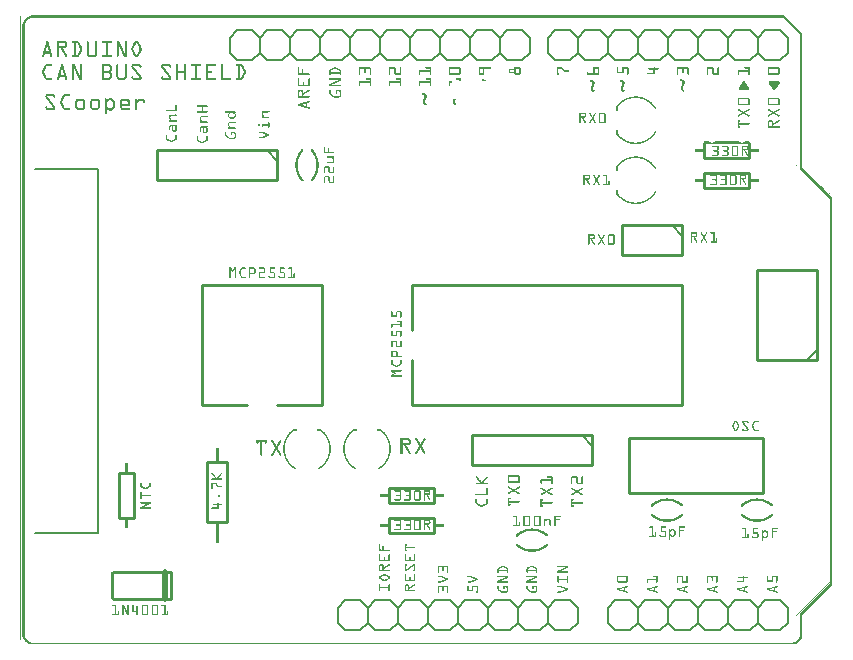
<source format=gto>
G04 MADE WITH FRITZING*
G04 WWW.FRITZING.ORG*
G04 DOUBLE SIDED*
G04 HOLES PLATED*
G04 CONTOUR ON CENTER OF CONTOUR VECTOR*
%ASAXBY*%
%FSLAX23Y23*%
%MOIN*%
%OFA0B0*%
%SFA1.0B1.0*%
%ADD10C,0.010000*%
%ADD11C,0.006000*%
%ADD12C,0.005000*%
%ADD13C,0.008000*%
%ADD14C,0.020000*%
%ADD15R,0.001000X0.001000*%
%LNSILK1*%
G90*
G70*
G54D10*
X391Y571D02*
X391Y421D01*
D02*
X391Y421D02*
X341Y421D01*
D02*
X341Y421D02*
X341Y571D01*
D02*
X341Y571D02*
X391Y571D01*
G54D11*
D02*
X2293Y145D02*
X2343Y145D01*
D02*
X2343Y145D02*
X2368Y120D01*
D02*
X2368Y120D02*
X2368Y70D01*
D02*
X2368Y70D02*
X2343Y45D01*
D02*
X2368Y120D02*
X2393Y145D01*
D02*
X2393Y145D02*
X2443Y145D01*
D02*
X2443Y145D02*
X2468Y120D01*
D02*
X2468Y120D02*
X2468Y70D01*
D02*
X2468Y70D02*
X2443Y45D01*
D02*
X2443Y45D02*
X2393Y45D01*
D02*
X2393Y45D02*
X2368Y70D01*
D02*
X2168Y120D02*
X2193Y145D01*
D02*
X2193Y145D02*
X2243Y145D01*
D02*
X2243Y145D02*
X2268Y120D01*
D02*
X2268Y120D02*
X2268Y70D01*
D02*
X2268Y70D02*
X2243Y45D01*
D02*
X2243Y45D02*
X2193Y45D01*
D02*
X2193Y45D02*
X2168Y70D01*
D02*
X2293Y145D02*
X2268Y120D01*
D02*
X2268Y70D02*
X2293Y45D01*
D02*
X2343Y45D02*
X2293Y45D01*
D02*
X1993Y145D02*
X2043Y145D01*
D02*
X2043Y145D02*
X2068Y120D01*
D02*
X2068Y120D02*
X2068Y70D01*
D02*
X2068Y70D02*
X2043Y45D01*
D02*
X2068Y120D02*
X2093Y145D01*
D02*
X2093Y145D02*
X2143Y145D01*
D02*
X2143Y145D02*
X2168Y120D01*
D02*
X2168Y120D02*
X2168Y70D01*
D02*
X2168Y70D02*
X2143Y45D01*
D02*
X2143Y45D02*
X2093Y45D01*
D02*
X2093Y45D02*
X2068Y70D01*
D02*
X1968Y120D02*
X1968Y70D01*
D02*
X1993Y145D02*
X1968Y120D01*
D02*
X1968Y70D02*
X1993Y45D01*
D02*
X2043Y45D02*
X1993Y45D01*
D02*
X2493Y145D02*
X2543Y145D01*
D02*
X2543Y145D02*
X2568Y120D01*
D02*
X2568Y120D02*
X2568Y70D01*
D02*
X2568Y70D02*
X2543Y45D01*
D02*
X2493Y145D02*
X2468Y120D01*
D02*
X2468Y70D02*
X2493Y45D01*
D02*
X2543Y45D02*
X2493Y45D01*
D02*
X883Y1945D02*
X833Y1945D01*
D02*
X1083Y1945D02*
X1033Y1945D01*
D02*
X983Y1945D02*
X933Y1945D01*
D02*
X1183Y1945D02*
X1133Y1945D01*
D02*
X1383Y1945D02*
X1333Y1945D01*
D02*
X1283Y1945D02*
X1233Y1945D01*
D02*
X1483Y1945D02*
X1433Y1945D01*
D02*
X1683Y1945D02*
X1633Y1945D01*
D02*
X1583Y1945D02*
X1533Y1945D01*
D02*
X783Y1945D02*
X733Y1945D01*
D02*
X908Y1970D02*
X883Y1945D01*
D02*
X833Y1945D02*
X808Y1970D01*
D02*
X808Y1970D02*
X808Y2020D01*
D02*
X808Y2020D02*
X833Y2045D01*
D02*
X833Y2045D02*
X883Y2045D01*
D02*
X883Y2045D02*
X908Y2020D01*
D02*
X1033Y1945D02*
X1008Y1970D01*
D02*
X1008Y1970D02*
X1008Y2020D01*
D02*
X1008Y2020D02*
X1033Y2045D01*
D02*
X1008Y1970D02*
X983Y1945D01*
D02*
X933Y1945D02*
X908Y1970D01*
D02*
X908Y1970D02*
X908Y2020D01*
D02*
X908Y2020D02*
X933Y2045D01*
D02*
X933Y2045D02*
X983Y2045D01*
D02*
X983Y2045D02*
X1008Y2020D01*
D02*
X1208Y1970D02*
X1183Y1945D01*
D02*
X1133Y1945D02*
X1108Y1970D01*
D02*
X1108Y1970D02*
X1108Y2020D01*
D02*
X1108Y2020D02*
X1133Y2045D01*
D02*
X1133Y2045D02*
X1183Y2045D01*
D02*
X1183Y2045D02*
X1208Y2020D01*
D02*
X1083Y1945D02*
X1108Y1970D01*
D02*
X1108Y2020D02*
X1083Y2045D01*
D02*
X1033Y2045D02*
X1083Y2045D01*
D02*
X1333Y1945D02*
X1308Y1970D01*
D02*
X1308Y1970D02*
X1308Y2020D01*
D02*
X1308Y2020D02*
X1333Y2045D01*
D02*
X1308Y1970D02*
X1283Y1945D01*
D02*
X1233Y1945D02*
X1208Y1970D01*
D02*
X1208Y1970D02*
X1208Y2020D01*
D02*
X1208Y2020D02*
X1233Y2045D01*
D02*
X1233Y2045D02*
X1283Y2045D01*
D02*
X1283Y2045D02*
X1308Y2020D01*
D02*
X1508Y1970D02*
X1483Y1945D01*
D02*
X1433Y1945D02*
X1408Y1970D01*
D02*
X1408Y1970D02*
X1408Y2020D01*
D02*
X1408Y2020D02*
X1433Y2045D01*
D02*
X1433Y2045D02*
X1483Y2045D01*
D02*
X1483Y2045D02*
X1508Y2020D01*
D02*
X1383Y1945D02*
X1408Y1970D01*
D02*
X1408Y2020D02*
X1383Y2045D01*
D02*
X1333Y2045D02*
X1383Y2045D01*
D02*
X1633Y1945D02*
X1608Y1970D01*
D02*
X1608Y1970D02*
X1608Y2020D01*
D02*
X1608Y2020D02*
X1633Y2045D01*
D02*
X1608Y1970D02*
X1583Y1945D01*
D02*
X1533Y1945D02*
X1508Y1970D01*
D02*
X1508Y1970D02*
X1508Y2020D01*
D02*
X1508Y2020D02*
X1533Y2045D01*
D02*
X1533Y2045D02*
X1583Y2045D01*
D02*
X1583Y2045D02*
X1608Y2020D01*
D02*
X1708Y1970D02*
X1708Y2020D01*
D02*
X1683Y1945D02*
X1708Y1970D01*
D02*
X1708Y2020D02*
X1683Y2045D01*
D02*
X1633Y2045D02*
X1683Y2045D01*
D02*
X733Y1945D02*
X708Y1970D01*
D02*
X708Y1970D02*
X708Y2020D01*
D02*
X708Y2020D02*
X733Y2045D01*
D02*
X783Y1945D02*
X808Y1970D01*
D02*
X808Y2020D02*
X783Y2045D01*
D02*
X733Y2045D02*
X783Y2045D01*
D02*
X1943Y1945D02*
X1893Y1945D01*
D02*
X1893Y1945D02*
X1868Y1970D01*
D02*
X1868Y1970D02*
X1868Y2020D01*
D02*
X1868Y2020D02*
X1893Y2045D01*
D02*
X2068Y1970D02*
X2043Y1945D01*
D02*
X2043Y1945D02*
X1993Y1945D01*
D02*
X1993Y1945D02*
X1968Y1970D01*
D02*
X1968Y1970D02*
X1968Y2020D01*
D02*
X1968Y2020D02*
X1993Y2045D01*
D02*
X1993Y2045D02*
X2043Y2045D01*
D02*
X2043Y2045D02*
X2068Y2020D01*
D02*
X1943Y1945D02*
X1968Y1970D01*
D02*
X1968Y2020D02*
X1943Y2045D01*
D02*
X1893Y2045D02*
X1943Y2045D01*
D02*
X2243Y1945D02*
X2193Y1945D01*
D02*
X2193Y1945D02*
X2168Y1970D01*
D02*
X2168Y1970D02*
X2168Y2020D01*
D02*
X2168Y2020D02*
X2193Y2045D01*
D02*
X2168Y1970D02*
X2143Y1945D01*
D02*
X2143Y1945D02*
X2093Y1945D01*
D02*
X2093Y1945D02*
X2068Y1970D01*
D02*
X2068Y1970D02*
X2068Y2020D01*
D02*
X2068Y2020D02*
X2093Y2045D01*
D02*
X2093Y2045D02*
X2143Y2045D01*
D02*
X2143Y2045D02*
X2168Y2020D01*
D02*
X2368Y1970D02*
X2343Y1945D01*
D02*
X2343Y1945D02*
X2293Y1945D01*
D02*
X2293Y1945D02*
X2268Y1970D01*
D02*
X2268Y1970D02*
X2268Y2020D01*
D02*
X2268Y2020D02*
X2293Y2045D01*
D02*
X2293Y2045D02*
X2343Y2045D01*
D02*
X2343Y2045D02*
X2368Y2020D01*
D02*
X2243Y1945D02*
X2268Y1970D01*
D02*
X2268Y2020D02*
X2243Y2045D01*
D02*
X2193Y2045D02*
X2243Y2045D01*
D02*
X2543Y1945D02*
X2493Y1945D01*
D02*
X2493Y1945D02*
X2468Y1970D01*
D02*
X2468Y1970D02*
X2468Y2020D01*
D02*
X2468Y2020D02*
X2493Y2045D01*
D02*
X2468Y1970D02*
X2443Y1945D01*
D02*
X2443Y1945D02*
X2393Y1945D01*
D02*
X2393Y1945D02*
X2368Y1970D01*
D02*
X2368Y1970D02*
X2368Y2020D01*
D02*
X2368Y2020D02*
X2393Y2045D01*
D02*
X2393Y2045D02*
X2443Y2045D01*
D02*
X2443Y2045D02*
X2468Y2020D01*
D02*
X2568Y1970D02*
X2568Y2020D01*
D02*
X2543Y1945D02*
X2568Y1970D01*
D02*
X2568Y2020D02*
X2543Y2045D01*
D02*
X2493Y2045D02*
X2543Y2045D01*
D02*
X1843Y1945D02*
X1793Y1945D01*
D02*
X1793Y1945D02*
X1768Y1970D01*
D02*
X1768Y1970D02*
X1768Y2020D01*
D02*
X1768Y2020D02*
X1793Y2045D01*
D02*
X1843Y1945D02*
X1868Y1970D01*
D02*
X1868Y2020D02*
X1843Y2045D01*
D02*
X1793Y2045D02*
X1843Y2045D01*
D02*
X1693Y145D02*
X1743Y145D01*
D02*
X1743Y145D02*
X1768Y120D01*
D02*
X1768Y120D02*
X1768Y70D01*
D02*
X1768Y70D02*
X1743Y45D01*
D02*
X1568Y120D02*
X1593Y145D01*
D02*
X1593Y145D02*
X1643Y145D01*
D02*
X1643Y145D02*
X1668Y120D01*
D02*
X1668Y120D02*
X1668Y70D01*
D02*
X1668Y70D02*
X1643Y45D01*
D02*
X1643Y45D02*
X1593Y45D01*
D02*
X1593Y45D02*
X1568Y70D01*
D02*
X1693Y145D02*
X1668Y120D01*
D02*
X1668Y70D02*
X1693Y45D01*
D02*
X1743Y45D02*
X1693Y45D01*
D02*
X1393Y145D02*
X1443Y145D01*
D02*
X1443Y145D02*
X1468Y120D01*
D02*
X1468Y120D02*
X1468Y70D01*
D02*
X1468Y70D02*
X1443Y45D01*
D02*
X1468Y120D02*
X1493Y145D01*
D02*
X1493Y145D02*
X1543Y145D01*
D02*
X1543Y145D02*
X1568Y120D01*
D02*
X1568Y120D02*
X1568Y70D01*
D02*
X1568Y70D02*
X1543Y45D01*
D02*
X1543Y45D02*
X1493Y45D01*
D02*
X1493Y45D02*
X1468Y70D01*
D02*
X1268Y120D02*
X1293Y145D01*
D02*
X1293Y145D02*
X1343Y145D01*
D02*
X1343Y145D02*
X1368Y120D01*
D02*
X1368Y120D02*
X1368Y70D01*
D02*
X1368Y70D02*
X1343Y45D01*
D02*
X1343Y45D02*
X1293Y45D01*
D02*
X1293Y45D02*
X1268Y70D01*
D02*
X1393Y145D02*
X1368Y120D01*
D02*
X1368Y70D02*
X1393Y45D01*
D02*
X1443Y45D02*
X1393Y45D01*
D02*
X1093Y145D02*
X1143Y145D01*
D02*
X1143Y145D02*
X1168Y120D01*
D02*
X1168Y120D02*
X1168Y70D01*
D02*
X1168Y70D02*
X1143Y45D01*
D02*
X1168Y120D02*
X1193Y145D01*
D02*
X1193Y145D02*
X1243Y145D01*
D02*
X1243Y145D02*
X1268Y120D01*
D02*
X1268Y120D02*
X1268Y70D01*
D02*
X1268Y70D02*
X1243Y45D01*
D02*
X1243Y45D02*
X1193Y45D01*
D02*
X1193Y45D02*
X1168Y70D01*
D02*
X1068Y120D02*
X1068Y70D01*
D02*
X1093Y145D02*
X1068Y120D01*
D02*
X1068Y70D02*
X1093Y45D01*
D02*
X1143Y45D02*
X1093Y45D01*
D02*
X1793Y145D02*
X1843Y145D01*
D02*
X1843Y145D02*
X1868Y120D01*
D02*
X1868Y120D02*
X1868Y70D01*
D02*
X1868Y70D02*
X1843Y45D01*
D02*
X1793Y145D02*
X1768Y120D01*
D02*
X1768Y70D02*
X1793Y45D01*
D02*
X1843Y45D02*
X1793Y45D01*
G54D10*
D02*
X1317Y795D02*
X2217Y795D01*
D02*
X2217Y795D02*
X2217Y1195D01*
D02*
X2217Y1195D02*
X1317Y1195D01*
D02*
X1317Y795D02*
X1317Y945D01*
D02*
X1317Y1045D02*
X1317Y1195D01*
D02*
X2039Y687D02*
X2486Y687D01*
D02*
X2486Y687D02*
X2486Y504D01*
D02*
X2486Y504D02*
X2039Y504D01*
D02*
X2039Y504D02*
X2039Y687D01*
D02*
X1017Y795D02*
X1017Y1195D01*
D02*
X1017Y1195D02*
X617Y1195D01*
D02*
X617Y1195D02*
X617Y795D01*
D02*
X1017Y795D02*
X867Y795D01*
D02*
X767Y795D02*
X617Y795D01*
D02*
X2441Y1670D02*
X2441Y1620D01*
D02*
X2441Y1620D02*
X2291Y1620D01*
D02*
X2291Y1620D02*
X2291Y1670D01*
D02*
X1241Y420D02*
X1391Y420D01*
D02*
X1391Y420D02*
X1391Y370D01*
D02*
X1391Y370D02*
X1241Y370D01*
D02*
X1241Y370D02*
X1241Y420D01*
D02*
X1241Y520D02*
X1391Y520D01*
D02*
X1391Y520D02*
X1391Y470D01*
D02*
X1391Y470D02*
X1241Y470D01*
D02*
X1241Y470D02*
X1241Y520D01*
D02*
X634Y405D02*
X634Y605D01*
D02*
X634Y605D02*
X700Y605D01*
D02*
X700Y605D02*
X700Y405D01*
D02*
X700Y405D02*
X634Y405D01*
D02*
X2291Y1570D02*
X2441Y1570D01*
D02*
X2441Y1570D02*
X2441Y1520D01*
D02*
X2441Y1520D02*
X2291Y1520D01*
D02*
X2291Y1520D02*
X2291Y1570D01*
D02*
X2667Y945D02*
X2667Y1245D01*
D02*
X2667Y1245D02*
X2467Y1245D01*
D02*
X2467Y1245D02*
X2467Y945D01*
D02*
X2467Y945D02*
X2667Y945D01*
G54D12*
D02*
X2667Y980D02*
X2632Y945D01*
G54D10*
D02*
X2217Y1395D02*
X2017Y1395D01*
D02*
X2017Y1395D02*
X2017Y1295D01*
D02*
X2017Y1295D02*
X2217Y1295D01*
D02*
X2217Y1295D02*
X2217Y1395D01*
G54D12*
D02*
X2182Y1395D02*
X2217Y1360D01*
G54D10*
D02*
X1917Y695D02*
X1517Y695D01*
D02*
X1517Y695D02*
X1517Y595D01*
D02*
X1517Y595D02*
X1917Y595D01*
D02*
X1917Y595D02*
X1917Y695D01*
G54D12*
D02*
X1882Y695D02*
X1917Y660D01*
G54D13*
D02*
X271Y371D02*
X61Y371D01*
D02*
X271Y1583D02*
X61Y1583D01*
D02*
X271Y371D02*
X271Y1583D01*
G54D10*
D02*
X513Y150D02*
X318Y150D01*
D02*
X318Y240D02*
X513Y240D01*
D02*
X513Y240D02*
X513Y150D01*
G54D14*
D02*
X493Y240D02*
X493Y150D01*
G54D10*
D02*
X867Y1645D02*
X467Y1645D01*
D02*
X467Y1645D02*
X467Y1545D01*
D02*
X467Y1545D02*
X867Y1545D01*
D02*
X867Y1545D02*
X867Y1645D01*
G54D12*
D02*
X832Y1645D02*
X867Y1610D01*
G54D15*
X54Y2095D02*
X58Y2095D01*
X60Y2095D02*
X60Y2095D01*
X47Y2094D02*
X2556Y2094D01*
X44Y2093D02*
X2557Y2093D01*
X41Y2092D02*
X2558Y2092D01*
X11Y2091D02*
X11Y2091D01*
X39Y2091D02*
X2559Y2091D01*
X11Y2090D02*
X2560Y2090D01*
X11Y2089D02*
X11Y2089D01*
X36Y2089D02*
X2561Y2089D01*
X11Y2088D02*
X11Y2088D01*
X34Y2088D02*
X2562Y2088D01*
X11Y2087D02*
X11Y2087D01*
X33Y2087D02*
X53Y2087D01*
X59Y2087D02*
X2563Y2087D01*
X11Y2086D02*
X11Y2086D01*
X32Y2086D02*
X47Y2086D01*
X2551Y2086D02*
X2551Y2086D01*
X2554Y2086D02*
X2564Y2086D01*
X11Y2085D02*
X11Y2085D01*
X30Y2085D02*
X44Y2085D01*
X2552Y2085D02*
X2552Y2085D01*
X2555Y2085D02*
X2565Y2085D01*
X11Y2084D02*
X11Y2084D01*
X29Y2084D02*
X41Y2084D01*
X2553Y2084D02*
X2553Y2084D01*
X2556Y2084D02*
X2566Y2084D01*
X11Y2083D02*
X11Y2083D01*
X28Y2083D02*
X39Y2083D01*
X2554Y2083D02*
X2554Y2083D01*
X2557Y2083D02*
X2567Y2083D01*
X11Y2082D02*
X11Y2082D01*
X27Y2082D02*
X38Y2082D01*
X2555Y2082D02*
X2555Y2082D01*
X2558Y2082D02*
X2568Y2082D01*
X11Y2081D02*
X11Y2081D01*
X27Y2081D02*
X36Y2081D01*
X2556Y2081D02*
X2556Y2081D01*
X2559Y2081D02*
X2569Y2081D01*
X11Y2080D02*
X11Y2080D01*
X26Y2080D02*
X35Y2080D01*
X2557Y2080D02*
X2557Y2080D01*
X2560Y2080D02*
X2570Y2080D01*
X11Y2079D02*
X11Y2079D01*
X25Y2079D02*
X34Y2079D01*
X2558Y2079D02*
X2558Y2079D01*
X2561Y2079D02*
X2571Y2079D01*
X11Y2078D02*
X11Y2078D01*
X24Y2078D02*
X33Y2078D01*
X2559Y2078D02*
X2559Y2078D01*
X2562Y2078D02*
X2572Y2078D01*
X11Y2077D02*
X11Y2077D01*
X24Y2077D02*
X32Y2077D01*
X2560Y2077D02*
X2560Y2077D01*
X2563Y2077D02*
X2573Y2077D01*
X11Y2076D02*
X11Y2076D01*
X23Y2076D02*
X31Y2076D01*
X2561Y2076D02*
X2561Y2076D01*
X2564Y2076D02*
X2574Y2076D01*
X11Y2075D02*
X11Y2075D01*
X22Y2075D02*
X30Y2075D01*
X2562Y2075D02*
X2562Y2075D01*
X2565Y2075D02*
X2575Y2075D01*
X11Y2074D02*
X11Y2074D01*
X22Y2074D02*
X29Y2074D01*
X2563Y2074D02*
X2563Y2074D01*
X2566Y2074D02*
X2576Y2074D01*
X11Y2073D02*
X11Y2073D01*
X21Y2073D02*
X29Y2073D01*
X2564Y2073D02*
X2564Y2073D01*
X2567Y2073D02*
X2577Y2073D01*
X11Y2072D02*
X11Y2072D01*
X21Y2072D02*
X28Y2072D01*
X2565Y2072D02*
X2565Y2072D01*
X2568Y2072D02*
X2578Y2072D01*
X11Y2071D02*
X11Y2071D01*
X20Y2071D02*
X28Y2071D01*
X2566Y2071D02*
X2566Y2071D01*
X2569Y2071D02*
X2579Y2071D01*
X11Y2070D02*
X11Y2070D01*
X20Y2070D02*
X27Y2070D01*
X2567Y2070D02*
X2567Y2070D01*
X2570Y2070D02*
X2580Y2070D01*
X11Y2069D02*
X11Y2069D01*
X19Y2069D02*
X27Y2069D01*
X2568Y2069D02*
X2568Y2069D01*
X2571Y2069D02*
X2581Y2069D01*
X11Y2068D02*
X11Y2068D01*
X19Y2068D02*
X26Y2068D01*
X2569Y2068D02*
X2569Y2068D01*
X2572Y2068D02*
X2582Y2068D01*
X11Y2067D02*
X11Y2067D01*
X19Y2067D02*
X26Y2067D01*
X2570Y2067D02*
X2570Y2067D01*
X2573Y2067D02*
X2583Y2067D01*
X11Y2066D02*
X11Y2066D01*
X18Y2066D02*
X25Y2066D01*
X2571Y2066D02*
X2571Y2066D01*
X2574Y2066D02*
X2584Y2066D01*
X11Y2065D02*
X11Y2065D01*
X18Y2065D02*
X25Y2065D01*
X2572Y2065D02*
X2572Y2065D01*
X2575Y2065D02*
X2585Y2065D01*
X11Y2064D02*
X11Y2064D01*
X18Y2064D02*
X25Y2064D01*
X2573Y2064D02*
X2573Y2064D01*
X2576Y2064D02*
X2586Y2064D01*
X11Y2063D02*
X11Y2063D01*
X18Y2063D02*
X25Y2063D01*
X2574Y2063D02*
X2574Y2063D01*
X2577Y2063D02*
X2587Y2063D01*
X11Y2062D02*
X11Y2062D01*
X18Y2062D02*
X24Y2062D01*
X2575Y2062D02*
X2575Y2062D01*
X2578Y2062D02*
X2588Y2062D01*
X11Y2061D02*
X11Y2061D01*
X17Y2061D02*
X24Y2061D01*
X2576Y2061D02*
X2576Y2061D01*
X2579Y2061D02*
X2589Y2061D01*
X11Y2060D02*
X11Y2060D01*
X17Y2060D02*
X24Y2060D01*
X2577Y2060D02*
X2577Y2060D01*
X2580Y2060D02*
X2590Y2060D01*
X11Y2059D02*
X11Y2059D01*
X17Y2059D02*
X24Y2059D01*
X2578Y2059D02*
X2578Y2059D01*
X2581Y2059D02*
X2591Y2059D01*
X11Y2058D02*
X11Y2058D01*
X17Y2058D02*
X24Y2058D01*
X2579Y2058D02*
X2579Y2058D01*
X2582Y2058D02*
X2592Y2058D01*
X11Y2057D02*
X11Y2057D01*
X17Y2057D02*
X24Y2057D01*
X2580Y2057D02*
X2580Y2057D01*
X2583Y2057D02*
X2593Y2057D01*
X11Y2056D02*
X11Y2056D01*
X17Y2056D02*
X24Y2056D01*
X2581Y2056D02*
X2581Y2056D01*
X2584Y2056D02*
X2594Y2056D01*
X11Y2055D02*
X11Y2055D01*
X17Y2055D02*
X24Y2055D01*
X2582Y2055D02*
X2582Y2055D01*
X2585Y2055D02*
X2595Y2055D01*
X11Y2054D02*
X11Y2054D01*
X17Y2054D02*
X24Y2054D01*
X2583Y2054D02*
X2583Y2054D01*
X2586Y2054D02*
X2596Y2054D01*
X11Y2053D02*
X11Y2053D01*
X17Y2053D02*
X24Y2053D01*
X2584Y2053D02*
X2584Y2053D01*
X2587Y2053D02*
X2597Y2053D01*
X11Y2052D02*
X11Y2052D01*
X17Y2052D02*
X24Y2052D01*
X2585Y2052D02*
X2585Y2052D01*
X2588Y2052D02*
X2598Y2052D01*
X11Y2051D02*
X11Y2051D01*
X17Y2051D02*
X24Y2051D01*
X2586Y2051D02*
X2586Y2051D01*
X2589Y2051D02*
X2599Y2051D01*
X11Y2050D02*
X11Y2050D01*
X17Y2050D02*
X24Y2050D01*
X2587Y2050D02*
X2587Y2050D01*
X2590Y2050D02*
X2600Y2050D01*
X11Y2049D02*
X11Y2049D01*
X17Y2049D02*
X24Y2049D01*
X2588Y2049D02*
X2588Y2049D01*
X2591Y2049D02*
X2601Y2049D01*
X11Y2048D02*
X11Y2048D01*
X17Y2048D02*
X24Y2048D01*
X2589Y2048D02*
X2589Y2048D01*
X2592Y2048D02*
X2602Y2048D01*
X11Y2047D02*
X11Y2047D01*
X17Y2047D02*
X24Y2047D01*
X2590Y2047D02*
X2590Y2047D01*
X2593Y2047D02*
X2603Y2047D01*
X11Y2046D02*
X11Y2046D01*
X17Y2046D02*
X24Y2046D01*
X2591Y2046D02*
X2591Y2046D01*
X2594Y2046D02*
X2604Y2046D01*
X11Y2045D02*
X11Y2045D01*
X17Y2045D02*
X24Y2045D01*
X2592Y2045D02*
X2592Y2045D01*
X2595Y2045D02*
X2605Y2045D01*
X11Y2044D02*
X11Y2044D01*
X17Y2044D02*
X24Y2044D01*
X2593Y2044D02*
X2593Y2044D01*
X2596Y2044D02*
X2606Y2044D01*
X11Y2043D02*
X11Y2043D01*
X17Y2043D02*
X24Y2043D01*
X2594Y2043D02*
X2594Y2043D01*
X2597Y2043D02*
X2607Y2043D01*
X11Y2042D02*
X11Y2042D01*
X17Y2042D02*
X24Y2042D01*
X2595Y2042D02*
X2595Y2042D01*
X2598Y2042D02*
X2608Y2042D01*
X11Y2041D02*
X11Y2041D01*
X17Y2041D02*
X24Y2041D01*
X2596Y2041D02*
X2596Y2041D01*
X2599Y2041D02*
X2609Y2041D01*
X11Y2040D02*
X11Y2040D01*
X17Y2040D02*
X24Y2040D01*
X2596Y2040D02*
X2596Y2040D01*
X2600Y2040D02*
X2610Y2040D01*
X11Y2039D02*
X11Y2039D01*
X17Y2039D02*
X24Y2039D01*
X2596Y2039D02*
X2596Y2039D01*
X2601Y2039D02*
X2611Y2039D01*
X11Y2038D02*
X11Y2038D01*
X17Y2038D02*
X24Y2038D01*
X2596Y2038D02*
X2596Y2038D01*
X2602Y2038D02*
X2612Y2038D01*
X11Y2037D02*
X11Y2037D01*
X17Y2037D02*
X24Y2037D01*
X2596Y2037D02*
X2596Y2037D01*
X2603Y2037D02*
X2613Y2037D01*
X11Y2036D02*
X11Y2036D01*
X17Y2036D02*
X24Y2036D01*
X2596Y2036D02*
X2596Y2036D01*
X2604Y2036D02*
X2614Y2036D01*
X11Y2035D02*
X11Y2035D01*
X17Y2035D02*
X24Y2035D01*
X2596Y2035D02*
X2596Y2035D01*
X2605Y2035D02*
X2615Y2035D01*
X11Y2034D02*
X11Y2034D01*
X17Y2034D02*
X24Y2034D01*
X2596Y2034D02*
X2596Y2034D01*
X2606Y2034D02*
X2616Y2034D01*
X11Y2033D02*
X11Y2033D01*
X17Y2033D02*
X24Y2033D01*
X2596Y2033D02*
X2596Y2033D01*
X2607Y2033D02*
X2617Y2033D01*
X11Y2032D02*
X11Y2032D01*
X17Y2032D02*
X24Y2032D01*
X2596Y2032D02*
X2596Y2032D01*
X2608Y2032D02*
X2617Y2032D01*
X11Y2031D02*
X11Y2031D01*
X17Y2031D02*
X24Y2031D01*
X2596Y2031D02*
X2596Y2031D01*
X2609Y2031D02*
X2617Y2031D01*
X11Y2030D02*
X11Y2030D01*
X17Y2030D02*
X24Y2030D01*
X2596Y2030D02*
X2596Y2030D01*
X2610Y2030D02*
X2617Y2030D01*
X11Y2029D02*
X11Y2029D01*
X17Y2029D02*
X24Y2029D01*
X2596Y2029D02*
X2596Y2029D01*
X2610Y2029D02*
X2617Y2029D01*
X11Y2028D02*
X11Y2028D01*
X17Y2028D02*
X24Y2028D01*
X2596Y2028D02*
X2596Y2028D01*
X2610Y2028D02*
X2617Y2028D01*
X11Y2027D02*
X11Y2027D01*
X17Y2027D02*
X24Y2027D01*
X2596Y2027D02*
X2596Y2027D01*
X2610Y2027D02*
X2617Y2027D01*
X11Y2026D02*
X11Y2026D01*
X17Y2026D02*
X24Y2026D01*
X2596Y2026D02*
X2596Y2026D01*
X2610Y2026D02*
X2617Y2026D01*
X11Y2025D02*
X11Y2025D01*
X17Y2025D02*
X24Y2025D01*
X2596Y2025D02*
X2596Y2025D01*
X2610Y2025D02*
X2617Y2025D01*
X11Y2024D02*
X11Y2024D01*
X17Y2024D02*
X24Y2024D01*
X2596Y2024D02*
X2596Y2024D01*
X2610Y2024D02*
X2617Y2024D01*
X11Y2023D02*
X11Y2023D01*
X17Y2023D02*
X24Y2023D01*
X2596Y2023D02*
X2596Y2023D01*
X2610Y2023D02*
X2617Y2023D01*
X11Y2022D02*
X11Y2022D01*
X17Y2022D02*
X24Y2022D01*
X2596Y2022D02*
X2596Y2022D01*
X2610Y2022D02*
X2617Y2022D01*
X11Y2021D02*
X11Y2021D01*
X17Y2021D02*
X24Y2021D01*
X2596Y2021D02*
X2596Y2021D01*
X2610Y2021D02*
X2617Y2021D01*
X11Y2020D02*
X11Y2020D01*
X17Y2020D02*
X24Y2020D01*
X2596Y2020D02*
X2596Y2020D01*
X2610Y2020D02*
X2617Y2020D01*
X11Y2019D02*
X11Y2019D01*
X17Y2019D02*
X24Y2019D01*
X2596Y2019D02*
X2596Y2019D01*
X2610Y2019D02*
X2617Y2019D01*
X11Y2018D02*
X11Y2018D01*
X17Y2018D02*
X24Y2018D01*
X2596Y2018D02*
X2596Y2018D01*
X2610Y2018D02*
X2617Y2018D01*
X11Y2017D02*
X11Y2017D01*
X17Y2017D02*
X24Y2017D01*
X2596Y2017D02*
X2596Y2017D01*
X2610Y2017D02*
X2617Y2017D01*
X11Y2016D02*
X11Y2016D01*
X17Y2016D02*
X24Y2016D01*
X2596Y2016D02*
X2596Y2016D01*
X2610Y2016D02*
X2617Y2016D01*
X11Y2015D02*
X11Y2015D01*
X17Y2015D02*
X24Y2015D01*
X2596Y2015D02*
X2596Y2015D01*
X2610Y2015D02*
X2617Y2015D01*
X11Y2014D02*
X11Y2014D01*
X17Y2014D02*
X24Y2014D01*
X2596Y2014D02*
X2596Y2014D01*
X2610Y2014D02*
X2617Y2014D01*
X11Y2013D02*
X11Y2013D01*
X17Y2013D02*
X24Y2013D01*
X2596Y2013D02*
X2596Y2013D01*
X2610Y2013D02*
X2617Y2013D01*
X11Y2012D02*
X11Y2012D01*
X17Y2012D02*
X24Y2012D01*
X2596Y2012D02*
X2596Y2012D01*
X2610Y2012D02*
X2617Y2012D01*
X11Y2011D02*
X11Y2011D01*
X17Y2011D02*
X24Y2011D01*
X2596Y2011D02*
X2596Y2011D01*
X2610Y2011D02*
X2617Y2011D01*
X11Y2010D02*
X11Y2010D01*
X17Y2010D02*
X24Y2010D01*
X2596Y2010D02*
X2596Y2010D01*
X2610Y2010D02*
X2617Y2010D01*
X11Y2009D02*
X11Y2009D01*
X17Y2009D02*
X24Y2009D01*
X99Y2009D02*
X101Y2009D01*
X133Y2009D02*
X159Y2009D01*
X185Y2009D02*
X201Y2009D01*
X234Y2009D02*
X236Y2009D01*
X262Y2009D02*
X264Y2009D01*
X284Y2009D02*
X313Y2009D01*
X332Y2009D02*
X340Y2009D01*
X361Y2009D02*
X363Y2009D01*
X396Y2009D02*
X400Y2009D01*
X2596Y2009D02*
X2596Y2009D01*
X2610Y2009D02*
X2617Y2009D01*
X11Y2008D02*
X11Y2008D01*
X17Y2008D02*
X24Y2008D01*
X98Y2008D02*
X102Y2008D01*
X133Y2008D02*
X161Y2008D01*
X184Y2008D02*
X203Y2008D01*
X233Y2008D02*
X237Y2008D01*
X260Y2008D02*
X265Y2008D01*
X283Y2008D02*
X314Y2008D01*
X332Y2008D02*
X340Y2008D01*
X360Y2008D02*
X364Y2008D01*
X394Y2008D02*
X402Y2008D01*
X2596Y2008D02*
X2596Y2008D01*
X2610Y2008D02*
X2617Y2008D01*
X11Y2007D02*
X11Y2007D01*
X17Y2007D02*
X24Y2007D01*
X97Y2007D02*
X103Y2007D01*
X133Y2007D02*
X162Y2007D01*
X183Y2007D02*
X204Y2007D01*
X233Y2007D02*
X238Y2007D01*
X260Y2007D02*
X265Y2007D01*
X282Y2007D02*
X315Y2007D01*
X332Y2007D02*
X341Y2007D01*
X359Y2007D02*
X365Y2007D01*
X392Y2007D02*
X403Y2007D01*
X2596Y2007D02*
X2596Y2007D01*
X2610Y2007D02*
X2617Y2007D01*
X11Y2006D02*
X11Y2006D01*
X17Y2006D02*
X24Y2006D01*
X97Y2006D02*
X103Y2006D01*
X133Y2006D02*
X164Y2006D01*
X183Y2006D02*
X206Y2006D01*
X232Y2006D02*
X238Y2006D01*
X260Y2006D02*
X266Y2006D01*
X282Y2006D02*
X315Y2006D01*
X332Y2006D02*
X341Y2006D01*
X359Y2006D02*
X365Y2006D01*
X391Y2006D02*
X404Y2006D01*
X2596Y2006D02*
X2596Y2006D01*
X2610Y2006D02*
X2617Y2006D01*
X11Y2005D02*
X11Y2005D01*
X17Y2005D02*
X24Y2005D01*
X97Y2005D02*
X104Y2005D01*
X133Y2005D02*
X164Y2005D01*
X183Y2005D02*
X206Y2005D01*
X232Y2005D02*
X238Y2005D01*
X260Y2005D02*
X266Y2005D01*
X282Y2005D02*
X315Y2005D01*
X332Y2005D02*
X342Y2005D01*
X359Y2005D02*
X365Y2005D01*
X391Y2005D02*
X405Y2005D01*
X2596Y2005D02*
X2596Y2005D01*
X2610Y2005D02*
X2617Y2005D01*
X11Y2004D02*
X11Y2004D01*
X17Y2004D02*
X24Y2004D01*
X96Y2004D02*
X104Y2004D01*
X133Y2004D02*
X165Y2004D01*
X183Y2004D02*
X207Y2004D01*
X232Y2004D02*
X238Y2004D01*
X260Y2004D02*
X266Y2004D01*
X283Y2004D02*
X315Y2004D01*
X332Y2004D02*
X342Y2004D01*
X359Y2004D02*
X365Y2004D01*
X390Y2004D02*
X406Y2004D01*
X2596Y2004D02*
X2596Y2004D01*
X2610Y2004D02*
X2617Y2004D01*
X11Y2003D02*
X11Y2003D01*
X17Y2003D02*
X24Y2003D01*
X96Y2003D02*
X104Y2003D01*
X133Y2003D02*
X166Y2003D01*
X184Y2003D02*
X208Y2003D01*
X232Y2003D02*
X238Y2003D01*
X260Y2003D02*
X266Y2003D01*
X284Y2003D02*
X314Y2003D01*
X332Y2003D02*
X342Y2003D01*
X359Y2003D02*
X365Y2003D01*
X389Y2003D02*
X406Y2003D01*
X2596Y2003D02*
X2596Y2003D01*
X2610Y2003D02*
X2617Y2003D01*
X11Y2002D02*
X11Y2002D01*
X17Y2002D02*
X24Y2002D01*
X96Y2002D02*
X104Y2002D01*
X133Y2002D02*
X139Y2002D01*
X158Y2002D02*
X166Y2002D01*
X189Y2002D02*
X196Y2002D01*
X201Y2002D02*
X208Y2002D01*
X232Y2002D02*
X238Y2002D01*
X260Y2002D02*
X266Y2002D01*
X296Y2002D02*
X302Y2002D01*
X332Y2002D02*
X343Y2002D01*
X359Y2002D02*
X365Y2002D01*
X389Y2002D02*
X396Y2002D01*
X399Y2002D02*
X407Y2002D01*
X2596Y2002D02*
X2596Y2002D01*
X2610Y2002D02*
X2617Y2002D01*
X11Y2001D02*
X11Y2001D01*
X17Y2001D02*
X24Y2001D01*
X96Y2001D02*
X105Y2001D01*
X133Y2001D02*
X139Y2001D01*
X160Y2001D02*
X166Y2001D01*
X190Y2001D02*
X196Y2001D01*
X202Y2001D02*
X209Y2001D01*
X232Y2001D02*
X238Y2001D01*
X260Y2001D02*
X266Y2001D01*
X296Y2001D02*
X302Y2001D01*
X332Y2001D02*
X343Y2001D01*
X359Y2001D02*
X365Y2001D01*
X388Y2001D02*
X395Y2001D01*
X400Y2001D02*
X407Y2001D01*
X2596Y2001D02*
X2596Y2001D01*
X2610Y2001D02*
X2617Y2001D01*
X11Y2000D02*
X11Y2000D01*
X17Y2000D02*
X24Y2000D01*
X95Y2000D02*
X105Y2000D01*
X133Y2000D02*
X139Y2000D01*
X160Y2000D02*
X166Y2000D01*
X190Y2000D02*
X196Y2000D01*
X202Y2000D02*
X209Y2000D01*
X232Y2000D02*
X238Y2000D01*
X260Y2000D02*
X266Y2000D01*
X296Y2000D02*
X302Y2000D01*
X332Y2000D02*
X344Y2000D01*
X359Y2000D02*
X365Y2000D01*
X388Y2000D02*
X395Y2000D01*
X401Y2000D02*
X408Y2000D01*
X2596Y2000D02*
X2596Y2000D01*
X2610Y2000D02*
X2617Y2000D01*
X11Y1999D02*
X11Y1999D01*
X17Y1999D02*
X24Y1999D01*
X95Y1999D02*
X105Y1999D01*
X133Y1999D02*
X139Y1999D01*
X160Y1999D02*
X166Y1999D01*
X190Y1999D02*
X196Y1999D01*
X203Y1999D02*
X210Y1999D01*
X232Y1999D02*
X238Y1999D01*
X260Y1999D02*
X266Y1999D01*
X296Y1999D02*
X302Y1999D01*
X332Y1999D02*
X344Y1999D01*
X359Y1999D02*
X365Y1999D01*
X387Y1999D02*
X394Y1999D01*
X401Y1999D02*
X408Y1999D01*
X2596Y1999D02*
X2596Y1999D01*
X2610Y1999D02*
X2617Y1999D01*
X11Y1998D02*
X11Y1998D01*
X17Y1998D02*
X24Y1998D01*
X95Y1998D02*
X106Y1998D01*
X133Y1998D02*
X139Y1998D01*
X160Y1998D02*
X166Y1998D01*
X190Y1998D02*
X196Y1998D01*
X203Y1998D02*
X210Y1998D01*
X232Y1998D02*
X238Y1998D01*
X260Y1998D02*
X266Y1998D01*
X296Y1998D02*
X302Y1998D01*
X332Y1998D02*
X345Y1998D01*
X359Y1998D02*
X365Y1998D01*
X387Y1998D02*
X394Y1998D01*
X402Y1998D02*
X409Y1998D01*
X2596Y1998D02*
X2596Y1998D01*
X2610Y1998D02*
X2617Y1998D01*
X11Y1997D02*
X11Y1997D01*
X17Y1997D02*
X24Y1997D01*
X94Y1997D02*
X106Y1997D01*
X133Y1997D02*
X139Y1997D01*
X160Y1997D02*
X166Y1997D01*
X190Y1997D02*
X196Y1997D01*
X204Y1997D02*
X211Y1997D01*
X232Y1997D02*
X238Y1997D01*
X260Y1997D02*
X266Y1997D01*
X296Y1997D02*
X302Y1997D01*
X332Y1997D02*
X345Y1997D01*
X359Y1997D02*
X365Y1997D01*
X386Y1997D02*
X393Y1997D01*
X402Y1997D02*
X409Y1997D01*
X2596Y1997D02*
X2596Y1997D01*
X2610Y1997D02*
X2617Y1997D01*
X11Y1996D02*
X11Y1996D01*
X17Y1996D02*
X24Y1996D01*
X94Y1996D02*
X106Y1996D01*
X133Y1996D02*
X139Y1996D01*
X160Y1996D02*
X166Y1996D01*
X190Y1996D02*
X196Y1996D01*
X204Y1996D02*
X211Y1996D01*
X232Y1996D02*
X238Y1996D01*
X260Y1996D02*
X266Y1996D01*
X296Y1996D02*
X302Y1996D01*
X332Y1996D02*
X346Y1996D01*
X359Y1996D02*
X365Y1996D01*
X386Y1996D02*
X393Y1996D01*
X403Y1996D02*
X410Y1996D01*
X2596Y1996D02*
X2596Y1996D01*
X2610Y1996D02*
X2617Y1996D01*
X11Y1995D02*
X11Y1995D01*
X17Y1995D02*
X24Y1995D01*
X94Y1995D02*
X106Y1995D01*
X133Y1995D02*
X139Y1995D01*
X160Y1995D02*
X166Y1995D01*
X190Y1995D02*
X196Y1995D01*
X205Y1995D02*
X212Y1995D01*
X232Y1995D02*
X238Y1995D01*
X260Y1995D02*
X266Y1995D01*
X296Y1995D02*
X302Y1995D01*
X332Y1995D02*
X346Y1995D01*
X359Y1995D02*
X365Y1995D01*
X385Y1995D02*
X392Y1995D01*
X403Y1995D02*
X410Y1995D01*
X2596Y1995D02*
X2596Y1995D01*
X2610Y1995D02*
X2617Y1995D01*
X11Y1994D02*
X11Y1994D01*
X17Y1994D02*
X24Y1994D01*
X93Y1994D02*
X107Y1994D01*
X133Y1994D02*
X139Y1994D01*
X160Y1994D02*
X166Y1994D01*
X190Y1994D02*
X196Y1994D01*
X205Y1994D02*
X212Y1994D01*
X232Y1994D02*
X238Y1994D01*
X260Y1994D02*
X266Y1994D01*
X296Y1994D02*
X302Y1994D01*
X332Y1994D02*
X338Y1994D01*
X340Y1994D02*
X346Y1994D01*
X359Y1994D02*
X365Y1994D01*
X385Y1994D02*
X392Y1994D01*
X404Y1994D02*
X411Y1994D01*
X2596Y1994D02*
X2596Y1994D01*
X2610Y1994D02*
X2617Y1994D01*
X11Y1993D02*
X11Y1993D01*
X17Y1993D02*
X24Y1993D01*
X93Y1993D02*
X107Y1993D01*
X133Y1993D02*
X139Y1993D01*
X159Y1993D02*
X166Y1993D01*
X190Y1993D02*
X196Y1993D01*
X206Y1993D02*
X213Y1993D01*
X232Y1993D02*
X238Y1993D01*
X260Y1993D02*
X266Y1993D01*
X296Y1993D02*
X302Y1993D01*
X332Y1993D02*
X338Y1993D01*
X340Y1993D02*
X347Y1993D01*
X359Y1993D02*
X365Y1993D01*
X384Y1993D02*
X391Y1993D01*
X404Y1993D02*
X411Y1993D01*
X2596Y1993D02*
X2596Y1993D01*
X2610Y1993D02*
X2617Y1993D01*
X11Y1992D02*
X11Y1992D01*
X17Y1992D02*
X24Y1992D01*
X93Y1992D02*
X99Y1992D01*
X101Y1992D02*
X107Y1992D01*
X133Y1992D02*
X139Y1992D01*
X158Y1992D02*
X166Y1992D01*
X190Y1992D02*
X196Y1992D01*
X206Y1992D02*
X213Y1992D01*
X232Y1992D02*
X238Y1992D01*
X260Y1992D02*
X266Y1992D01*
X296Y1992D02*
X302Y1992D01*
X332Y1992D02*
X338Y1992D01*
X341Y1992D02*
X347Y1992D01*
X359Y1992D02*
X365Y1992D01*
X384Y1992D02*
X391Y1992D01*
X405Y1992D02*
X412Y1992D01*
X2596Y1992D02*
X2596Y1992D01*
X2610Y1992D02*
X2617Y1992D01*
X11Y1991D02*
X11Y1991D01*
X17Y1991D02*
X24Y1991D01*
X93Y1991D02*
X99Y1991D01*
X101Y1991D02*
X108Y1991D01*
X133Y1991D02*
X165Y1991D01*
X190Y1991D02*
X196Y1991D01*
X207Y1991D02*
X214Y1991D01*
X232Y1991D02*
X238Y1991D01*
X260Y1991D02*
X266Y1991D01*
X296Y1991D02*
X302Y1991D01*
X332Y1991D02*
X338Y1991D01*
X341Y1991D02*
X348Y1991D01*
X359Y1991D02*
X365Y1991D01*
X383Y1991D02*
X390Y1991D01*
X405Y1991D02*
X412Y1991D01*
X2596Y1991D02*
X2596Y1991D01*
X2610Y1991D02*
X2617Y1991D01*
X11Y1990D02*
X11Y1990D01*
X17Y1990D02*
X24Y1990D01*
X92Y1990D02*
X99Y1990D01*
X102Y1990D02*
X108Y1990D01*
X133Y1990D02*
X165Y1990D01*
X190Y1990D02*
X196Y1990D01*
X207Y1990D02*
X214Y1990D01*
X232Y1990D02*
X238Y1990D01*
X260Y1990D02*
X266Y1990D01*
X296Y1990D02*
X302Y1990D01*
X332Y1990D02*
X338Y1990D01*
X342Y1990D02*
X348Y1990D01*
X359Y1990D02*
X365Y1990D01*
X383Y1990D02*
X390Y1990D01*
X406Y1990D02*
X413Y1990D01*
X2596Y1990D02*
X2596Y1990D01*
X2610Y1990D02*
X2617Y1990D01*
X11Y1989D02*
X11Y1989D01*
X17Y1989D02*
X24Y1989D01*
X92Y1989D02*
X98Y1989D01*
X102Y1989D02*
X108Y1989D01*
X133Y1989D02*
X164Y1989D01*
X190Y1989D02*
X196Y1989D01*
X208Y1989D02*
X215Y1989D01*
X232Y1989D02*
X238Y1989D01*
X260Y1989D02*
X266Y1989D01*
X296Y1989D02*
X302Y1989D01*
X332Y1989D02*
X338Y1989D01*
X342Y1989D02*
X349Y1989D01*
X359Y1989D02*
X365Y1989D01*
X383Y1989D02*
X389Y1989D01*
X406Y1989D02*
X413Y1989D01*
X2596Y1989D02*
X2596Y1989D01*
X2610Y1989D02*
X2617Y1989D01*
X11Y1988D02*
X11Y1988D01*
X17Y1988D02*
X24Y1988D01*
X92Y1988D02*
X98Y1988D01*
X102Y1988D02*
X108Y1988D01*
X133Y1988D02*
X163Y1988D01*
X190Y1988D02*
X196Y1988D01*
X208Y1988D02*
X215Y1988D01*
X232Y1988D02*
X238Y1988D01*
X260Y1988D02*
X266Y1988D01*
X296Y1988D02*
X302Y1988D01*
X332Y1988D02*
X338Y1988D01*
X342Y1988D02*
X349Y1988D01*
X359Y1988D02*
X365Y1988D01*
X382Y1988D02*
X389Y1988D01*
X407Y1988D02*
X413Y1988D01*
X2596Y1988D02*
X2596Y1988D01*
X2610Y1988D02*
X2617Y1988D01*
X11Y1987D02*
X11Y1987D01*
X17Y1987D02*
X24Y1987D01*
X91Y1987D02*
X98Y1987D01*
X102Y1987D02*
X109Y1987D01*
X133Y1987D02*
X162Y1987D01*
X190Y1987D02*
X196Y1987D01*
X209Y1987D02*
X215Y1987D01*
X232Y1987D02*
X238Y1987D01*
X260Y1987D02*
X266Y1987D01*
X296Y1987D02*
X302Y1987D01*
X332Y1987D02*
X338Y1987D01*
X343Y1987D02*
X350Y1987D01*
X359Y1987D02*
X365Y1987D01*
X382Y1987D02*
X388Y1987D01*
X407Y1987D02*
X414Y1987D01*
X2596Y1987D02*
X2596Y1987D01*
X2610Y1987D02*
X2617Y1987D01*
X11Y1986D02*
X11Y1986D01*
X17Y1986D02*
X24Y1986D01*
X91Y1986D02*
X97Y1986D01*
X103Y1986D02*
X109Y1986D01*
X133Y1986D02*
X161Y1986D01*
X190Y1986D02*
X196Y1986D01*
X209Y1986D02*
X216Y1986D01*
X232Y1986D02*
X238Y1986D01*
X260Y1986D02*
X266Y1986D01*
X296Y1986D02*
X302Y1986D01*
X332Y1986D02*
X338Y1986D01*
X343Y1986D02*
X350Y1986D01*
X359Y1986D02*
X365Y1986D01*
X382Y1986D02*
X388Y1986D01*
X408Y1986D02*
X414Y1986D01*
X2596Y1986D02*
X2596Y1986D01*
X2610Y1986D02*
X2617Y1986D01*
X11Y1985D02*
X11Y1985D01*
X17Y1985D02*
X24Y1985D01*
X91Y1985D02*
X97Y1985D01*
X103Y1985D02*
X109Y1985D01*
X133Y1985D02*
X158Y1985D01*
X190Y1985D02*
X196Y1985D01*
X210Y1985D02*
X216Y1985D01*
X232Y1985D02*
X238Y1985D01*
X260Y1985D02*
X266Y1985D01*
X296Y1985D02*
X302Y1985D01*
X332Y1985D02*
X338Y1985D01*
X344Y1985D02*
X350Y1985D01*
X359Y1985D02*
X365Y1985D01*
X381Y1985D02*
X387Y1985D01*
X408Y1985D02*
X414Y1985D01*
X2596Y1985D02*
X2596Y1985D01*
X2610Y1985D02*
X2617Y1985D01*
X11Y1984D02*
X11Y1984D01*
X17Y1984D02*
X24Y1984D01*
X91Y1984D02*
X97Y1984D01*
X103Y1984D02*
X110Y1984D01*
X133Y1984D02*
X139Y1984D01*
X145Y1984D02*
X152Y1984D01*
X190Y1984D02*
X196Y1984D01*
X210Y1984D02*
X216Y1984D01*
X232Y1984D02*
X238Y1984D01*
X260Y1984D02*
X266Y1984D01*
X296Y1984D02*
X302Y1984D01*
X332Y1984D02*
X338Y1984D01*
X344Y1984D02*
X351Y1984D01*
X359Y1984D02*
X365Y1984D01*
X381Y1984D02*
X387Y1984D01*
X408Y1984D02*
X414Y1984D01*
X2596Y1984D02*
X2596Y1984D01*
X2610Y1984D02*
X2617Y1984D01*
X11Y1983D02*
X11Y1983D01*
X17Y1983D02*
X24Y1983D01*
X90Y1983D02*
X97Y1983D01*
X104Y1983D02*
X110Y1983D01*
X133Y1983D02*
X139Y1983D01*
X146Y1983D02*
X153Y1983D01*
X190Y1983D02*
X196Y1983D01*
X210Y1983D02*
X216Y1983D01*
X232Y1983D02*
X238Y1983D01*
X260Y1983D02*
X266Y1983D01*
X296Y1983D02*
X302Y1983D01*
X332Y1983D02*
X338Y1983D01*
X345Y1983D02*
X351Y1983D01*
X359Y1983D02*
X365Y1983D01*
X381Y1983D02*
X387Y1983D01*
X408Y1983D02*
X414Y1983D01*
X2596Y1983D02*
X2596Y1983D01*
X2610Y1983D02*
X2617Y1983D01*
X11Y1982D02*
X11Y1982D01*
X17Y1982D02*
X24Y1982D01*
X90Y1982D02*
X96Y1982D01*
X104Y1982D02*
X110Y1982D01*
X133Y1982D02*
X139Y1982D01*
X146Y1982D02*
X154Y1982D01*
X190Y1982D02*
X196Y1982D01*
X210Y1982D02*
X216Y1982D01*
X232Y1982D02*
X238Y1982D01*
X260Y1982D02*
X266Y1982D01*
X296Y1982D02*
X302Y1982D01*
X332Y1982D02*
X338Y1982D01*
X345Y1982D02*
X352Y1982D01*
X359Y1982D02*
X365Y1982D01*
X381Y1982D02*
X387Y1982D01*
X408Y1982D02*
X414Y1982D01*
X2596Y1982D02*
X2596Y1982D01*
X2610Y1982D02*
X2617Y1982D01*
X11Y1981D02*
X11Y1981D01*
X17Y1981D02*
X24Y1981D01*
X90Y1981D02*
X96Y1981D01*
X104Y1981D02*
X111Y1981D01*
X133Y1981D02*
X139Y1981D01*
X147Y1981D02*
X154Y1981D01*
X190Y1981D02*
X196Y1981D01*
X210Y1981D02*
X216Y1981D01*
X232Y1981D02*
X238Y1981D01*
X260Y1981D02*
X266Y1981D01*
X296Y1981D02*
X302Y1981D01*
X332Y1981D02*
X338Y1981D01*
X345Y1981D02*
X352Y1981D01*
X359Y1981D02*
X365Y1981D01*
X381Y1981D02*
X387Y1981D01*
X408Y1981D02*
X414Y1981D01*
X2596Y1981D02*
X2596Y1981D01*
X2610Y1981D02*
X2617Y1981D01*
X11Y1980D02*
X11Y1980D01*
X17Y1980D02*
X24Y1980D01*
X89Y1980D02*
X96Y1980D01*
X105Y1980D02*
X111Y1980D01*
X133Y1980D02*
X139Y1980D01*
X148Y1980D02*
X155Y1980D01*
X190Y1980D02*
X196Y1980D01*
X210Y1980D02*
X216Y1980D01*
X232Y1980D02*
X238Y1980D01*
X260Y1980D02*
X266Y1980D01*
X296Y1980D02*
X302Y1980D01*
X332Y1980D02*
X338Y1980D01*
X346Y1980D02*
X353Y1980D01*
X359Y1980D02*
X365Y1980D01*
X381Y1980D02*
X387Y1980D01*
X408Y1980D02*
X414Y1980D01*
X2596Y1980D02*
X2596Y1980D01*
X2610Y1980D02*
X2617Y1980D01*
X11Y1979D02*
X11Y1979D01*
X17Y1979D02*
X24Y1979D01*
X89Y1979D02*
X95Y1979D01*
X105Y1979D02*
X111Y1979D01*
X133Y1979D02*
X139Y1979D01*
X148Y1979D02*
X155Y1979D01*
X190Y1979D02*
X196Y1979D01*
X209Y1979D02*
X216Y1979D01*
X232Y1979D02*
X238Y1979D01*
X260Y1979D02*
X266Y1979D01*
X296Y1979D02*
X302Y1979D01*
X332Y1979D02*
X338Y1979D01*
X346Y1979D02*
X353Y1979D01*
X359Y1979D02*
X365Y1979D01*
X382Y1979D02*
X388Y1979D01*
X408Y1979D02*
X414Y1979D01*
X2596Y1979D02*
X2596Y1979D01*
X2610Y1979D02*
X2617Y1979D01*
X11Y1978D02*
X11Y1978D01*
X17Y1978D02*
X24Y1978D01*
X89Y1978D02*
X95Y1978D01*
X105Y1978D02*
X111Y1978D01*
X133Y1978D02*
X139Y1978D01*
X149Y1978D02*
X156Y1978D01*
X190Y1978D02*
X196Y1978D01*
X209Y1978D02*
X215Y1978D01*
X232Y1978D02*
X238Y1978D01*
X260Y1978D02*
X266Y1978D01*
X296Y1978D02*
X302Y1978D01*
X332Y1978D02*
X338Y1978D01*
X347Y1978D02*
X353Y1978D01*
X359Y1978D02*
X365Y1978D01*
X382Y1978D02*
X388Y1978D01*
X407Y1978D02*
X414Y1978D01*
X2596Y1978D02*
X2596Y1978D01*
X2610Y1978D02*
X2617Y1978D01*
X11Y1977D02*
X11Y1977D01*
X17Y1977D02*
X24Y1977D01*
X89Y1977D02*
X95Y1977D01*
X105Y1977D02*
X112Y1977D01*
X133Y1977D02*
X139Y1977D01*
X149Y1977D02*
X157Y1977D01*
X190Y1977D02*
X196Y1977D01*
X208Y1977D02*
X215Y1977D01*
X232Y1977D02*
X238Y1977D01*
X260Y1977D02*
X266Y1977D01*
X296Y1977D02*
X302Y1977D01*
X332Y1977D02*
X338Y1977D01*
X347Y1977D02*
X354Y1977D01*
X359Y1977D02*
X365Y1977D01*
X382Y1977D02*
X389Y1977D01*
X407Y1977D02*
X413Y1977D01*
X2596Y1977D02*
X2596Y1977D01*
X2610Y1977D02*
X2617Y1977D01*
X11Y1976D02*
X11Y1976D01*
X17Y1976D02*
X24Y1976D01*
X88Y1976D02*
X95Y1976D01*
X106Y1976D02*
X112Y1976D01*
X133Y1976D02*
X139Y1976D01*
X150Y1976D02*
X157Y1976D01*
X190Y1976D02*
X196Y1976D01*
X208Y1976D02*
X215Y1976D01*
X232Y1976D02*
X238Y1976D01*
X260Y1976D02*
X266Y1976D01*
X296Y1976D02*
X302Y1976D01*
X332Y1976D02*
X338Y1976D01*
X348Y1976D02*
X354Y1976D01*
X359Y1976D02*
X365Y1976D01*
X383Y1976D02*
X389Y1976D01*
X406Y1976D02*
X413Y1976D01*
X2596Y1976D02*
X2596Y1976D01*
X2610Y1976D02*
X2617Y1976D01*
X11Y1975D02*
X11Y1975D01*
X17Y1975D02*
X24Y1975D01*
X88Y1975D02*
X94Y1975D01*
X106Y1975D02*
X112Y1975D01*
X133Y1975D02*
X139Y1975D01*
X151Y1975D02*
X158Y1975D01*
X190Y1975D02*
X196Y1975D01*
X207Y1975D02*
X214Y1975D01*
X232Y1975D02*
X238Y1975D01*
X260Y1975D02*
X266Y1975D01*
X296Y1975D02*
X302Y1975D01*
X332Y1975D02*
X338Y1975D01*
X348Y1975D02*
X355Y1975D01*
X359Y1975D02*
X365Y1975D01*
X383Y1975D02*
X390Y1975D01*
X406Y1975D02*
X413Y1975D01*
X2596Y1975D02*
X2596Y1975D01*
X2610Y1975D02*
X2617Y1975D01*
X11Y1974D02*
X11Y1974D01*
X17Y1974D02*
X24Y1974D01*
X88Y1974D02*
X113Y1974D01*
X133Y1974D02*
X139Y1974D01*
X151Y1974D02*
X158Y1974D01*
X190Y1974D02*
X196Y1974D01*
X207Y1974D02*
X214Y1974D01*
X232Y1974D02*
X238Y1974D01*
X260Y1974D02*
X266Y1974D01*
X296Y1974D02*
X302Y1974D01*
X332Y1974D02*
X338Y1974D01*
X349Y1974D02*
X355Y1974D01*
X359Y1974D02*
X365Y1974D01*
X383Y1974D02*
X390Y1974D01*
X405Y1974D02*
X412Y1974D01*
X2596Y1974D02*
X2596Y1974D01*
X2610Y1974D02*
X2617Y1974D01*
X11Y1973D02*
X11Y1973D01*
X17Y1973D02*
X24Y1973D01*
X87Y1973D02*
X113Y1973D01*
X133Y1973D02*
X139Y1973D01*
X152Y1973D02*
X159Y1973D01*
X190Y1973D02*
X196Y1973D01*
X206Y1973D02*
X213Y1973D01*
X232Y1973D02*
X238Y1973D01*
X260Y1973D02*
X266Y1973D01*
X296Y1973D02*
X302Y1973D01*
X332Y1973D02*
X338Y1973D01*
X349Y1973D02*
X356Y1973D01*
X359Y1973D02*
X365Y1973D01*
X384Y1973D02*
X391Y1973D01*
X405Y1973D02*
X412Y1973D01*
X2596Y1973D02*
X2596Y1973D01*
X2610Y1973D02*
X2617Y1973D01*
X11Y1972D02*
X11Y1972D01*
X17Y1972D02*
X24Y1972D01*
X87Y1972D02*
X113Y1972D01*
X133Y1972D02*
X139Y1972D01*
X152Y1972D02*
X159Y1972D01*
X190Y1972D02*
X196Y1972D01*
X206Y1972D02*
X213Y1972D01*
X232Y1972D02*
X238Y1972D01*
X260Y1972D02*
X266Y1972D01*
X296Y1972D02*
X302Y1972D01*
X332Y1972D02*
X338Y1972D01*
X349Y1972D02*
X356Y1972D01*
X359Y1972D02*
X365Y1972D01*
X384Y1972D02*
X391Y1972D01*
X404Y1972D02*
X411Y1972D01*
X2596Y1972D02*
X2596Y1972D01*
X2610Y1972D02*
X2617Y1972D01*
X11Y1971D02*
X11Y1971D01*
X17Y1971D02*
X24Y1971D01*
X87Y1971D02*
X113Y1971D01*
X133Y1971D02*
X139Y1971D01*
X153Y1971D02*
X160Y1971D01*
X190Y1971D02*
X196Y1971D01*
X205Y1971D02*
X212Y1971D01*
X232Y1971D02*
X238Y1971D01*
X260Y1971D02*
X266Y1971D01*
X296Y1971D02*
X302Y1971D01*
X332Y1971D02*
X338Y1971D01*
X350Y1971D02*
X357Y1971D01*
X359Y1971D02*
X365Y1971D01*
X385Y1971D02*
X392Y1971D01*
X404Y1971D02*
X411Y1971D01*
X2596Y1971D02*
X2596Y1971D01*
X2610Y1971D02*
X2617Y1971D01*
X11Y1970D02*
X11Y1970D01*
X17Y1970D02*
X24Y1970D01*
X86Y1970D02*
X114Y1970D01*
X133Y1970D02*
X139Y1970D01*
X153Y1970D02*
X161Y1970D01*
X190Y1970D02*
X196Y1970D01*
X205Y1970D02*
X212Y1970D01*
X232Y1970D02*
X238Y1970D01*
X260Y1970D02*
X266Y1970D01*
X296Y1970D02*
X302Y1970D01*
X332Y1970D02*
X338Y1970D01*
X350Y1970D02*
X357Y1970D01*
X359Y1970D02*
X365Y1970D01*
X385Y1970D02*
X392Y1970D01*
X403Y1970D02*
X410Y1970D01*
X2596Y1970D02*
X2596Y1970D01*
X2610Y1970D02*
X2617Y1970D01*
X11Y1969D02*
X11Y1969D01*
X17Y1969D02*
X24Y1969D01*
X86Y1969D02*
X114Y1969D01*
X133Y1969D02*
X139Y1969D01*
X154Y1969D02*
X161Y1969D01*
X190Y1969D02*
X196Y1969D01*
X204Y1969D02*
X211Y1969D01*
X232Y1969D02*
X238Y1969D01*
X260Y1969D02*
X266Y1969D01*
X296Y1969D02*
X302Y1969D01*
X332Y1969D02*
X338Y1969D01*
X351Y1969D02*
X365Y1969D01*
X386Y1969D02*
X393Y1969D01*
X403Y1969D02*
X410Y1969D01*
X2596Y1969D02*
X2596Y1969D01*
X2610Y1969D02*
X2617Y1969D01*
X11Y1968D02*
X11Y1968D01*
X17Y1968D02*
X24Y1968D01*
X86Y1968D02*
X114Y1968D01*
X133Y1968D02*
X139Y1968D01*
X155Y1968D02*
X162Y1968D01*
X190Y1968D02*
X196Y1968D01*
X204Y1968D02*
X211Y1968D01*
X232Y1968D02*
X238Y1968D01*
X260Y1968D02*
X266Y1968D01*
X296Y1968D02*
X302Y1968D01*
X332Y1968D02*
X338Y1968D01*
X351Y1968D02*
X365Y1968D01*
X386Y1968D02*
X393Y1968D01*
X402Y1968D02*
X409Y1968D01*
X2596Y1968D02*
X2596Y1968D01*
X2610Y1968D02*
X2617Y1968D01*
X11Y1967D02*
X11Y1967D01*
X17Y1967D02*
X24Y1967D01*
X86Y1967D02*
X92Y1967D01*
X108Y1967D02*
X115Y1967D01*
X133Y1967D02*
X139Y1967D01*
X155Y1967D02*
X162Y1967D01*
X190Y1967D02*
X196Y1967D01*
X203Y1967D02*
X210Y1967D01*
X232Y1967D02*
X238Y1967D01*
X260Y1967D02*
X266Y1967D01*
X296Y1967D02*
X302Y1967D01*
X332Y1967D02*
X338Y1967D01*
X352Y1967D02*
X365Y1967D01*
X387Y1967D02*
X394Y1967D01*
X402Y1967D02*
X409Y1967D01*
X2596Y1967D02*
X2596Y1967D01*
X2610Y1967D02*
X2617Y1967D01*
X11Y1966D02*
X11Y1966D01*
X17Y1966D02*
X24Y1966D01*
X85Y1966D02*
X92Y1966D01*
X109Y1966D02*
X115Y1966D01*
X133Y1966D02*
X139Y1966D01*
X156Y1966D02*
X163Y1966D01*
X190Y1966D02*
X196Y1966D01*
X203Y1966D02*
X210Y1966D01*
X232Y1966D02*
X238Y1966D01*
X260Y1966D02*
X266Y1966D01*
X296Y1966D02*
X302Y1966D01*
X332Y1966D02*
X338Y1966D01*
X352Y1966D02*
X365Y1966D01*
X387Y1966D02*
X394Y1966D01*
X401Y1966D02*
X408Y1966D01*
X2596Y1966D02*
X2596Y1966D01*
X2610Y1966D02*
X2617Y1966D01*
X11Y1965D02*
X11Y1965D01*
X17Y1965D02*
X24Y1965D01*
X85Y1965D02*
X91Y1965D01*
X109Y1965D02*
X115Y1965D01*
X133Y1965D02*
X139Y1965D01*
X156Y1965D02*
X164Y1965D01*
X190Y1965D02*
X196Y1965D01*
X202Y1965D02*
X209Y1965D01*
X232Y1965D02*
X239Y1965D01*
X259Y1965D02*
X266Y1965D01*
X296Y1965D02*
X302Y1965D01*
X332Y1965D02*
X338Y1965D01*
X353Y1965D02*
X365Y1965D01*
X388Y1965D02*
X395Y1965D01*
X401Y1965D02*
X408Y1965D01*
X2596Y1965D02*
X2596Y1965D01*
X2610Y1965D02*
X2617Y1965D01*
X11Y1964D02*
X11Y1964D01*
X17Y1964D02*
X24Y1964D01*
X85Y1964D02*
X91Y1964D01*
X109Y1964D02*
X115Y1964D01*
X133Y1964D02*
X139Y1964D01*
X157Y1964D02*
X164Y1964D01*
X190Y1964D02*
X196Y1964D01*
X202Y1964D02*
X209Y1964D01*
X233Y1964D02*
X239Y1964D01*
X259Y1964D02*
X265Y1964D01*
X296Y1964D02*
X302Y1964D01*
X332Y1964D02*
X338Y1964D01*
X353Y1964D02*
X365Y1964D01*
X388Y1964D02*
X395Y1964D01*
X400Y1964D02*
X407Y1964D01*
X2596Y1964D02*
X2596Y1964D01*
X2610Y1964D02*
X2617Y1964D01*
X11Y1963D02*
X11Y1963D01*
X17Y1963D02*
X24Y1963D01*
X84Y1963D02*
X91Y1963D01*
X110Y1963D02*
X116Y1963D01*
X133Y1963D02*
X139Y1963D01*
X158Y1963D02*
X165Y1963D01*
X189Y1963D02*
X196Y1963D01*
X201Y1963D02*
X208Y1963D01*
X233Y1963D02*
X240Y1963D01*
X258Y1963D02*
X265Y1963D01*
X296Y1963D02*
X302Y1963D01*
X332Y1963D02*
X338Y1963D01*
X353Y1963D02*
X365Y1963D01*
X389Y1963D02*
X396Y1963D01*
X399Y1963D02*
X407Y1963D01*
X2596Y1963D02*
X2596Y1963D01*
X2610Y1963D02*
X2617Y1963D01*
X11Y1962D02*
X11Y1962D01*
X17Y1962D02*
X24Y1962D01*
X84Y1962D02*
X90Y1962D01*
X110Y1962D02*
X116Y1962D01*
X133Y1962D02*
X139Y1962D01*
X158Y1962D02*
X165Y1962D01*
X184Y1962D02*
X208Y1962D01*
X233Y1962D02*
X265Y1962D01*
X284Y1962D02*
X314Y1962D01*
X332Y1962D02*
X338Y1962D01*
X354Y1962D02*
X365Y1962D01*
X389Y1962D02*
X406Y1962D01*
X2596Y1962D02*
X2596Y1962D01*
X2610Y1962D02*
X2617Y1962D01*
X11Y1961D02*
X11Y1961D01*
X17Y1961D02*
X24Y1961D01*
X84Y1961D02*
X90Y1961D01*
X110Y1961D02*
X116Y1961D01*
X133Y1961D02*
X139Y1961D01*
X159Y1961D02*
X166Y1961D01*
X183Y1961D02*
X207Y1961D01*
X234Y1961D02*
X264Y1961D01*
X283Y1961D02*
X315Y1961D01*
X332Y1961D02*
X338Y1961D01*
X354Y1961D02*
X365Y1961D01*
X390Y1961D02*
X406Y1961D01*
X2596Y1961D02*
X2596Y1961D01*
X2610Y1961D02*
X2617Y1961D01*
X11Y1960D02*
X11Y1960D01*
X17Y1960D02*
X24Y1960D01*
X84Y1960D02*
X90Y1960D01*
X110Y1960D02*
X117Y1960D01*
X133Y1960D02*
X139Y1960D01*
X159Y1960D02*
X166Y1960D01*
X183Y1960D02*
X206Y1960D01*
X234Y1960D02*
X264Y1960D01*
X282Y1960D02*
X315Y1960D01*
X332Y1960D02*
X338Y1960D01*
X355Y1960D02*
X365Y1960D01*
X391Y1960D02*
X405Y1960D01*
X2596Y1960D02*
X2596Y1960D01*
X2610Y1960D02*
X2617Y1960D01*
X11Y1959D02*
X11Y1959D01*
X17Y1959D02*
X24Y1959D01*
X83Y1959D02*
X90Y1959D01*
X111Y1959D02*
X117Y1959D01*
X133Y1959D02*
X139Y1959D01*
X160Y1959D02*
X166Y1959D01*
X183Y1959D02*
X206Y1959D01*
X235Y1959D02*
X263Y1959D01*
X282Y1959D02*
X315Y1959D01*
X332Y1959D02*
X337Y1959D01*
X355Y1959D02*
X365Y1959D01*
X391Y1959D02*
X404Y1959D01*
X2596Y1959D02*
X2596Y1959D01*
X2610Y1959D02*
X2617Y1959D01*
X11Y1958D02*
X11Y1958D01*
X17Y1958D02*
X24Y1958D01*
X84Y1958D02*
X89Y1958D01*
X111Y1958D02*
X117Y1958D01*
X133Y1958D02*
X139Y1958D01*
X160Y1958D02*
X166Y1958D01*
X183Y1958D02*
X205Y1958D01*
X236Y1958D02*
X262Y1958D01*
X282Y1958D02*
X315Y1958D01*
X332Y1958D02*
X337Y1958D01*
X356Y1958D02*
X365Y1958D01*
X392Y1958D02*
X403Y1958D01*
X2596Y1958D02*
X2596Y1958D01*
X2610Y1958D02*
X2617Y1958D01*
X11Y1957D02*
X11Y1957D01*
X17Y1957D02*
X24Y1957D01*
X84Y1957D02*
X89Y1957D01*
X112Y1957D02*
X116Y1957D01*
X134Y1957D02*
X138Y1957D01*
X161Y1957D02*
X166Y1957D01*
X184Y1957D02*
X203Y1957D01*
X238Y1957D02*
X260Y1957D01*
X283Y1957D02*
X314Y1957D01*
X332Y1957D02*
X337Y1957D01*
X356Y1957D02*
X365Y1957D01*
X394Y1957D02*
X402Y1957D01*
X2596Y1957D02*
X2596Y1957D01*
X2610Y1957D02*
X2617Y1957D01*
X11Y1956D02*
X11Y1956D01*
X17Y1956D02*
X24Y1956D01*
X85Y1956D02*
X87Y1956D01*
X113Y1956D02*
X115Y1956D01*
X135Y1956D02*
X137Y1956D01*
X162Y1956D02*
X164Y1956D01*
X185Y1956D02*
X201Y1956D01*
X240Y1956D02*
X258Y1956D01*
X284Y1956D02*
X313Y1956D01*
X334Y1956D02*
X335Y1956D01*
X357Y1956D02*
X365Y1956D01*
X396Y1956D02*
X400Y1956D01*
X2596Y1956D02*
X2596Y1956D01*
X2610Y1956D02*
X2617Y1956D01*
X11Y1955D02*
X11Y1955D01*
X17Y1955D02*
X24Y1955D01*
X2596Y1955D02*
X2596Y1955D01*
X2610Y1955D02*
X2617Y1955D01*
X11Y1954D02*
X11Y1954D01*
X17Y1954D02*
X24Y1954D01*
X2596Y1954D02*
X2596Y1954D01*
X2610Y1954D02*
X2617Y1954D01*
X11Y1953D02*
X11Y1953D01*
X17Y1953D02*
X24Y1953D01*
X2596Y1953D02*
X2596Y1953D01*
X2610Y1953D02*
X2617Y1953D01*
X11Y1952D02*
X11Y1952D01*
X17Y1952D02*
X24Y1952D01*
X2596Y1952D02*
X2596Y1952D01*
X2610Y1952D02*
X2617Y1952D01*
X11Y1951D02*
X11Y1951D01*
X17Y1951D02*
X24Y1951D01*
X2596Y1951D02*
X2596Y1951D01*
X2610Y1951D02*
X2617Y1951D01*
X11Y1950D02*
X11Y1950D01*
X17Y1950D02*
X24Y1950D01*
X2596Y1950D02*
X2596Y1950D01*
X2610Y1950D02*
X2617Y1950D01*
X11Y1949D02*
X11Y1949D01*
X17Y1949D02*
X24Y1949D01*
X2596Y1949D02*
X2596Y1949D01*
X2610Y1949D02*
X2617Y1949D01*
X11Y1948D02*
X11Y1948D01*
X17Y1948D02*
X24Y1948D01*
X2596Y1948D02*
X2596Y1948D01*
X2610Y1948D02*
X2617Y1948D01*
X11Y1947D02*
X11Y1947D01*
X17Y1947D02*
X24Y1947D01*
X2596Y1947D02*
X2596Y1947D01*
X2610Y1947D02*
X2617Y1947D01*
X11Y1946D02*
X11Y1946D01*
X17Y1946D02*
X24Y1946D01*
X2596Y1946D02*
X2596Y1946D01*
X2610Y1946D02*
X2617Y1946D01*
X11Y1945D02*
X11Y1945D01*
X17Y1945D02*
X24Y1945D01*
X2596Y1945D02*
X2596Y1945D01*
X2610Y1945D02*
X2617Y1945D01*
X11Y1944D02*
X11Y1944D01*
X17Y1944D02*
X24Y1944D01*
X2596Y1944D02*
X2596Y1944D01*
X2610Y1944D02*
X2617Y1944D01*
X11Y1943D02*
X11Y1943D01*
X17Y1943D02*
X24Y1943D01*
X2596Y1943D02*
X2596Y1943D01*
X2610Y1943D02*
X2617Y1943D01*
X11Y1942D02*
X11Y1942D01*
X17Y1942D02*
X24Y1942D01*
X2596Y1942D02*
X2596Y1942D01*
X2610Y1942D02*
X2617Y1942D01*
X11Y1941D02*
X11Y1941D01*
X17Y1941D02*
X24Y1941D01*
X2596Y1941D02*
X2596Y1941D01*
X2610Y1941D02*
X2617Y1941D01*
X11Y1940D02*
X11Y1940D01*
X17Y1940D02*
X24Y1940D01*
X2596Y1940D02*
X2596Y1940D01*
X2610Y1940D02*
X2617Y1940D01*
X11Y1939D02*
X11Y1939D01*
X17Y1939D02*
X24Y1939D01*
X2596Y1939D02*
X2596Y1939D01*
X2610Y1939D02*
X2617Y1939D01*
X11Y1938D02*
X11Y1938D01*
X17Y1938D02*
X24Y1938D01*
X2596Y1938D02*
X2596Y1938D01*
X2610Y1938D02*
X2617Y1938D01*
X11Y1937D02*
X11Y1937D01*
X17Y1937D02*
X24Y1937D01*
X2596Y1937D02*
X2596Y1937D01*
X2610Y1937D02*
X2617Y1937D01*
X11Y1936D02*
X11Y1936D01*
X17Y1936D02*
X24Y1936D01*
X2596Y1936D02*
X2596Y1936D01*
X2610Y1936D02*
X2617Y1936D01*
X11Y1935D02*
X11Y1935D01*
X17Y1935D02*
X24Y1935D01*
X2596Y1935D02*
X2596Y1935D01*
X2610Y1935D02*
X2617Y1935D01*
X11Y1934D02*
X11Y1934D01*
X17Y1934D02*
X24Y1934D01*
X2596Y1934D02*
X2596Y1934D01*
X2610Y1934D02*
X2617Y1934D01*
X11Y1933D02*
X11Y1933D01*
X17Y1933D02*
X24Y1933D01*
X2596Y1933D02*
X2596Y1933D01*
X2610Y1933D02*
X2617Y1933D01*
X11Y1932D02*
X11Y1932D01*
X17Y1932D02*
X24Y1932D01*
X98Y1932D02*
X115Y1932D01*
X148Y1932D02*
X151Y1932D01*
X183Y1932D02*
X191Y1932D01*
X211Y1932D02*
X214Y1932D01*
X282Y1932D02*
X306Y1932D01*
X333Y1932D02*
X336Y1932D01*
X360Y1932D02*
X363Y1932D01*
X385Y1932D02*
X409Y1932D01*
X485Y1932D02*
X508Y1932D01*
X531Y1932D02*
X534Y1932D01*
X559Y1932D02*
X562Y1932D01*
X581Y1932D02*
X611Y1932D01*
X629Y1932D02*
X661Y1932D01*
X680Y1932D02*
X683Y1932D01*
X730Y1932D02*
X747Y1932D01*
X2596Y1932D02*
X2596Y1932D01*
X2610Y1932D02*
X2617Y1932D01*
X11Y1931D02*
X11Y1931D01*
X17Y1931D02*
X24Y1931D01*
X96Y1931D02*
X116Y1931D01*
X147Y1931D02*
X152Y1931D01*
X183Y1931D02*
X192Y1931D01*
X210Y1931D02*
X215Y1931D01*
X282Y1931D02*
X308Y1931D01*
X332Y1931D02*
X337Y1931D01*
X359Y1931D02*
X364Y1931D01*
X384Y1931D02*
X410Y1931D01*
X483Y1931D02*
X510Y1931D01*
X530Y1931D02*
X535Y1931D01*
X558Y1931D02*
X563Y1931D01*
X580Y1931D02*
X612Y1931D01*
X629Y1931D02*
X662Y1931D01*
X679Y1931D02*
X684Y1931D01*
X729Y1931D02*
X749Y1931D01*
X2596Y1931D02*
X2596Y1931D01*
X2610Y1931D02*
X2617Y1931D01*
X11Y1930D02*
X11Y1930D01*
X17Y1930D02*
X24Y1930D01*
X94Y1930D02*
X117Y1930D01*
X147Y1930D02*
X153Y1930D01*
X183Y1930D02*
X192Y1930D01*
X210Y1930D02*
X216Y1930D01*
X282Y1930D02*
X309Y1930D01*
X332Y1930D02*
X337Y1930D01*
X359Y1930D02*
X365Y1930D01*
X383Y1930D02*
X412Y1930D01*
X482Y1930D02*
X511Y1930D01*
X530Y1930D02*
X536Y1930D01*
X557Y1930D02*
X563Y1930D01*
X580Y1930D02*
X613Y1930D01*
X629Y1930D02*
X662Y1930D01*
X679Y1930D02*
X684Y1930D01*
X728Y1930D02*
X750Y1930D01*
X2596Y1930D02*
X2596Y1930D01*
X2610Y1930D02*
X2617Y1930D01*
X11Y1929D02*
X11Y1929D01*
X17Y1929D02*
X24Y1929D01*
X93Y1929D02*
X117Y1929D01*
X146Y1929D02*
X153Y1929D01*
X183Y1929D02*
X192Y1929D01*
X210Y1929D02*
X216Y1929D01*
X282Y1929D02*
X311Y1929D01*
X331Y1929D02*
X337Y1929D01*
X359Y1929D02*
X365Y1929D01*
X382Y1929D02*
X412Y1929D01*
X481Y1929D02*
X512Y1929D01*
X530Y1929D02*
X536Y1929D01*
X557Y1929D02*
X563Y1929D01*
X580Y1929D02*
X613Y1929D01*
X629Y1929D02*
X662Y1929D01*
X679Y1929D02*
X685Y1929D01*
X728Y1929D02*
X751Y1929D01*
X2596Y1929D02*
X2596Y1929D01*
X2610Y1929D02*
X2617Y1929D01*
X11Y1928D02*
X11Y1928D01*
X17Y1928D02*
X24Y1928D01*
X93Y1928D02*
X116Y1928D01*
X146Y1928D02*
X153Y1928D01*
X183Y1928D02*
X193Y1928D01*
X210Y1928D02*
X216Y1928D01*
X282Y1928D02*
X312Y1928D01*
X331Y1928D02*
X337Y1928D01*
X359Y1928D02*
X365Y1928D01*
X382Y1928D02*
X413Y1928D01*
X481Y1928D02*
X512Y1928D01*
X530Y1928D02*
X536Y1928D01*
X557Y1928D02*
X563Y1928D01*
X580Y1928D02*
X612Y1928D01*
X629Y1928D02*
X662Y1928D01*
X679Y1928D02*
X685Y1928D01*
X729Y1928D02*
X752Y1928D01*
X2596Y1928D02*
X2596Y1928D01*
X2610Y1928D02*
X2617Y1928D01*
X11Y1927D02*
X11Y1927D01*
X17Y1927D02*
X24Y1927D01*
X92Y1927D02*
X116Y1927D01*
X146Y1927D02*
X153Y1927D01*
X183Y1927D02*
X193Y1927D01*
X210Y1927D02*
X216Y1927D01*
X282Y1927D02*
X312Y1927D01*
X331Y1927D02*
X337Y1927D01*
X359Y1927D02*
X365Y1927D01*
X381Y1927D02*
X414Y1927D01*
X480Y1927D02*
X513Y1927D01*
X530Y1927D02*
X536Y1927D01*
X557Y1927D02*
X563Y1927D01*
X580Y1927D02*
X612Y1927D01*
X629Y1927D02*
X661Y1927D01*
X679Y1927D02*
X685Y1927D01*
X729Y1927D02*
X753Y1927D01*
X2596Y1927D02*
X2596Y1927D01*
X2610Y1927D02*
X2617Y1927D01*
X11Y1926D02*
X11Y1926D01*
X17Y1926D02*
X24Y1926D01*
X91Y1926D02*
X114Y1926D01*
X146Y1926D02*
X154Y1926D01*
X183Y1926D02*
X194Y1926D01*
X210Y1926D02*
X216Y1926D01*
X282Y1926D02*
X313Y1926D01*
X331Y1926D02*
X337Y1926D01*
X359Y1926D02*
X365Y1926D01*
X381Y1926D02*
X414Y1926D01*
X480Y1926D02*
X513Y1926D01*
X530Y1926D02*
X536Y1926D01*
X557Y1926D02*
X563Y1926D01*
X582Y1926D02*
X610Y1926D01*
X629Y1926D02*
X660Y1926D01*
X679Y1926D02*
X685Y1926D01*
X731Y1926D02*
X753Y1926D01*
X2596Y1926D02*
X2596Y1926D01*
X2610Y1926D02*
X2617Y1926D01*
X11Y1925D02*
X11Y1925D01*
X17Y1925D02*
X24Y1925D01*
X91Y1925D02*
X98Y1925D01*
X145Y1925D02*
X154Y1925D01*
X183Y1925D02*
X194Y1925D01*
X210Y1925D02*
X216Y1925D01*
X282Y1925D02*
X288Y1925D01*
X305Y1925D02*
X314Y1925D01*
X331Y1925D02*
X337Y1925D01*
X359Y1925D02*
X365Y1925D01*
X381Y1925D02*
X387Y1925D01*
X408Y1925D02*
X414Y1925D01*
X480Y1925D02*
X486Y1925D01*
X507Y1925D02*
X513Y1925D01*
X530Y1925D02*
X536Y1925D01*
X557Y1925D02*
X563Y1925D01*
X593Y1925D02*
X599Y1925D01*
X629Y1925D02*
X635Y1925D01*
X679Y1925D02*
X685Y1925D01*
X735Y1925D02*
X741Y1925D01*
X747Y1925D02*
X754Y1925D01*
X2596Y1925D02*
X2596Y1925D01*
X2610Y1925D02*
X2617Y1925D01*
X11Y1924D02*
X11Y1924D01*
X17Y1924D02*
X24Y1924D01*
X90Y1924D02*
X97Y1924D01*
X145Y1924D02*
X154Y1924D01*
X183Y1924D02*
X195Y1924D01*
X210Y1924D02*
X216Y1924D01*
X282Y1924D02*
X288Y1924D01*
X307Y1924D02*
X314Y1924D01*
X331Y1924D02*
X337Y1924D01*
X359Y1924D02*
X365Y1924D01*
X381Y1924D02*
X387Y1924D01*
X408Y1924D02*
X414Y1924D01*
X480Y1924D02*
X487Y1924D01*
X507Y1924D02*
X513Y1924D01*
X530Y1924D02*
X536Y1924D01*
X557Y1924D02*
X563Y1924D01*
X593Y1924D02*
X599Y1924D01*
X629Y1924D02*
X635Y1924D01*
X679Y1924D02*
X685Y1924D01*
X735Y1924D02*
X741Y1924D01*
X747Y1924D02*
X754Y1924D01*
X2596Y1924D02*
X2596Y1924D01*
X2610Y1924D02*
X2617Y1924D01*
X11Y1923D02*
X11Y1923D01*
X17Y1923D02*
X24Y1923D01*
X90Y1923D02*
X97Y1923D01*
X145Y1923D02*
X155Y1923D01*
X183Y1923D02*
X195Y1923D01*
X210Y1923D02*
X216Y1923D01*
X282Y1923D02*
X288Y1923D01*
X308Y1923D02*
X314Y1923D01*
X331Y1923D02*
X337Y1923D01*
X359Y1923D02*
X365Y1923D01*
X381Y1923D02*
X388Y1923D01*
X408Y1923D02*
X414Y1923D01*
X481Y1923D02*
X487Y1923D01*
X508Y1923D02*
X513Y1923D01*
X530Y1923D02*
X536Y1923D01*
X557Y1923D02*
X563Y1923D01*
X593Y1923D02*
X599Y1923D01*
X629Y1923D02*
X635Y1923D01*
X679Y1923D02*
X685Y1923D01*
X735Y1923D02*
X741Y1923D01*
X748Y1923D02*
X755Y1923D01*
X2596Y1923D02*
X2596Y1923D01*
X2610Y1923D02*
X2617Y1923D01*
X11Y1922D02*
X11Y1922D01*
X17Y1922D02*
X24Y1922D01*
X89Y1922D02*
X96Y1922D01*
X144Y1922D02*
X155Y1922D01*
X183Y1922D02*
X195Y1922D01*
X210Y1922D02*
X216Y1922D01*
X282Y1922D02*
X288Y1922D01*
X308Y1922D02*
X315Y1922D01*
X331Y1922D02*
X337Y1922D01*
X359Y1922D02*
X365Y1922D01*
X382Y1922D02*
X389Y1922D01*
X409Y1922D02*
X414Y1922D01*
X481Y1922D02*
X488Y1922D01*
X508Y1922D02*
X513Y1922D01*
X530Y1922D02*
X536Y1922D01*
X557Y1922D02*
X563Y1922D01*
X593Y1922D02*
X599Y1922D01*
X629Y1922D02*
X635Y1922D01*
X679Y1922D02*
X685Y1922D01*
X735Y1922D02*
X741Y1922D01*
X749Y1922D02*
X755Y1922D01*
X1142Y1922D02*
X1157Y1922D01*
X1161Y1922D02*
X1176Y1922D01*
X1242Y1922D02*
X1258Y1922D01*
X1275Y1922D02*
X1278Y1922D01*
X1362Y1922D02*
X1378Y1922D01*
X1442Y1922D02*
X1476Y1922D01*
X1540Y1922D02*
X1578Y1922D01*
X1659Y1922D02*
X1676Y1922D01*
X1799Y1922D02*
X1816Y1922D01*
X1922Y1922D02*
X1938Y1922D01*
X2000Y1922D02*
X2003Y1922D01*
X2019Y1922D02*
X2036Y1922D01*
X2202Y1922D02*
X2217Y1922D01*
X2221Y1922D02*
X2236Y1922D01*
X2302Y1922D02*
X2318Y1922D01*
X2335Y1922D02*
X2338Y1922D01*
X2424Y1922D02*
X2440Y1922D01*
X2504Y1922D02*
X2539Y1922D01*
X2596Y1922D02*
X2596Y1922D01*
X2610Y1922D02*
X2617Y1922D01*
X11Y1921D02*
X11Y1921D01*
X17Y1921D02*
X24Y1921D01*
X89Y1921D02*
X96Y1921D01*
X144Y1921D02*
X155Y1921D01*
X183Y1921D02*
X196Y1921D01*
X210Y1921D02*
X216Y1921D01*
X282Y1921D02*
X288Y1921D01*
X309Y1921D02*
X315Y1921D01*
X331Y1921D02*
X337Y1921D01*
X359Y1921D02*
X365Y1921D01*
X382Y1921D02*
X390Y1921D01*
X409Y1921D02*
X413Y1921D01*
X481Y1921D02*
X489Y1921D01*
X509Y1921D02*
X512Y1921D01*
X530Y1921D02*
X536Y1921D01*
X557Y1921D02*
X563Y1921D01*
X593Y1921D02*
X599Y1921D01*
X629Y1921D02*
X635Y1921D01*
X679Y1921D02*
X685Y1921D01*
X735Y1921D02*
X741Y1921D01*
X749Y1921D02*
X756Y1921D01*
X936Y1921D02*
X939Y1921D01*
X1056Y1921D02*
X1063Y1921D01*
X1141Y1921D02*
X1158Y1921D01*
X1160Y1921D02*
X1177Y1921D01*
X1241Y1921D02*
X1260Y1921D01*
X1275Y1921D02*
X1279Y1921D01*
X1361Y1921D02*
X1379Y1921D01*
X1441Y1921D02*
X1477Y1921D01*
X1539Y1921D02*
X1579Y1921D01*
X1658Y1921D02*
X1677Y1921D01*
X1799Y1921D02*
X1817Y1921D01*
X1921Y1921D02*
X1939Y1921D01*
X1999Y1921D02*
X2003Y1921D01*
X2018Y1921D02*
X2037Y1921D01*
X2122Y1921D02*
X2124Y1921D01*
X2201Y1921D02*
X2218Y1921D01*
X2220Y1921D02*
X2237Y1921D01*
X2301Y1921D02*
X2320Y1921D01*
X2335Y1921D02*
X2339Y1921D01*
X2424Y1921D02*
X2441Y1921D01*
X2503Y1921D02*
X2540Y1921D01*
X2596Y1921D02*
X2596Y1921D01*
X2610Y1921D02*
X2617Y1921D01*
X11Y1920D02*
X11Y1920D01*
X17Y1920D02*
X24Y1920D01*
X88Y1920D02*
X95Y1920D01*
X144Y1920D02*
X155Y1920D01*
X183Y1920D02*
X196Y1920D01*
X210Y1920D02*
X216Y1920D01*
X282Y1920D02*
X288Y1920D01*
X309Y1920D02*
X315Y1920D01*
X331Y1920D02*
X337Y1920D01*
X359Y1920D02*
X365Y1920D01*
X383Y1920D02*
X391Y1920D01*
X482Y1920D02*
X490Y1920D01*
X530Y1920D02*
X536Y1920D01*
X557Y1920D02*
X563Y1920D01*
X593Y1920D02*
X599Y1920D01*
X629Y1920D02*
X635Y1920D01*
X679Y1920D02*
X685Y1920D01*
X735Y1920D02*
X741Y1920D01*
X750Y1920D02*
X756Y1920D01*
X935Y1920D02*
X939Y1920D01*
X1054Y1920D02*
X1065Y1920D01*
X1140Y1920D02*
X1178Y1920D01*
X1240Y1920D02*
X1260Y1920D01*
X1275Y1920D02*
X1279Y1920D01*
X1361Y1920D02*
X1379Y1920D01*
X1440Y1920D02*
X1478Y1920D01*
X1539Y1920D02*
X1579Y1920D01*
X1657Y1920D02*
X1678Y1920D01*
X1799Y1920D02*
X1818Y1920D01*
X1921Y1920D02*
X1939Y1920D01*
X1999Y1920D02*
X2003Y1920D01*
X2017Y1920D02*
X2038Y1920D01*
X2121Y1920D02*
X2125Y1920D01*
X2200Y1920D02*
X2238Y1920D01*
X2300Y1920D02*
X2320Y1920D01*
X2335Y1920D02*
X2339Y1920D01*
X2424Y1920D02*
X2441Y1920D01*
X2502Y1920D02*
X2541Y1920D01*
X2596Y1920D02*
X2596Y1920D01*
X2610Y1920D02*
X2617Y1920D01*
X11Y1919D02*
X11Y1919D01*
X17Y1919D02*
X24Y1919D01*
X88Y1919D02*
X95Y1919D01*
X143Y1919D02*
X156Y1919D01*
X183Y1919D02*
X197Y1919D01*
X210Y1919D02*
X216Y1919D01*
X282Y1919D02*
X288Y1919D01*
X309Y1919D02*
X315Y1919D01*
X331Y1919D02*
X337Y1919D01*
X359Y1919D02*
X365Y1919D01*
X383Y1919D02*
X391Y1919D01*
X483Y1919D02*
X491Y1919D01*
X530Y1919D02*
X536Y1919D01*
X557Y1919D02*
X563Y1919D01*
X593Y1919D02*
X599Y1919D01*
X629Y1919D02*
X635Y1919D01*
X679Y1919D02*
X685Y1919D01*
X735Y1919D02*
X741Y1919D01*
X750Y1919D02*
X757Y1919D01*
X935Y1919D02*
X940Y1919D01*
X1052Y1919D02*
X1067Y1919D01*
X1139Y1919D02*
X1179Y1919D01*
X1239Y1919D02*
X1261Y1919D01*
X1275Y1919D02*
X1279Y1919D01*
X1362Y1919D02*
X1379Y1919D01*
X1439Y1919D02*
X1478Y1919D01*
X1539Y1919D02*
X1579Y1919D01*
X1657Y1919D02*
X1678Y1919D01*
X1799Y1919D02*
X1819Y1919D01*
X1921Y1919D02*
X1939Y1919D01*
X1999Y1919D02*
X2003Y1919D01*
X2017Y1919D02*
X2038Y1919D01*
X2121Y1919D02*
X2126Y1919D01*
X2199Y1919D02*
X2238Y1919D01*
X2299Y1919D02*
X2321Y1919D01*
X2334Y1919D02*
X2339Y1919D01*
X2424Y1919D02*
X2441Y1919D01*
X2502Y1919D02*
X2541Y1919D01*
X2596Y1919D02*
X2596Y1919D01*
X2610Y1919D02*
X2617Y1919D01*
X11Y1918D02*
X11Y1918D01*
X17Y1918D02*
X24Y1918D01*
X88Y1918D02*
X94Y1918D01*
X143Y1918D02*
X156Y1918D01*
X183Y1918D02*
X189Y1918D01*
X191Y1918D02*
X197Y1918D01*
X210Y1918D02*
X216Y1918D01*
X282Y1918D02*
X288Y1918D01*
X309Y1918D02*
X315Y1918D01*
X331Y1918D02*
X337Y1918D01*
X359Y1918D02*
X365Y1918D01*
X384Y1918D02*
X392Y1918D01*
X483Y1918D02*
X491Y1918D01*
X530Y1918D02*
X536Y1918D01*
X557Y1918D02*
X563Y1918D01*
X593Y1918D02*
X599Y1918D01*
X629Y1918D02*
X635Y1918D01*
X679Y1918D02*
X685Y1918D01*
X735Y1918D02*
X741Y1918D01*
X751Y1918D02*
X757Y1918D01*
X935Y1918D02*
X940Y1918D01*
X1050Y1918D02*
X1069Y1918D01*
X1139Y1918D02*
X1179Y1918D01*
X1239Y1918D02*
X1261Y1918D01*
X1275Y1918D02*
X1279Y1918D01*
X1362Y1918D02*
X1379Y1918D01*
X1439Y1918D02*
X1479Y1918D01*
X1539Y1918D02*
X1579Y1918D01*
X1657Y1918D02*
X1679Y1918D01*
X1799Y1918D02*
X1819Y1918D01*
X1921Y1918D02*
X1939Y1918D01*
X1999Y1918D02*
X2003Y1918D01*
X2017Y1918D02*
X2039Y1918D01*
X2104Y1918D02*
X2138Y1918D01*
X2199Y1918D02*
X2239Y1918D01*
X2299Y1918D02*
X2321Y1918D01*
X2334Y1918D02*
X2339Y1918D01*
X2425Y1918D02*
X2441Y1918D01*
X2502Y1918D02*
X2541Y1918D01*
X2596Y1918D02*
X2596Y1918D01*
X2610Y1918D02*
X2617Y1918D01*
X11Y1917D02*
X11Y1917D01*
X17Y1917D02*
X24Y1917D01*
X87Y1917D02*
X94Y1917D01*
X143Y1917D02*
X156Y1917D01*
X183Y1917D02*
X189Y1917D01*
X191Y1917D02*
X198Y1917D01*
X210Y1917D02*
X216Y1917D01*
X282Y1917D02*
X288Y1917D01*
X309Y1917D02*
X315Y1917D01*
X331Y1917D02*
X337Y1917D01*
X359Y1917D02*
X365Y1917D01*
X385Y1917D02*
X393Y1917D01*
X484Y1917D02*
X492Y1917D01*
X530Y1917D02*
X536Y1917D01*
X557Y1917D02*
X563Y1917D01*
X593Y1917D02*
X599Y1917D01*
X629Y1917D02*
X635Y1917D01*
X679Y1917D02*
X685Y1917D01*
X735Y1917D02*
X741Y1917D01*
X751Y1917D02*
X758Y1917D01*
X935Y1917D02*
X940Y1917D01*
X1048Y1917D02*
X1072Y1917D01*
X1139Y1917D02*
X1143Y1917D01*
X1156Y1917D02*
X1162Y1917D01*
X1175Y1917D02*
X1179Y1917D01*
X1239Y1917D02*
X1243Y1917D01*
X1257Y1917D02*
X1261Y1917D01*
X1275Y1917D02*
X1279Y1917D01*
X1375Y1917D02*
X1379Y1917D01*
X1439Y1917D02*
X1443Y1917D01*
X1474Y1917D02*
X1479Y1917D01*
X1539Y1917D02*
X1543Y1917D01*
X1552Y1917D02*
X1557Y1917D01*
X1575Y1917D02*
X1579Y1917D01*
X1640Y1917D02*
X1661Y1917D01*
X1674Y1917D02*
X1679Y1917D01*
X1799Y1917D02*
X1803Y1917D01*
X1814Y1917D02*
X1820Y1917D01*
X1921Y1917D02*
X1925Y1917D01*
X1935Y1917D02*
X1939Y1917D01*
X1999Y1917D02*
X2003Y1917D01*
X2017Y1917D02*
X2021Y1917D01*
X2034Y1917D02*
X2039Y1917D01*
X2104Y1917D02*
X2139Y1917D01*
X2199Y1917D02*
X2203Y1917D01*
X2216Y1917D02*
X2222Y1917D01*
X2234Y1917D02*
X2239Y1917D01*
X2299Y1917D02*
X2303Y1917D01*
X2317Y1917D02*
X2321Y1917D01*
X2334Y1917D02*
X2339Y1917D01*
X2437Y1917D02*
X2441Y1917D01*
X2502Y1917D02*
X2506Y1917D01*
X2537Y1917D02*
X2541Y1917D01*
X2596Y1917D02*
X2596Y1917D01*
X2610Y1917D02*
X2617Y1917D01*
X11Y1916D02*
X11Y1916D01*
X17Y1916D02*
X24Y1916D01*
X87Y1916D02*
X93Y1916D01*
X143Y1916D02*
X157Y1916D01*
X183Y1916D02*
X189Y1916D01*
X191Y1916D02*
X198Y1916D01*
X210Y1916D02*
X216Y1916D01*
X282Y1916D02*
X288Y1916D01*
X309Y1916D02*
X315Y1916D01*
X331Y1916D02*
X337Y1916D01*
X359Y1916D02*
X365Y1916D01*
X386Y1916D02*
X394Y1916D01*
X485Y1916D02*
X493Y1916D01*
X530Y1916D02*
X536Y1916D01*
X557Y1916D02*
X563Y1916D01*
X593Y1916D02*
X599Y1916D01*
X629Y1916D02*
X635Y1916D01*
X679Y1916D02*
X685Y1916D01*
X735Y1916D02*
X741Y1916D01*
X752Y1916D02*
X758Y1916D01*
X935Y1916D02*
X940Y1916D01*
X949Y1916D02*
X952Y1916D01*
X1046Y1916D02*
X1057Y1916D01*
X1062Y1916D02*
X1074Y1916D01*
X1139Y1916D02*
X1143Y1916D01*
X1156Y1916D02*
X1161Y1916D01*
X1175Y1916D02*
X1179Y1916D01*
X1239Y1916D02*
X1243Y1916D01*
X1257Y1916D02*
X1261Y1916D01*
X1275Y1916D02*
X1279Y1916D01*
X1375Y1916D02*
X1379Y1916D01*
X1439Y1916D02*
X1443Y1916D01*
X1474Y1916D02*
X1479Y1916D01*
X1539Y1916D02*
X1543Y1916D01*
X1552Y1916D02*
X1557Y1916D01*
X1575Y1916D02*
X1578Y1916D01*
X1639Y1916D02*
X1661Y1916D01*
X1674Y1916D02*
X1679Y1916D01*
X1799Y1916D02*
X1803Y1916D01*
X1815Y1916D02*
X1821Y1916D01*
X1921Y1916D02*
X1925Y1916D01*
X1935Y1916D02*
X1939Y1916D01*
X1999Y1916D02*
X2003Y1916D01*
X2017Y1916D02*
X2021Y1916D01*
X2034Y1916D02*
X2039Y1916D01*
X2104Y1916D02*
X2139Y1916D01*
X2199Y1916D02*
X2203Y1916D01*
X2217Y1916D02*
X2221Y1916D01*
X2234Y1916D02*
X2239Y1916D01*
X2299Y1916D02*
X2303Y1916D01*
X2317Y1916D02*
X2321Y1916D01*
X2334Y1916D02*
X2339Y1916D01*
X2437Y1916D02*
X2441Y1916D01*
X2502Y1916D02*
X2506Y1916D01*
X2537Y1916D02*
X2541Y1916D01*
X2596Y1916D02*
X2596Y1916D01*
X2610Y1916D02*
X2617Y1916D01*
X11Y1915D02*
X11Y1915D01*
X17Y1915D02*
X24Y1915D01*
X86Y1915D02*
X93Y1915D01*
X142Y1915D02*
X149Y1915D01*
X151Y1915D02*
X157Y1915D01*
X183Y1915D02*
X189Y1915D01*
X192Y1915D02*
X199Y1915D01*
X210Y1915D02*
X216Y1915D01*
X282Y1915D02*
X288Y1915D01*
X309Y1915D02*
X315Y1915D01*
X331Y1915D02*
X337Y1915D01*
X359Y1915D02*
X365Y1915D01*
X387Y1915D02*
X394Y1915D01*
X486Y1915D02*
X494Y1915D01*
X530Y1915D02*
X536Y1915D01*
X557Y1915D02*
X563Y1915D01*
X593Y1915D02*
X599Y1915D01*
X629Y1915D02*
X635Y1915D01*
X679Y1915D02*
X685Y1915D01*
X735Y1915D02*
X741Y1915D01*
X752Y1915D02*
X759Y1915D01*
X935Y1915D02*
X940Y1915D01*
X949Y1915D02*
X953Y1915D01*
X1044Y1915D02*
X1055Y1915D01*
X1065Y1915D02*
X1075Y1915D01*
X1139Y1915D02*
X1143Y1915D01*
X1157Y1915D02*
X1161Y1915D01*
X1175Y1915D02*
X1179Y1915D01*
X1239Y1915D02*
X1243Y1915D01*
X1257Y1915D02*
X1261Y1915D01*
X1275Y1915D02*
X1279Y1915D01*
X1375Y1915D02*
X1379Y1915D01*
X1439Y1915D02*
X1443Y1915D01*
X1474Y1915D02*
X1479Y1915D01*
X1539Y1915D02*
X1543Y1915D01*
X1552Y1915D02*
X1557Y1915D01*
X1639Y1915D02*
X1661Y1915D01*
X1674Y1915D02*
X1679Y1915D01*
X1799Y1915D02*
X1803Y1915D01*
X1816Y1915D02*
X1822Y1915D01*
X1921Y1915D02*
X1925Y1915D01*
X1935Y1915D02*
X1939Y1915D01*
X1999Y1915D02*
X2003Y1915D01*
X2017Y1915D02*
X2021Y1915D01*
X2034Y1915D02*
X2039Y1915D01*
X2104Y1915D02*
X2138Y1915D01*
X2199Y1915D02*
X2203Y1915D01*
X2217Y1915D02*
X2221Y1915D01*
X2234Y1915D02*
X2239Y1915D01*
X2299Y1915D02*
X2303Y1915D01*
X2317Y1915D02*
X2321Y1915D01*
X2334Y1915D02*
X2339Y1915D01*
X2437Y1915D02*
X2441Y1915D01*
X2502Y1915D02*
X2506Y1915D01*
X2537Y1915D02*
X2541Y1915D01*
X2596Y1915D02*
X2596Y1915D01*
X2610Y1915D02*
X2617Y1915D01*
X11Y1914D02*
X11Y1914D01*
X17Y1914D02*
X24Y1914D01*
X86Y1914D02*
X92Y1914D01*
X142Y1914D02*
X148Y1914D01*
X151Y1914D02*
X157Y1914D01*
X183Y1914D02*
X189Y1914D01*
X192Y1914D02*
X199Y1914D01*
X210Y1914D02*
X216Y1914D01*
X282Y1914D02*
X288Y1914D01*
X309Y1914D02*
X315Y1914D01*
X331Y1914D02*
X337Y1914D01*
X359Y1914D02*
X365Y1914D01*
X387Y1914D02*
X395Y1914D01*
X487Y1914D02*
X494Y1914D01*
X530Y1914D02*
X536Y1914D01*
X557Y1914D02*
X563Y1914D01*
X593Y1914D02*
X599Y1914D01*
X629Y1914D02*
X635Y1914D01*
X679Y1914D02*
X685Y1914D01*
X735Y1914D02*
X741Y1914D01*
X753Y1914D02*
X759Y1914D01*
X935Y1914D02*
X940Y1914D01*
X949Y1914D02*
X953Y1914D01*
X1043Y1914D02*
X1053Y1914D01*
X1067Y1914D02*
X1077Y1914D01*
X1139Y1914D02*
X1143Y1914D01*
X1157Y1914D02*
X1161Y1914D01*
X1175Y1914D02*
X1179Y1914D01*
X1239Y1914D02*
X1243Y1914D01*
X1257Y1914D02*
X1261Y1914D01*
X1275Y1914D02*
X1279Y1914D01*
X1375Y1914D02*
X1379Y1914D01*
X1439Y1914D02*
X1443Y1914D01*
X1474Y1914D02*
X1479Y1914D01*
X1539Y1914D02*
X1543Y1914D01*
X1552Y1914D02*
X1557Y1914D01*
X1639Y1914D02*
X1661Y1914D01*
X1674Y1914D02*
X1679Y1914D01*
X1799Y1914D02*
X1803Y1914D01*
X1817Y1914D02*
X1823Y1914D01*
X1921Y1914D02*
X1925Y1914D01*
X1935Y1914D02*
X1939Y1914D01*
X1999Y1914D02*
X2003Y1914D01*
X2017Y1914D02*
X2021Y1914D01*
X2034Y1914D02*
X2039Y1914D01*
X2105Y1914D02*
X2137Y1914D01*
X2199Y1914D02*
X2203Y1914D01*
X2217Y1914D02*
X2221Y1914D01*
X2234Y1914D02*
X2239Y1914D01*
X2299Y1914D02*
X2303Y1914D01*
X2317Y1914D02*
X2321Y1914D01*
X2334Y1914D02*
X2339Y1914D01*
X2437Y1914D02*
X2441Y1914D01*
X2502Y1914D02*
X2506Y1914D01*
X2537Y1914D02*
X2541Y1914D01*
X2596Y1914D02*
X2596Y1914D01*
X2610Y1914D02*
X2617Y1914D01*
X11Y1913D02*
X11Y1913D01*
X17Y1913D02*
X24Y1913D01*
X85Y1913D02*
X92Y1913D01*
X142Y1913D02*
X148Y1913D01*
X151Y1913D02*
X157Y1913D01*
X183Y1913D02*
X189Y1913D01*
X193Y1913D02*
X199Y1913D01*
X210Y1913D02*
X216Y1913D01*
X282Y1913D02*
X288Y1913D01*
X308Y1913D02*
X315Y1913D01*
X331Y1913D02*
X337Y1913D01*
X359Y1913D02*
X365Y1913D01*
X388Y1913D02*
X396Y1913D01*
X487Y1913D02*
X495Y1913D01*
X530Y1913D02*
X536Y1913D01*
X557Y1913D02*
X563Y1913D01*
X593Y1913D02*
X599Y1913D01*
X629Y1913D02*
X635Y1913D01*
X679Y1913D02*
X685Y1913D01*
X735Y1913D02*
X741Y1913D01*
X753Y1913D02*
X760Y1913D01*
X935Y1913D02*
X940Y1913D01*
X949Y1913D02*
X953Y1913D01*
X1042Y1913D02*
X1051Y1913D01*
X1069Y1913D02*
X1078Y1913D01*
X1139Y1913D02*
X1143Y1913D01*
X1157Y1913D02*
X1161Y1913D01*
X1175Y1913D02*
X1179Y1913D01*
X1239Y1913D02*
X1243Y1913D01*
X1257Y1913D02*
X1261Y1913D01*
X1275Y1913D02*
X1279Y1913D01*
X1375Y1913D02*
X1379Y1913D01*
X1439Y1913D02*
X1443Y1913D01*
X1474Y1913D02*
X1479Y1913D01*
X1539Y1913D02*
X1543Y1913D01*
X1552Y1913D02*
X1557Y1913D01*
X1639Y1913D02*
X1661Y1913D01*
X1674Y1913D02*
X1679Y1913D01*
X1799Y1913D02*
X1803Y1913D01*
X1818Y1913D02*
X1824Y1913D01*
X1921Y1913D02*
X1925Y1913D01*
X1935Y1913D02*
X1939Y1913D01*
X1999Y1913D02*
X2003Y1913D01*
X2017Y1913D02*
X2021Y1913D01*
X2034Y1913D02*
X2039Y1913D01*
X2121Y1913D02*
X2125Y1913D01*
X2199Y1913D02*
X2203Y1913D01*
X2217Y1913D02*
X2221Y1913D01*
X2234Y1913D02*
X2239Y1913D01*
X2299Y1913D02*
X2303Y1913D01*
X2317Y1913D02*
X2321Y1913D01*
X2334Y1913D02*
X2339Y1913D01*
X2437Y1913D02*
X2441Y1913D01*
X2502Y1913D02*
X2506Y1913D01*
X2537Y1913D02*
X2541Y1913D01*
X2596Y1913D02*
X2596Y1913D01*
X2610Y1913D02*
X2617Y1913D01*
X11Y1912D02*
X11Y1912D01*
X17Y1912D02*
X24Y1912D01*
X85Y1912D02*
X91Y1912D01*
X141Y1912D02*
X148Y1912D01*
X152Y1912D02*
X158Y1912D01*
X183Y1912D02*
X189Y1912D01*
X193Y1912D02*
X200Y1912D01*
X210Y1912D02*
X216Y1912D01*
X282Y1912D02*
X288Y1912D01*
X308Y1912D02*
X314Y1912D01*
X331Y1912D02*
X337Y1912D01*
X359Y1912D02*
X365Y1912D01*
X389Y1912D02*
X397Y1912D01*
X488Y1912D02*
X496Y1912D01*
X530Y1912D02*
X536Y1912D01*
X557Y1912D02*
X563Y1912D01*
X593Y1912D02*
X599Y1912D01*
X629Y1912D02*
X635Y1912D01*
X679Y1912D02*
X685Y1912D01*
X735Y1912D02*
X741Y1912D01*
X754Y1912D02*
X760Y1912D01*
X935Y1912D02*
X940Y1912D01*
X949Y1912D02*
X953Y1912D01*
X1041Y1912D02*
X1049Y1912D01*
X1071Y1912D02*
X1078Y1912D01*
X1139Y1912D02*
X1143Y1912D01*
X1157Y1912D02*
X1161Y1912D01*
X1175Y1912D02*
X1179Y1912D01*
X1239Y1912D02*
X1243Y1912D01*
X1257Y1912D02*
X1261Y1912D01*
X1275Y1912D02*
X1279Y1912D01*
X1339Y1912D02*
X1379Y1912D01*
X1439Y1912D02*
X1443Y1912D01*
X1474Y1912D02*
X1479Y1912D01*
X1539Y1912D02*
X1543Y1912D01*
X1552Y1912D02*
X1557Y1912D01*
X1639Y1912D02*
X1643Y1912D01*
X1657Y1912D02*
X1661Y1912D01*
X1674Y1912D02*
X1679Y1912D01*
X1799Y1912D02*
X1803Y1912D01*
X1819Y1912D02*
X1838Y1912D01*
X1921Y1912D02*
X1925Y1912D01*
X1935Y1912D02*
X1939Y1912D01*
X1999Y1912D02*
X2003Y1912D01*
X2017Y1912D02*
X2021Y1912D01*
X2034Y1912D02*
X2039Y1912D01*
X2121Y1912D02*
X2125Y1912D01*
X2199Y1912D02*
X2203Y1912D01*
X2217Y1912D02*
X2221Y1912D01*
X2234Y1912D02*
X2239Y1912D01*
X2299Y1912D02*
X2303Y1912D01*
X2317Y1912D02*
X2321Y1912D01*
X2334Y1912D02*
X2339Y1912D01*
X2402Y1912D02*
X2441Y1912D01*
X2502Y1912D02*
X2506Y1912D01*
X2537Y1912D02*
X2541Y1912D01*
X2596Y1912D02*
X2596Y1912D01*
X2610Y1912D02*
X2617Y1912D01*
X11Y1911D02*
X11Y1911D01*
X17Y1911D02*
X24Y1911D01*
X84Y1911D02*
X91Y1911D01*
X141Y1911D02*
X147Y1911D01*
X152Y1911D02*
X158Y1911D01*
X183Y1911D02*
X189Y1911D01*
X194Y1911D02*
X200Y1911D01*
X210Y1911D02*
X216Y1911D01*
X282Y1911D02*
X288Y1911D01*
X307Y1911D02*
X314Y1911D01*
X331Y1911D02*
X337Y1911D01*
X359Y1911D02*
X365Y1911D01*
X390Y1911D02*
X398Y1911D01*
X489Y1911D02*
X497Y1911D01*
X530Y1911D02*
X536Y1911D01*
X557Y1911D02*
X563Y1911D01*
X593Y1911D02*
X599Y1911D01*
X629Y1911D02*
X635Y1911D01*
X679Y1911D02*
X685Y1911D01*
X735Y1911D02*
X741Y1911D01*
X754Y1911D02*
X761Y1911D01*
X935Y1911D02*
X940Y1911D01*
X949Y1911D02*
X953Y1911D01*
X1041Y1911D02*
X1047Y1911D01*
X1073Y1911D02*
X1079Y1911D01*
X1139Y1911D02*
X1143Y1911D01*
X1157Y1911D02*
X1161Y1911D01*
X1175Y1911D02*
X1179Y1911D01*
X1239Y1911D02*
X1243Y1911D01*
X1257Y1911D02*
X1261Y1911D01*
X1275Y1911D02*
X1279Y1911D01*
X1339Y1911D02*
X1379Y1911D01*
X1439Y1911D02*
X1443Y1911D01*
X1474Y1911D02*
X1479Y1911D01*
X1539Y1911D02*
X1543Y1911D01*
X1552Y1911D02*
X1557Y1911D01*
X1639Y1911D02*
X1643Y1911D01*
X1657Y1911D02*
X1661Y1911D01*
X1674Y1911D02*
X1679Y1911D01*
X1799Y1911D02*
X1803Y1911D01*
X1819Y1911D02*
X1838Y1911D01*
X1921Y1911D02*
X1925Y1911D01*
X1935Y1911D02*
X1939Y1911D01*
X1999Y1911D02*
X2003Y1911D01*
X2017Y1911D02*
X2021Y1911D01*
X2034Y1911D02*
X2039Y1911D01*
X2121Y1911D02*
X2125Y1911D01*
X2199Y1911D02*
X2203Y1911D01*
X2217Y1911D02*
X2221Y1911D01*
X2234Y1911D02*
X2239Y1911D01*
X2299Y1911D02*
X2303Y1911D01*
X2317Y1911D02*
X2321Y1911D01*
X2334Y1911D02*
X2339Y1911D01*
X2402Y1911D02*
X2441Y1911D01*
X2502Y1911D02*
X2506Y1911D01*
X2537Y1911D02*
X2541Y1911D01*
X2596Y1911D02*
X2596Y1911D01*
X2610Y1911D02*
X2617Y1911D01*
X11Y1910D02*
X11Y1910D01*
X17Y1910D02*
X24Y1910D01*
X84Y1910D02*
X90Y1910D01*
X141Y1910D02*
X147Y1910D01*
X152Y1910D02*
X158Y1910D01*
X183Y1910D02*
X189Y1910D01*
X194Y1910D02*
X201Y1910D01*
X210Y1910D02*
X216Y1910D01*
X282Y1910D02*
X288Y1910D01*
X305Y1910D02*
X314Y1910D01*
X331Y1910D02*
X337Y1910D01*
X359Y1910D02*
X365Y1910D01*
X390Y1910D02*
X398Y1910D01*
X490Y1910D02*
X498Y1910D01*
X530Y1910D02*
X536Y1910D01*
X557Y1910D02*
X563Y1910D01*
X593Y1910D02*
X599Y1910D01*
X629Y1910D02*
X635Y1910D01*
X679Y1910D02*
X685Y1910D01*
X735Y1910D02*
X741Y1910D01*
X755Y1910D02*
X761Y1910D01*
X935Y1910D02*
X940Y1910D01*
X949Y1910D02*
X953Y1910D01*
X1040Y1910D02*
X1045Y1910D01*
X1074Y1910D02*
X1079Y1910D01*
X1139Y1910D02*
X1143Y1910D01*
X1157Y1910D02*
X1161Y1910D01*
X1175Y1910D02*
X1179Y1910D01*
X1239Y1910D02*
X1243Y1910D01*
X1257Y1910D02*
X1261Y1910D01*
X1275Y1910D02*
X1279Y1910D01*
X1339Y1910D02*
X1379Y1910D01*
X1439Y1910D02*
X1443Y1910D01*
X1474Y1910D02*
X1479Y1910D01*
X1539Y1910D02*
X1543Y1910D01*
X1552Y1910D02*
X1557Y1910D01*
X1639Y1910D02*
X1643Y1910D01*
X1657Y1910D02*
X1661Y1910D01*
X1674Y1910D02*
X1679Y1910D01*
X1799Y1910D02*
X1803Y1910D01*
X1820Y1910D02*
X1839Y1910D01*
X1921Y1910D02*
X1925Y1910D01*
X1935Y1910D02*
X1939Y1910D01*
X1999Y1910D02*
X2003Y1910D01*
X2017Y1910D02*
X2021Y1910D01*
X2034Y1910D02*
X2039Y1910D01*
X2121Y1910D02*
X2125Y1910D01*
X2199Y1910D02*
X2203Y1910D01*
X2217Y1910D02*
X2221Y1910D01*
X2234Y1910D02*
X2239Y1910D01*
X2299Y1910D02*
X2303Y1910D01*
X2317Y1910D02*
X2321Y1910D01*
X2334Y1910D02*
X2339Y1910D01*
X2402Y1910D02*
X2441Y1910D01*
X2502Y1910D02*
X2506Y1910D01*
X2537Y1910D02*
X2541Y1910D01*
X2596Y1910D02*
X2596Y1910D01*
X2610Y1910D02*
X2617Y1910D01*
X11Y1909D02*
X11Y1909D01*
X17Y1909D02*
X24Y1909D01*
X84Y1909D02*
X90Y1909D01*
X141Y1909D02*
X147Y1909D01*
X152Y1909D02*
X159Y1909D01*
X183Y1909D02*
X189Y1909D01*
X195Y1909D02*
X201Y1909D01*
X210Y1909D02*
X216Y1909D01*
X282Y1909D02*
X313Y1909D01*
X331Y1909D02*
X337Y1909D01*
X359Y1909D02*
X365Y1909D01*
X391Y1909D02*
X399Y1909D01*
X490Y1909D02*
X498Y1909D01*
X530Y1909D02*
X563Y1909D01*
X593Y1909D02*
X599Y1909D01*
X629Y1909D02*
X647Y1909D01*
X679Y1909D02*
X685Y1909D01*
X735Y1909D02*
X741Y1909D01*
X755Y1909D02*
X761Y1909D01*
X935Y1909D02*
X940Y1909D01*
X949Y1909D02*
X953Y1909D01*
X1040Y1909D02*
X1044Y1909D01*
X1075Y1909D02*
X1079Y1909D01*
X1139Y1909D02*
X1143Y1909D01*
X1157Y1909D02*
X1161Y1909D01*
X1175Y1909D02*
X1179Y1909D01*
X1239Y1909D02*
X1243Y1909D01*
X1257Y1909D02*
X1261Y1909D01*
X1275Y1909D02*
X1279Y1909D01*
X1339Y1909D02*
X1379Y1909D01*
X1439Y1909D02*
X1443Y1909D01*
X1474Y1909D02*
X1479Y1909D01*
X1539Y1909D02*
X1543Y1909D01*
X1552Y1909D02*
X1557Y1909D01*
X1639Y1909D02*
X1643Y1909D01*
X1657Y1909D02*
X1661Y1909D01*
X1674Y1909D02*
X1679Y1909D01*
X1799Y1909D02*
X1803Y1909D01*
X1821Y1909D02*
X1839Y1909D01*
X1921Y1909D02*
X1925Y1909D01*
X1935Y1909D02*
X1939Y1909D01*
X1999Y1909D02*
X2003Y1909D01*
X2017Y1909D02*
X2021Y1909D01*
X2034Y1909D02*
X2039Y1909D01*
X2121Y1909D02*
X2125Y1909D01*
X2199Y1909D02*
X2203Y1909D01*
X2217Y1909D02*
X2221Y1909D01*
X2234Y1909D02*
X2239Y1909D01*
X2299Y1909D02*
X2303Y1909D01*
X2317Y1909D02*
X2321Y1909D01*
X2334Y1909D02*
X2339Y1909D01*
X2402Y1909D02*
X2441Y1909D01*
X2502Y1909D02*
X2506Y1909D01*
X2537Y1909D02*
X2541Y1909D01*
X2596Y1909D02*
X2596Y1909D01*
X2610Y1909D02*
X2617Y1909D01*
X11Y1908D02*
X11Y1908D01*
X17Y1908D02*
X24Y1908D01*
X84Y1908D02*
X90Y1908D01*
X140Y1908D02*
X146Y1908D01*
X153Y1908D02*
X159Y1908D01*
X183Y1908D02*
X189Y1908D01*
X195Y1908D02*
X202Y1908D01*
X210Y1908D02*
X216Y1908D01*
X282Y1908D02*
X312Y1908D01*
X331Y1908D02*
X337Y1908D01*
X359Y1908D02*
X365Y1908D01*
X392Y1908D02*
X400Y1908D01*
X491Y1908D02*
X499Y1908D01*
X530Y1908D02*
X563Y1908D01*
X593Y1908D02*
X599Y1908D01*
X629Y1908D02*
X648Y1908D01*
X679Y1908D02*
X685Y1908D01*
X735Y1908D02*
X741Y1908D01*
X755Y1908D02*
X761Y1908D01*
X935Y1908D02*
X940Y1908D01*
X949Y1908D02*
X953Y1908D01*
X1040Y1908D02*
X1044Y1908D01*
X1075Y1908D02*
X1079Y1908D01*
X1139Y1908D02*
X1143Y1908D01*
X1157Y1908D02*
X1161Y1908D01*
X1175Y1908D02*
X1179Y1908D01*
X1239Y1908D02*
X1243Y1908D01*
X1257Y1908D02*
X1261Y1908D01*
X1275Y1908D02*
X1279Y1908D01*
X1339Y1908D02*
X1379Y1908D01*
X1439Y1908D02*
X1443Y1908D01*
X1474Y1908D02*
X1479Y1908D01*
X1539Y1908D02*
X1543Y1908D01*
X1552Y1908D02*
X1557Y1908D01*
X1639Y1908D02*
X1643Y1908D01*
X1657Y1908D02*
X1661Y1908D01*
X1674Y1908D02*
X1679Y1908D01*
X1799Y1908D02*
X1803Y1908D01*
X1822Y1908D02*
X1838Y1908D01*
X1921Y1908D02*
X1925Y1908D01*
X1935Y1908D02*
X1939Y1908D01*
X1999Y1908D02*
X2003Y1908D01*
X2017Y1908D02*
X2021Y1908D01*
X2034Y1908D02*
X2039Y1908D01*
X2121Y1908D02*
X2125Y1908D01*
X2199Y1908D02*
X2203Y1908D01*
X2217Y1908D02*
X2221Y1908D01*
X2234Y1908D02*
X2239Y1908D01*
X2299Y1908D02*
X2303Y1908D01*
X2317Y1908D02*
X2321Y1908D01*
X2334Y1908D02*
X2339Y1908D01*
X2402Y1908D02*
X2441Y1908D01*
X2502Y1908D02*
X2506Y1908D01*
X2537Y1908D02*
X2541Y1908D01*
X2596Y1908D02*
X2596Y1908D01*
X2610Y1908D02*
X2617Y1908D01*
X11Y1907D02*
X11Y1907D01*
X17Y1907D02*
X24Y1907D01*
X83Y1907D02*
X89Y1907D01*
X140Y1907D02*
X146Y1907D01*
X153Y1907D02*
X159Y1907D01*
X183Y1907D02*
X189Y1907D01*
X195Y1907D02*
X202Y1907D01*
X210Y1907D02*
X216Y1907D01*
X282Y1907D02*
X311Y1907D01*
X331Y1907D02*
X337Y1907D01*
X359Y1907D02*
X365Y1907D01*
X393Y1907D02*
X401Y1907D01*
X492Y1907D02*
X500Y1907D01*
X530Y1907D02*
X563Y1907D01*
X593Y1907D02*
X599Y1907D01*
X629Y1907D02*
X648Y1907D01*
X679Y1907D02*
X685Y1907D01*
X735Y1907D02*
X741Y1907D01*
X755Y1907D02*
X762Y1907D01*
X935Y1907D02*
X940Y1907D01*
X949Y1907D02*
X953Y1907D01*
X1040Y1907D02*
X1044Y1907D01*
X1075Y1907D02*
X1080Y1907D01*
X1139Y1907D02*
X1143Y1907D01*
X1157Y1907D02*
X1161Y1907D01*
X1175Y1907D02*
X1179Y1907D01*
X1239Y1907D02*
X1243Y1907D01*
X1257Y1907D02*
X1261Y1907D01*
X1275Y1907D02*
X1279Y1907D01*
X1339Y1907D02*
X1344Y1907D01*
X1374Y1907D02*
X1379Y1907D01*
X1439Y1907D02*
X1443Y1907D01*
X1474Y1907D02*
X1479Y1907D01*
X1539Y1907D02*
X1543Y1907D01*
X1552Y1907D02*
X1557Y1907D01*
X1639Y1907D02*
X1661Y1907D01*
X1674Y1907D02*
X1679Y1907D01*
X1799Y1907D02*
X1803Y1907D01*
X1921Y1907D02*
X1925Y1907D01*
X1935Y1907D02*
X1939Y1907D01*
X1999Y1907D02*
X2021Y1907D01*
X2034Y1907D02*
X2039Y1907D01*
X2121Y1907D02*
X2125Y1907D01*
X2199Y1907D02*
X2203Y1907D01*
X2217Y1907D02*
X2221Y1907D01*
X2234Y1907D02*
X2239Y1907D01*
X2299Y1907D02*
X2303Y1907D01*
X2317Y1907D02*
X2321Y1907D01*
X2334Y1907D02*
X2339Y1907D01*
X2402Y1907D02*
X2406Y1907D01*
X2437Y1907D02*
X2441Y1907D01*
X2502Y1907D02*
X2506Y1907D01*
X2537Y1907D02*
X2541Y1907D01*
X2596Y1907D02*
X2596Y1907D01*
X2610Y1907D02*
X2617Y1907D01*
X11Y1906D02*
X11Y1906D01*
X17Y1906D02*
X24Y1906D01*
X83Y1906D02*
X89Y1906D01*
X140Y1906D02*
X146Y1906D01*
X153Y1906D02*
X160Y1906D01*
X183Y1906D02*
X189Y1906D01*
X196Y1906D02*
X203Y1906D01*
X210Y1906D02*
X216Y1906D01*
X282Y1906D02*
X311Y1906D01*
X331Y1906D02*
X337Y1906D01*
X359Y1906D02*
X365Y1906D01*
X394Y1906D02*
X401Y1906D01*
X493Y1906D02*
X501Y1906D01*
X530Y1906D02*
X563Y1906D01*
X593Y1906D02*
X599Y1906D01*
X629Y1906D02*
X649Y1906D01*
X679Y1906D02*
X685Y1906D01*
X735Y1906D02*
X741Y1906D01*
X756Y1906D02*
X762Y1906D01*
X935Y1906D02*
X940Y1906D01*
X949Y1906D02*
X953Y1906D01*
X1040Y1906D02*
X1080Y1906D01*
X1139Y1906D02*
X1143Y1906D01*
X1157Y1906D02*
X1161Y1906D01*
X1175Y1906D02*
X1179Y1906D01*
X1239Y1906D02*
X1243Y1906D01*
X1257Y1906D02*
X1261Y1906D01*
X1275Y1906D02*
X1279Y1906D01*
X1339Y1906D02*
X1343Y1906D01*
X1375Y1906D02*
X1379Y1906D01*
X1439Y1906D02*
X1443Y1906D01*
X1474Y1906D02*
X1479Y1906D01*
X1539Y1906D02*
X1543Y1906D01*
X1552Y1906D02*
X1557Y1906D01*
X1639Y1906D02*
X1661Y1906D01*
X1674Y1906D02*
X1679Y1906D01*
X1799Y1906D02*
X1803Y1906D01*
X1921Y1906D02*
X1925Y1906D01*
X1935Y1906D02*
X1939Y1906D01*
X1999Y1906D02*
X2021Y1906D01*
X2034Y1906D02*
X2039Y1906D01*
X2121Y1906D02*
X2125Y1906D01*
X2199Y1906D02*
X2203Y1906D01*
X2217Y1906D02*
X2221Y1906D01*
X2234Y1906D02*
X2239Y1906D01*
X2299Y1906D02*
X2303Y1906D01*
X2317Y1906D02*
X2321Y1906D01*
X2334Y1906D02*
X2339Y1906D01*
X2402Y1906D02*
X2406Y1906D01*
X2437Y1906D02*
X2441Y1906D01*
X2502Y1906D02*
X2506Y1906D01*
X2537Y1906D02*
X2541Y1906D01*
X2596Y1906D02*
X2596Y1906D01*
X2610Y1906D02*
X2617Y1906D01*
X11Y1905D02*
X11Y1905D01*
X17Y1905D02*
X24Y1905D01*
X83Y1905D02*
X89Y1905D01*
X139Y1905D02*
X146Y1905D01*
X154Y1905D02*
X160Y1905D01*
X183Y1905D02*
X189Y1905D01*
X196Y1905D02*
X203Y1905D01*
X210Y1905D02*
X216Y1905D01*
X282Y1905D02*
X311Y1905D01*
X331Y1905D02*
X337Y1905D01*
X359Y1905D02*
X365Y1905D01*
X394Y1905D02*
X402Y1905D01*
X494Y1905D02*
X501Y1905D01*
X530Y1905D02*
X563Y1905D01*
X593Y1905D02*
X599Y1905D01*
X629Y1905D02*
X648Y1905D01*
X679Y1905D02*
X685Y1905D01*
X735Y1905D02*
X741Y1905D01*
X755Y1905D02*
X762Y1905D01*
X935Y1905D02*
X940Y1905D01*
X949Y1905D02*
X953Y1905D01*
X1040Y1905D02*
X1080Y1905D01*
X1139Y1905D02*
X1143Y1905D01*
X1157Y1905D02*
X1161Y1905D01*
X1175Y1905D02*
X1179Y1905D01*
X1239Y1905D02*
X1243Y1905D01*
X1257Y1905D02*
X1261Y1905D01*
X1275Y1905D02*
X1279Y1905D01*
X1339Y1905D02*
X1343Y1905D01*
X1375Y1905D02*
X1379Y1905D01*
X1439Y1905D02*
X1443Y1905D01*
X1474Y1905D02*
X1479Y1905D01*
X1539Y1905D02*
X1543Y1905D01*
X1552Y1905D02*
X1557Y1905D01*
X1639Y1905D02*
X1661Y1905D01*
X1674Y1905D02*
X1679Y1905D01*
X1799Y1905D02*
X1803Y1905D01*
X1921Y1905D02*
X1925Y1905D01*
X1935Y1905D02*
X1939Y1905D01*
X1999Y1905D02*
X2021Y1905D01*
X2034Y1905D02*
X2039Y1905D01*
X2121Y1905D02*
X2125Y1905D01*
X2199Y1905D02*
X2203Y1905D01*
X2217Y1905D02*
X2221Y1905D01*
X2234Y1905D02*
X2239Y1905D01*
X2299Y1905D02*
X2303Y1905D01*
X2317Y1905D02*
X2321Y1905D01*
X2334Y1905D02*
X2339Y1905D01*
X2402Y1905D02*
X2406Y1905D01*
X2437Y1905D02*
X2441Y1905D01*
X2502Y1905D02*
X2506Y1905D01*
X2537Y1905D02*
X2541Y1905D01*
X2596Y1905D02*
X2596Y1905D01*
X2610Y1905D02*
X2617Y1905D01*
X11Y1904D02*
X11Y1904D01*
X17Y1904D02*
X24Y1904D01*
X84Y1904D02*
X90Y1904D01*
X139Y1904D02*
X145Y1904D01*
X154Y1904D02*
X160Y1904D01*
X183Y1904D02*
X189Y1904D01*
X197Y1904D02*
X203Y1904D01*
X210Y1904D02*
X216Y1904D01*
X282Y1904D02*
X312Y1904D01*
X331Y1904D02*
X337Y1904D01*
X359Y1904D02*
X365Y1904D01*
X395Y1904D02*
X403Y1904D01*
X494Y1904D02*
X502Y1904D01*
X530Y1904D02*
X563Y1904D01*
X593Y1904D02*
X599Y1904D01*
X629Y1904D02*
X648Y1904D01*
X679Y1904D02*
X685Y1904D01*
X735Y1904D02*
X741Y1904D01*
X755Y1904D02*
X761Y1904D01*
X935Y1904D02*
X940Y1904D01*
X949Y1904D02*
X953Y1904D01*
X1040Y1904D02*
X1080Y1904D01*
X1139Y1904D02*
X1143Y1904D01*
X1157Y1904D02*
X1161Y1904D01*
X1175Y1904D02*
X1179Y1904D01*
X1239Y1904D02*
X1243Y1904D01*
X1257Y1904D02*
X1261Y1904D01*
X1275Y1904D02*
X1279Y1904D01*
X1339Y1904D02*
X1343Y1904D01*
X1375Y1904D02*
X1379Y1904D01*
X1439Y1904D02*
X1443Y1904D01*
X1474Y1904D02*
X1479Y1904D01*
X1539Y1904D02*
X1543Y1904D01*
X1552Y1904D02*
X1557Y1904D01*
X1639Y1904D02*
X1661Y1904D01*
X1674Y1904D02*
X1679Y1904D01*
X1799Y1904D02*
X1803Y1904D01*
X1900Y1904D02*
X1903Y1904D01*
X1921Y1904D02*
X1925Y1904D01*
X1935Y1904D02*
X1939Y1904D01*
X1999Y1904D02*
X2021Y1904D01*
X2034Y1904D02*
X2039Y1904D01*
X2121Y1904D02*
X2125Y1904D01*
X2199Y1904D02*
X2203Y1904D01*
X2217Y1904D02*
X2221Y1904D01*
X2234Y1904D02*
X2239Y1904D01*
X2299Y1904D02*
X2303Y1904D01*
X2317Y1904D02*
X2321Y1904D01*
X2334Y1904D02*
X2339Y1904D01*
X2402Y1904D02*
X2406Y1904D01*
X2437Y1904D02*
X2441Y1904D01*
X2502Y1904D02*
X2506Y1904D01*
X2537Y1904D02*
X2541Y1904D01*
X2596Y1904D02*
X2596Y1904D01*
X2610Y1904D02*
X2617Y1904D01*
X11Y1903D02*
X11Y1903D01*
X17Y1903D02*
X24Y1903D01*
X84Y1903D02*
X90Y1903D01*
X139Y1903D02*
X145Y1903D01*
X154Y1903D02*
X160Y1903D01*
X183Y1903D02*
X189Y1903D01*
X197Y1903D02*
X204Y1903D01*
X210Y1903D02*
X216Y1903D01*
X282Y1903D02*
X313Y1903D01*
X331Y1903D02*
X337Y1903D01*
X359Y1903D02*
X365Y1903D01*
X396Y1903D02*
X404Y1903D01*
X495Y1903D02*
X503Y1903D01*
X530Y1903D02*
X563Y1903D01*
X593Y1903D02*
X599Y1903D01*
X629Y1903D02*
X647Y1903D01*
X679Y1903D02*
X685Y1903D01*
X735Y1903D02*
X741Y1903D01*
X755Y1903D02*
X761Y1903D01*
X935Y1903D02*
X940Y1903D01*
X949Y1903D02*
X953Y1903D01*
X1040Y1903D02*
X1080Y1903D01*
X1139Y1903D02*
X1143Y1903D01*
X1157Y1903D02*
X1160Y1903D01*
X1175Y1903D02*
X1179Y1903D01*
X1239Y1903D02*
X1243Y1903D01*
X1257Y1903D02*
X1261Y1903D01*
X1275Y1903D02*
X1279Y1903D01*
X1339Y1903D02*
X1343Y1903D01*
X1375Y1903D02*
X1379Y1903D01*
X1439Y1903D02*
X1443Y1903D01*
X1474Y1903D02*
X1479Y1903D01*
X1539Y1903D02*
X1543Y1903D01*
X1552Y1903D02*
X1557Y1903D01*
X1640Y1903D02*
X1661Y1903D01*
X1674Y1903D02*
X1679Y1903D01*
X1799Y1903D02*
X1803Y1903D01*
X1899Y1903D02*
X1903Y1903D01*
X1921Y1903D02*
X1925Y1903D01*
X1935Y1903D02*
X1939Y1903D01*
X1999Y1903D02*
X2021Y1903D01*
X2034Y1903D02*
X2038Y1903D01*
X2100Y1903D02*
X2125Y1903D01*
X2199Y1903D02*
X2203Y1903D01*
X2218Y1903D02*
X2220Y1903D01*
X2234Y1903D02*
X2239Y1903D01*
X2299Y1903D02*
X2303Y1903D01*
X2317Y1903D02*
X2321Y1903D01*
X2334Y1903D02*
X2339Y1903D01*
X2402Y1903D02*
X2406Y1903D01*
X2437Y1903D02*
X2441Y1903D01*
X2502Y1903D02*
X2506Y1903D01*
X2537Y1903D02*
X2541Y1903D01*
X2596Y1903D02*
X2596Y1903D01*
X2610Y1903D02*
X2617Y1903D01*
X11Y1902D02*
X11Y1902D01*
X17Y1902D02*
X24Y1902D01*
X84Y1902D02*
X90Y1902D01*
X138Y1902D02*
X145Y1902D01*
X154Y1902D02*
X161Y1902D01*
X183Y1902D02*
X189Y1902D01*
X198Y1902D02*
X204Y1902D01*
X210Y1902D02*
X216Y1902D01*
X282Y1902D02*
X288Y1902D01*
X305Y1902D02*
X313Y1902D01*
X331Y1902D02*
X337Y1902D01*
X359Y1902D02*
X365Y1902D01*
X397Y1902D02*
X405Y1902D01*
X496Y1902D02*
X504Y1902D01*
X530Y1902D02*
X536Y1902D01*
X557Y1902D02*
X563Y1902D01*
X593Y1902D02*
X599Y1902D01*
X629Y1902D02*
X635Y1902D01*
X679Y1902D02*
X685Y1902D01*
X735Y1902D02*
X741Y1902D01*
X755Y1902D02*
X761Y1902D01*
X935Y1902D02*
X940Y1902D01*
X949Y1902D02*
X953Y1902D01*
X1040Y1902D02*
X1080Y1902D01*
X1139Y1902D02*
X1143Y1902D01*
X1175Y1902D02*
X1179Y1902D01*
X1239Y1902D02*
X1243Y1902D01*
X1257Y1902D02*
X1279Y1902D01*
X1339Y1902D02*
X1343Y1902D01*
X1375Y1902D02*
X1379Y1902D01*
X1439Y1902D02*
X1479Y1902D01*
X1539Y1902D02*
X1557Y1902D01*
X1657Y1902D02*
X1679Y1902D01*
X1799Y1902D02*
X1804Y1902D01*
X1899Y1902D02*
X1939Y1902D01*
X2033Y1902D02*
X2038Y1902D01*
X2099Y1902D02*
X2125Y1902D01*
X2199Y1902D02*
X2203Y1902D01*
X2234Y1902D02*
X2239Y1902D01*
X2299Y1902D02*
X2303Y1902D01*
X2317Y1902D02*
X2339Y1902D01*
X2402Y1902D02*
X2406Y1902D01*
X2437Y1902D02*
X2441Y1902D01*
X2502Y1902D02*
X2541Y1902D01*
X2596Y1902D02*
X2596Y1902D01*
X2610Y1902D02*
X2617Y1902D01*
X11Y1901D02*
X11Y1901D01*
X17Y1901D02*
X24Y1901D01*
X84Y1901D02*
X91Y1901D01*
X138Y1901D02*
X144Y1901D01*
X155Y1901D02*
X161Y1901D01*
X183Y1901D02*
X189Y1901D01*
X198Y1901D02*
X205Y1901D01*
X210Y1901D02*
X216Y1901D01*
X282Y1901D02*
X288Y1901D01*
X306Y1901D02*
X314Y1901D01*
X331Y1901D02*
X337Y1901D01*
X359Y1901D02*
X365Y1901D01*
X397Y1901D02*
X405Y1901D01*
X497Y1901D02*
X505Y1901D01*
X530Y1901D02*
X536Y1901D01*
X557Y1901D02*
X563Y1901D01*
X593Y1901D02*
X599Y1901D01*
X629Y1901D02*
X635Y1901D01*
X679Y1901D02*
X685Y1901D01*
X735Y1901D02*
X741Y1901D01*
X754Y1901D02*
X761Y1901D01*
X935Y1901D02*
X973Y1901D01*
X1040Y1901D02*
X1080Y1901D01*
X1139Y1901D02*
X1143Y1901D01*
X1175Y1901D02*
X1179Y1901D01*
X1239Y1901D02*
X1243Y1901D01*
X1257Y1901D02*
X1279Y1901D01*
X1339Y1901D02*
X1343Y1901D01*
X1375Y1901D02*
X1379Y1901D01*
X1439Y1901D02*
X1479Y1901D01*
X1539Y1901D02*
X1557Y1901D01*
X1657Y1901D02*
X1679Y1901D01*
X1799Y1901D02*
X1805Y1901D01*
X1899Y1901D02*
X1939Y1901D01*
X2033Y1901D02*
X2038Y1901D01*
X2099Y1901D02*
X2125Y1901D01*
X2199Y1901D02*
X2203Y1901D01*
X2234Y1901D02*
X2239Y1901D01*
X2299Y1901D02*
X2303Y1901D01*
X2317Y1901D02*
X2339Y1901D01*
X2402Y1901D02*
X2406Y1901D01*
X2437Y1901D02*
X2441Y1901D01*
X2502Y1901D02*
X2541Y1901D01*
X2596Y1901D02*
X2596Y1901D01*
X2610Y1901D02*
X2617Y1901D01*
X11Y1900D02*
X11Y1900D01*
X17Y1900D02*
X24Y1900D01*
X85Y1900D02*
X91Y1900D01*
X138Y1900D02*
X144Y1900D01*
X155Y1900D02*
X161Y1900D01*
X183Y1900D02*
X189Y1900D01*
X198Y1900D02*
X205Y1900D01*
X210Y1900D02*
X216Y1900D01*
X282Y1900D02*
X288Y1900D01*
X307Y1900D02*
X314Y1900D01*
X331Y1900D02*
X337Y1900D01*
X359Y1900D02*
X365Y1900D01*
X398Y1900D02*
X406Y1900D01*
X497Y1900D02*
X505Y1900D01*
X530Y1900D02*
X536Y1900D01*
X557Y1900D02*
X563Y1900D01*
X593Y1900D02*
X599Y1900D01*
X629Y1900D02*
X635Y1900D01*
X679Y1900D02*
X685Y1900D01*
X735Y1900D02*
X741Y1900D01*
X754Y1900D02*
X760Y1900D01*
X935Y1900D02*
X974Y1900D01*
X1040Y1900D02*
X1044Y1900D01*
X1075Y1900D02*
X1080Y1900D01*
X1139Y1900D02*
X1143Y1900D01*
X1175Y1900D02*
X1179Y1900D01*
X1239Y1900D02*
X1243Y1900D01*
X1257Y1900D02*
X1279Y1900D01*
X1339Y1900D02*
X1343Y1900D01*
X1375Y1900D02*
X1379Y1900D01*
X1440Y1900D02*
X1478Y1900D01*
X1539Y1900D02*
X1557Y1900D01*
X1657Y1900D02*
X1678Y1900D01*
X1799Y1900D02*
X1806Y1900D01*
X1899Y1900D02*
X1939Y1900D01*
X2032Y1900D02*
X2037Y1900D01*
X2099Y1900D02*
X2125Y1900D01*
X2199Y1900D02*
X2203Y1900D01*
X2234Y1900D02*
X2239Y1900D01*
X2299Y1900D02*
X2303Y1900D01*
X2317Y1900D02*
X2339Y1900D01*
X2402Y1900D02*
X2406Y1900D01*
X2437Y1900D02*
X2441Y1900D01*
X2502Y1900D02*
X2541Y1900D01*
X2596Y1900D02*
X2596Y1900D01*
X2610Y1900D02*
X2617Y1900D01*
X11Y1899D02*
X11Y1899D01*
X17Y1899D02*
X24Y1899D01*
X85Y1899D02*
X92Y1899D01*
X138Y1899D02*
X144Y1899D01*
X155Y1899D02*
X162Y1899D01*
X183Y1899D02*
X189Y1899D01*
X199Y1899D02*
X206Y1899D01*
X210Y1899D02*
X216Y1899D01*
X282Y1899D02*
X288Y1899D01*
X308Y1899D02*
X315Y1899D01*
X331Y1899D02*
X337Y1899D01*
X359Y1899D02*
X365Y1899D01*
X399Y1899D02*
X407Y1899D01*
X498Y1899D02*
X506Y1899D01*
X530Y1899D02*
X536Y1899D01*
X557Y1899D02*
X563Y1899D01*
X593Y1899D02*
X599Y1899D01*
X629Y1899D02*
X635Y1899D01*
X679Y1899D02*
X685Y1899D01*
X735Y1899D02*
X741Y1899D01*
X753Y1899D02*
X760Y1899D01*
X935Y1899D02*
X975Y1899D01*
X1040Y1899D02*
X1044Y1899D01*
X1075Y1899D02*
X1080Y1899D01*
X1139Y1899D02*
X1143Y1899D01*
X1175Y1899D02*
X1179Y1899D01*
X1239Y1899D02*
X1243Y1899D01*
X1258Y1899D02*
X1279Y1899D01*
X1339Y1899D02*
X1343Y1899D01*
X1375Y1899D02*
X1379Y1899D01*
X1440Y1899D02*
X1478Y1899D01*
X1539Y1899D02*
X1557Y1899D01*
X1658Y1899D02*
X1678Y1899D01*
X1799Y1899D02*
X1805Y1899D01*
X1899Y1899D02*
X1939Y1899D01*
X2032Y1899D02*
X2037Y1899D01*
X2100Y1899D02*
X2125Y1899D01*
X2199Y1899D02*
X2203Y1899D01*
X2235Y1899D02*
X2239Y1899D01*
X2299Y1899D02*
X2303Y1899D01*
X2318Y1899D02*
X2339Y1899D01*
X2402Y1899D02*
X2406Y1899D01*
X2437Y1899D02*
X2441Y1899D01*
X2503Y1899D02*
X2540Y1899D01*
X2596Y1899D02*
X2596Y1899D01*
X2610Y1899D02*
X2617Y1899D01*
X11Y1898D02*
X11Y1898D01*
X17Y1898D02*
X24Y1898D01*
X85Y1898D02*
X92Y1898D01*
X137Y1898D02*
X144Y1898D01*
X155Y1898D02*
X162Y1898D01*
X183Y1898D02*
X189Y1898D01*
X199Y1898D02*
X206Y1898D01*
X210Y1898D02*
X216Y1898D01*
X282Y1898D02*
X288Y1898D01*
X309Y1898D02*
X315Y1898D01*
X331Y1898D02*
X337Y1898D01*
X359Y1898D02*
X365Y1898D01*
X400Y1898D02*
X408Y1898D01*
X499Y1898D02*
X507Y1898D01*
X530Y1898D02*
X536Y1898D01*
X557Y1898D02*
X563Y1898D01*
X593Y1898D02*
X599Y1898D01*
X629Y1898D02*
X635Y1898D01*
X679Y1898D02*
X685Y1898D01*
X735Y1898D02*
X741Y1898D01*
X753Y1898D02*
X759Y1898D01*
X935Y1898D02*
X975Y1898D01*
X1040Y1898D02*
X1044Y1898D01*
X1075Y1898D02*
X1079Y1898D01*
X1140Y1898D02*
X1143Y1898D01*
X1175Y1898D02*
X1178Y1898D01*
X1240Y1898D02*
X1243Y1898D01*
X1259Y1898D02*
X1279Y1898D01*
X1340Y1898D02*
X1343Y1898D01*
X1375Y1898D02*
X1378Y1898D01*
X1441Y1898D02*
X1477Y1898D01*
X1540Y1898D02*
X1556Y1898D01*
X1659Y1898D02*
X1677Y1898D01*
X1800Y1898D02*
X1805Y1898D01*
X1900Y1898D02*
X1938Y1898D01*
X2033Y1898D02*
X2036Y1898D01*
X2200Y1898D02*
X2203Y1898D01*
X2235Y1898D02*
X2238Y1898D01*
X2300Y1898D02*
X2303Y1898D01*
X2319Y1898D02*
X2339Y1898D01*
X2402Y1898D02*
X2405Y1898D01*
X2438Y1898D02*
X2441Y1898D01*
X2504Y1898D02*
X2539Y1898D01*
X2596Y1898D02*
X2596Y1898D01*
X2610Y1898D02*
X2617Y1898D01*
X11Y1897D02*
X11Y1897D01*
X17Y1897D02*
X24Y1897D01*
X86Y1897D02*
X93Y1897D01*
X137Y1897D02*
X162Y1897D01*
X183Y1897D02*
X189Y1897D01*
X200Y1897D02*
X206Y1897D01*
X210Y1897D02*
X216Y1897D01*
X282Y1897D02*
X288Y1897D01*
X309Y1897D02*
X315Y1897D01*
X331Y1897D02*
X337Y1897D01*
X359Y1897D02*
X365Y1897D01*
X401Y1897D02*
X409Y1897D01*
X500Y1897D02*
X508Y1897D01*
X530Y1897D02*
X536Y1897D01*
X557Y1897D02*
X563Y1897D01*
X593Y1897D02*
X599Y1897D01*
X629Y1897D02*
X635Y1897D01*
X679Y1897D02*
X685Y1897D01*
X735Y1897D02*
X741Y1897D01*
X752Y1897D02*
X759Y1897D01*
X935Y1897D02*
X974Y1897D01*
X1040Y1897D02*
X1044Y1897D01*
X1076Y1897D02*
X1079Y1897D01*
X1141Y1897D02*
X1142Y1897D01*
X1176Y1897D02*
X1177Y1897D01*
X1241Y1897D02*
X1242Y1897D01*
X1261Y1897D02*
X1279Y1897D01*
X1341Y1897D02*
X1342Y1897D01*
X1376Y1897D02*
X1377Y1897D01*
X1444Y1897D02*
X1474Y1897D01*
X1541Y1897D02*
X1554Y1897D01*
X1662Y1897D02*
X1674Y1897D01*
X1801Y1897D02*
X1803Y1897D01*
X1901Y1897D02*
X1937Y1897D01*
X2034Y1897D02*
X2034Y1897D01*
X2201Y1897D02*
X2201Y1897D01*
X2237Y1897D02*
X2237Y1897D01*
X2301Y1897D02*
X2301Y1897D01*
X2322Y1897D02*
X2338Y1897D01*
X2404Y1897D02*
X2404Y1897D01*
X2439Y1897D02*
X2439Y1897D01*
X2506Y1897D02*
X2536Y1897D01*
X2596Y1897D02*
X2596Y1897D01*
X2610Y1897D02*
X2617Y1897D01*
X11Y1896D02*
X11Y1896D01*
X17Y1896D02*
X24Y1896D01*
X86Y1896D02*
X93Y1896D01*
X137Y1896D02*
X162Y1896D01*
X183Y1896D02*
X189Y1896D01*
X200Y1896D02*
X207Y1896D01*
X210Y1896D02*
X216Y1896D01*
X282Y1896D02*
X288Y1896D01*
X309Y1896D02*
X315Y1896D01*
X331Y1896D02*
X337Y1896D01*
X359Y1896D02*
X365Y1896D01*
X401Y1896D02*
X409Y1896D01*
X501Y1896D02*
X508Y1896D01*
X530Y1896D02*
X536Y1896D01*
X557Y1896D02*
X563Y1896D01*
X593Y1896D02*
X599Y1896D01*
X629Y1896D02*
X635Y1896D01*
X679Y1896D02*
X685Y1896D01*
X735Y1896D02*
X741Y1896D01*
X752Y1896D02*
X758Y1896D01*
X936Y1896D02*
X972Y1896D01*
X1042Y1896D02*
X1042Y1896D01*
X1077Y1896D02*
X1078Y1896D01*
X2596Y1896D02*
X2596Y1896D01*
X2610Y1896D02*
X2617Y1896D01*
X11Y1895D02*
X11Y1895D01*
X17Y1895D02*
X24Y1895D01*
X87Y1895D02*
X94Y1895D01*
X136Y1895D02*
X163Y1895D01*
X183Y1895D02*
X189Y1895D01*
X201Y1895D02*
X207Y1895D01*
X210Y1895D02*
X216Y1895D01*
X282Y1895D02*
X288Y1895D01*
X309Y1895D02*
X315Y1895D01*
X331Y1895D02*
X337Y1895D01*
X359Y1895D02*
X365Y1895D01*
X402Y1895D02*
X410Y1895D01*
X501Y1895D02*
X509Y1895D01*
X530Y1895D02*
X536Y1895D01*
X557Y1895D02*
X563Y1895D01*
X593Y1895D02*
X599Y1895D01*
X629Y1895D02*
X635Y1895D01*
X679Y1895D02*
X685Y1895D01*
X735Y1895D02*
X741Y1895D01*
X751Y1895D02*
X758Y1895D01*
X2596Y1895D02*
X2596Y1895D01*
X2610Y1895D02*
X2617Y1895D01*
X11Y1894D02*
X11Y1894D01*
X17Y1894D02*
X24Y1894D01*
X87Y1894D02*
X94Y1894D01*
X136Y1894D02*
X163Y1894D01*
X183Y1894D02*
X189Y1894D01*
X201Y1894D02*
X208Y1894D01*
X210Y1894D02*
X216Y1894D01*
X282Y1894D02*
X288Y1894D01*
X309Y1894D02*
X315Y1894D01*
X331Y1894D02*
X337Y1894D01*
X359Y1894D02*
X365Y1894D01*
X403Y1894D02*
X411Y1894D01*
X502Y1894D02*
X510Y1894D01*
X530Y1894D02*
X536Y1894D01*
X557Y1894D02*
X563Y1894D01*
X593Y1894D02*
X599Y1894D01*
X629Y1894D02*
X635Y1894D01*
X679Y1894D02*
X685Y1894D01*
X735Y1894D02*
X741Y1894D01*
X751Y1894D02*
X757Y1894D01*
X2596Y1894D02*
X2596Y1894D01*
X2610Y1894D02*
X2617Y1894D01*
X11Y1893D02*
X11Y1893D01*
X17Y1893D02*
X24Y1893D01*
X88Y1893D02*
X95Y1893D01*
X136Y1893D02*
X163Y1893D01*
X183Y1893D02*
X189Y1893D01*
X202Y1893D02*
X208Y1893D01*
X210Y1893D02*
X216Y1893D01*
X282Y1893D02*
X288Y1893D01*
X309Y1893D02*
X315Y1893D01*
X331Y1893D02*
X337Y1893D01*
X359Y1893D02*
X365Y1893D01*
X404Y1893D02*
X412Y1893D01*
X503Y1893D02*
X511Y1893D01*
X530Y1893D02*
X536Y1893D01*
X557Y1893D02*
X563Y1893D01*
X593Y1893D02*
X599Y1893D01*
X629Y1893D02*
X635Y1893D01*
X679Y1893D02*
X685Y1893D01*
X735Y1893D02*
X741Y1893D01*
X750Y1893D02*
X757Y1893D01*
X2596Y1893D02*
X2596Y1893D01*
X2610Y1893D02*
X2617Y1893D01*
X11Y1892D02*
X11Y1892D01*
X17Y1892D02*
X24Y1892D01*
X88Y1892D02*
X95Y1892D01*
X136Y1892D02*
X164Y1892D01*
X183Y1892D02*
X189Y1892D01*
X202Y1892D02*
X216Y1892D01*
X282Y1892D02*
X288Y1892D01*
X309Y1892D02*
X315Y1892D01*
X331Y1892D02*
X337Y1892D01*
X359Y1892D02*
X365Y1892D01*
X404Y1892D02*
X412Y1892D01*
X504Y1892D02*
X512Y1892D01*
X530Y1892D02*
X536Y1892D01*
X557Y1892D02*
X563Y1892D01*
X593Y1892D02*
X599Y1892D01*
X629Y1892D02*
X635Y1892D01*
X679Y1892D02*
X685Y1892D01*
X735Y1892D02*
X741Y1892D01*
X750Y1892D02*
X756Y1892D01*
X2596Y1892D02*
X2596Y1892D01*
X2610Y1892D02*
X2617Y1892D01*
X11Y1891D02*
X11Y1891D01*
X17Y1891D02*
X24Y1891D01*
X89Y1891D02*
X96Y1891D01*
X135Y1891D02*
X164Y1891D01*
X183Y1891D02*
X189Y1891D01*
X202Y1891D02*
X216Y1891D01*
X282Y1891D02*
X288Y1891D01*
X309Y1891D02*
X315Y1891D01*
X331Y1891D02*
X337Y1891D01*
X359Y1891D02*
X365Y1891D01*
X382Y1891D02*
X386Y1891D01*
X405Y1891D02*
X413Y1891D01*
X482Y1891D02*
X485Y1891D01*
X504Y1891D02*
X512Y1891D01*
X530Y1891D02*
X536Y1891D01*
X557Y1891D02*
X563Y1891D01*
X593Y1891D02*
X599Y1891D01*
X629Y1891D02*
X635Y1891D01*
X679Y1891D02*
X685Y1891D01*
X735Y1891D02*
X741Y1891D01*
X749Y1891D02*
X756Y1891D01*
X2596Y1891D02*
X2596Y1891D01*
X2610Y1891D02*
X2617Y1891D01*
X11Y1890D02*
X11Y1890D01*
X17Y1890D02*
X24Y1890D01*
X89Y1890D02*
X96Y1890D01*
X135Y1890D02*
X141Y1890D01*
X158Y1890D02*
X164Y1890D01*
X183Y1890D02*
X189Y1890D01*
X203Y1890D02*
X216Y1890D01*
X282Y1890D02*
X288Y1890D01*
X308Y1890D02*
X315Y1890D01*
X331Y1890D02*
X337Y1890D01*
X359Y1890D02*
X365Y1890D01*
X381Y1890D02*
X387Y1890D01*
X406Y1890D02*
X414Y1890D01*
X481Y1890D02*
X486Y1890D01*
X505Y1890D02*
X513Y1890D01*
X530Y1890D02*
X536Y1890D01*
X557Y1890D02*
X563Y1890D01*
X593Y1890D02*
X599Y1890D01*
X629Y1890D02*
X635Y1890D01*
X679Y1890D02*
X685Y1890D01*
X735Y1890D02*
X741Y1890D01*
X749Y1890D02*
X755Y1890D01*
X2596Y1890D02*
X2596Y1890D01*
X2610Y1890D02*
X2617Y1890D01*
X11Y1889D02*
X11Y1889D01*
X17Y1889D02*
X24Y1889D01*
X90Y1889D02*
X97Y1889D01*
X135Y1889D02*
X141Y1889D01*
X158Y1889D02*
X164Y1889D01*
X183Y1889D02*
X189Y1889D01*
X203Y1889D02*
X216Y1889D01*
X282Y1889D02*
X288Y1889D01*
X308Y1889D02*
X314Y1889D01*
X331Y1889D02*
X337Y1889D01*
X359Y1889D02*
X365Y1889D01*
X381Y1889D02*
X387Y1889D01*
X407Y1889D02*
X414Y1889D01*
X480Y1889D02*
X486Y1889D01*
X506Y1889D02*
X513Y1889D01*
X530Y1889D02*
X536Y1889D01*
X557Y1889D02*
X563Y1889D01*
X593Y1889D02*
X599Y1889D01*
X629Y1889D02*
X635Y1889D01*
X679Y1889D02*
X685Y1889D01*
X735Y1889D02*
X741Y1889D01*
X748Y1889D02*
X755Y1889D01*
X2596Y1889D02*
X2596Y1889D01*
X2610Y1889D02*
X2617Y1889D01*
X11Y1888D02*
X11Y1888D01*
X17Y1888D02*
X24Y1888D01*
X90Y1888D02*
X97Y1888D01*
X134Y1888D02*
X141Y1888D01*
X159Y1888D02*
X165Y1888D01*
X183Y1888D02*
X189Y1888D01*
X204Y1888D02*
X216Y1888D01*
X282Y1888D02*
X288Y1888D01*
X307Y1888D02*
X314Y1888D01*
X332Y1888D02*
X338Y1888D01*
X358Y1888D02*
X365Y1888D01*
X381Y1888D02*
X387Y1888D01*
X408Y1888D02*
X414Y1888D01*
X480Y1888D02*
X486Y1888D01*
X507Y1888D02*
X513Y1888D01*
X530Y1888D02*
X536Y1888D01*
X557Y1888D02*
X563Y1888D01*
X593Y1888D02*
X599Y1888D01*
X629Y1888D02*
X635Y1888D01*
X679Y1888D02*
X685Y1888D01*
X735Y1888D02*
X741Y1888D01*
X748Y1888D02*
X754Y1888D01*
X2596Y1888D02*
X2596Y1888D01*
X2610Y1888D02*
X2617Y1888D01*
X11Y1887D02*
X11Y1887D01*
X17Y1887D02*
X24Y1887D01*
X91Y1887D02*
X98Y1887D01*
X134Y1887D02*
X140Y1887D01*
X159Y1887D02*
X165Y1887D01*
X183Y1887D02*
X189Y1887D01*
X204Y1887D02*
X216Y1887D01*
X282Y1887D02*
X288Y1887D01*
X306Y1887D02*
X314Y1887D01*
X332Y1887D02*
X339Y1887D01*
X358Y1887D02*
X364Y1887D01*
X381Y1887D02*
X387Y1887D01*
X408Y1887D02*
X414Y1887D01*
X480Y1887D02*
X487Y1887D01*
X507Y1887D02*
X514Y1887D01*
X530Y1887D02*
X536Y1887D01*
X557Y1887D02*
X563Y1887D01*
X593Y1887D02*
X599Y1887D01*
X629Y1887D02*
X635Y1887D01*
X679Y1887D02*
X685Y1887D01*
X735Y1887D02*
X741Y1887D01*
X747Y1887D02*
X754Y1887D01*
X2596Y1887D02*
X2596Y1887D01*
X2610Y1887D02*
X2617Y1887D01*
X11Y1886D02*
X11Y1886D01*
X17Y1886D02*
X24Y1886D01*
X91Y1886D02*
X113Y1886D01*
X134Y1886D02*
X140Y1886D01*
X159Y1886D02*
X165Y1886D01*
X183Y1886D02*
X189Y1886D01*
X205Y1886D02*
X216Y1886D01*
X282Y1886D02*
X313Y1886D01*
X332Y1886D02*
X364Y1886D01*
X381Y1886D02*
X414Y1886D01*
X481Y1886D02*
X513Y1886D01*
X530Y1886D02*
X536Y1886D01*
X557Y1886D02*
X563Y1886D01*
X583Y1886D02*
X609Y1886D01*
X629Y1886D02*
X659Y1886D01*
X679Y1886D02*
X708Y1886D01*
X732Y1886D02*
X754Y1886D01*
X2596Y1886D02*
X2596Y1886D01*
X2610Y1886D02*
X2617Y1886D01*
X11Y1885D02*
X11Y1885D01*
X17Y1885D02*
X24Y1885D01*
X92Y1885D02*
X116Y1885D01*
X133Y1885D02*
X140Y1885D01*
X159Y1885D02*
X166Y1885D01*
X183Y1885D02*
X189Y1885D01*
X205Y1885D02*
X216Y1885D01*
X282Y1885D02*
X313Y1885D01*
X332Y1885D02*
X364Y1885D01*
X382Y1885D02*
X414Y1885D01*
X481Y1885D02*
X513Y1885D01*
X530Y1885D02*
X536Y1885D01*
X557Y1885D02*
X563Y1885D01*
X581Y1885D02*
X612Y1885D01*
X629Y1885D02*
X661Y1885D01*
X679Y1885D02*
X711Y1885D01*
X729Y1885D02*
X753Y1885D01*
X1163Y1885D02*
X1177Y1885D01*
X1263Y1885D02*
X1277Y1885D01*
X1363Y1885D02*
X1377Y1885D01*
X1463Y1885D02*
X1477Y1885D01*
X2596Y1885D02*
X2596Y1885D01*
X2610Y1885D02*
X2617Y1885D01*
X11Y1884D02*
X11Y1884D01*
X17Y1884D02*
X24Y1884D01*
X93Y1884D02*
X116Y1884D01*
X133Y1884D02*
X139Y1884D01*
X160Y1884D02*
X166Y1884D01*
X183Y1884D02*
X189Y1884D01*
X205Y1884D02*
X216Y1884D01*
X282Y1884D02*
X312Y1884D01*
X333Y1884D02*
X363Y1884D01*
X382Y1884D02*
X414Y1884D01*
X481Y1884D02*
X513Y1884D01*
X530Y1884D02*
X536Y1884D01*
X557Y1884D02*
X563Y1884D01*
X580Y1884D02*
X612Y1884D01*
X629Y1884D02*
X662Y1884D01*
X679Y1884D02*
X712Y1884D01*
X729Y1884D02*
X752Y1884D01*
X937Y1884D02*
X938Y1884D01*
X972Y1884D02*
X974Y1884D01*
X1041Y1884D02*
X1079Y1884D01*
X1162Y1884D02*
X1178Y1884D01*
X1262Y1884D02*
X1278Y1884D01*
X1362Y1884D02*
X1378Y1884D01*
X1462Y1884D02*
X1478Y1884D01*
X2596Y1884D02*
X2596Y1884D01*
X2610Y1884D02*
X2617Y1884D01*
X11Y1883D02*
X11Y1883D01*
X17Y1883D02*
X24Y1883D01*
X93Y1883D02*
X117Y1883D01*
X133Y1883D02*
X139Y1883D01*
X160Y1883D02*
X166Y1883D01*
X183Y1883D02*
X189Y1883D01*
X206Y1883D02*
X216Y1883D01*
X282Y1883D02*
X311Y1883D01*
X334Y1883D02*
X362Y1883D01*
X383Y1883D02*
X413Y1883D01*
X482Y1883D02*
X512Y1883D01*
X530Y1883D02*
X536Y1883D01*
X557Y1883D02*
X563Y1883D01*
X580Y1883D02*
X613Y1883D01*
X629Y1883D02*
X662Y1883D01*
X679Y1883D02*
X712Y1883D01*
X728Y1883D02*
X752Y1883D01*
X936Y1883D02*
X939Y1883D01*
X971Y1883D02*
X975Y1883D01*
X1040Y1883D02*
X1080Y1883D01*
X1161Y1883D02*
X1179Y1883D01*
X1261Y1883D02*
X1279Y1883D01*
X1361Y1883D02*
X1379Y1883D01*
X1461Y1883D02*
X1479Y1883D01*
X2596Y1883D02*
X2596Y1883D01*
X2610Y1883D02*
X2617Y1883D01*
X11Y1882D02*
X11Y1882D01*
X17Y1882D02*
X24Y1882D01*
X94Y1882D02*
X117Y1882D01*
X133Y1882D02*
X139Y1882D01*
X160Y1882D02*
X166Y1882D01*
X183Y1882D02*
X188Y1882D01*
X206Y1882D02*
X216Y1882D01*
X282Y1882D02*
X310Y1882D01*
X335Y1882D02*
X361Y1882D01*
X384Y1882D02*
X412Y1882D01*
X483Y1882D02*
X512Y1882D01*
X530Y1882D02*
X536Y1882D01*
X557Y1882D02*
X563Y1882D01*
X580Y1882D02*
X613Y1882D01*
X629Y1882D02*
X662Y1882D01*
X679Y1882D02*
X712Y1882D01*
X728Y1882D02*
X751Y1882D01*
X935Y1882D02*
X940Y1882D01*
X971Y1882D02*
X975Y1882D01*
X1040Y1882D02*
X1080Y1882D01*
X1161Y1882D02*
X1179Y1882D01*
X1261Y1882D02*
X1279Y1882D01*
X1361Y1882D02*
X1379Y1882D01*
X1461Y1882D02*
X1479Y1882D01*
X1551Y1882D02*
X1554Y1882D01*
X2211Y1882D02*
X2214Y1882D01*
X2596Y1882D02*
X2596Y1882D01*
X2610Y1882D02*
X2617Y1882D01*
X11Y1881D02*
X11Y1881D01*
X17Y1881D02*
X24Y1881D01*
X95Y1881D02*
X116Y1881D01*
X133Y1881D02*
X138Y1881D01*
X161Y1881D02*
X166Y1881D01*
X183Y1881D02*
X188Y1881D01*
X207Y1881D02*
X216Y1881D01*
X282Y1881D02*
X308Y1881D01*
X336Y1881D02*
X360Y1881D01*
X385Y1881D02*
X412Y1881D01*
X484Y1881D02*
X511Y1881D01*
X530Y1881D02*
X535Y1881D01*
X558Y1881D02*
X563Y1881D01*
X580Y1881D02*
X612Y1881D01*
X629Y1881D02*
X662Y1881D01*
X679Y1881D02*
X712Y1881D01*
X729Y1881D02*
X750Y1881D01*
X935Y1881D02*
X940Y1881D01*
X971Y1881D02*
X975Y1881D01*
X1040Y1881D02*
X1080Y1881D01*
X1162Y1881D02*
X1179Y1881D01*
X1262Y1881D02*
X1279Y1881D01*
X1362Y1881D02*
X1379Y1881D01*
X1462Y1881D02*
X1479Y1881D01*
X1551Y1881D02*
X1557Y1881D01*
X2211Y1881D02*
X2217Y1881D01*
X2596Y1881D02*
X2596Y1881D01*
X2610Y1881D02*
X2617Y1881D01*
X11Y1880D02*
X11Y1880D01*
X17Y1880D02*
X24Y1880D01*
X97Y1880D02*
X115Y1880D01*
X134Y1880D02*
X138Y1880D01*
X161Y1880D02*
X165Y1880D01*
X184Y1880D02*
X187Y1880D01*
X207Y1880D02*
X216Y1880D01*
X282Y1880D02*
X306Y1880D01*
X337Y1880D02*
X359Y1880D01*
X386Y1880D02*
X410Y1880D01*
X486Y1880D02*
X509Y1880D01*
X531Y1880D02*
X535Y1880D01*
X558Y1880D02*
X562Y1880D01*
X581Y1880D02*
X612Y1880D01*
X629Y1880D02*
X661Y1880D01*
X679Y1880D02*
X711Y1880D01*
X729Y1880D02*
X748Y1880D01*
X935Y1880D02*
X940Y1880D01*
X971Y1880D02*
X975Y1880D01*
X1041Y1880D02*
X1080Y1880D01*
X1174Y1880D02*
X1179Y1880D01*
X1274Y1880D02*
X1279Y1880D01*
X1374Y1880D02*
X1379Y1880D01*
X1474Y1880D02*
X1479Y1880D01*
X1551Y1880D02*
X1559Y1880D01*
X1911Y1880D02*
X1916Y1880D01*
X2011Y1880D02*
X2016Y1880D01*
X2211Y1880D02*
X2219Y1880D01*
X2596Y1880D02*
X2596Y1880D01*
X2610Y1880D02*
X2617Y1880D01*
X11Y1879D02*
X11Y1879D01*
X17Y1879D02*
X24Y1879D01*
X935Y1879D02*
X940Y1879D01*
X971Y1879D02*
X975Y1879D01*
X1043Y1879D02*
X1080Y1879D01*
X1175Y1879D02*
X1179Y1879D01*
X1275Y1879D02*
X1279Y1879D01*
X1375Y1879D02*
X1379Y1879D01*
X1474Y1879D02*
X1479Y1879D01*
X1551Y1879D02*
X1560Y1879D01*
X1911Y1879D02*
X1918Y1879D01*
X2011Y1879D02*
X2018Y1879D01*
X2211Y1879D02*
X2220Y1879D01*
X2596Y1879D02*
X2596Y1879D01*
X2610Y1879D02*
X2617Y1879D01*
X11Y1878D02*
X11Y1878D01*
X17Y1878D02*
X24Y1878D01*
X935Y1878D02*
X940Y1878D01*
X971Y1878D02*
X975Y1878D01*
X1069Y1878D02*
X1080Y1878D01*
X1175Y1878D02*
X1179Y1878D01*
X1275Y1878D02*
X1279Y1878D01*
X1375Y1878D02*
X1379Y1878D01*
X1474Y1878D02*
X1479Y1878D01*
X1551Y1878D02*
X1561Y1878D01*
X1911Y1878D02*
X1920Y1878D01*
X2011Y1878D02*
X2020Y1878D01*
X2211Y1878D02*
X2221Y1878D01*
X2596Y1878D02*
X2596Y1878D01*
X2610Y1878D02*
X2617Y1878D01*
X11Y1877D02*
X11Y1877D01*
X17Y1877D02*
X24Y1877D01*
X935Y1877D02*
X940Y1877D01*
X971Y1877D02*
X975Y1877D01*
X1067Y1877D02*
X1079Y1877D01*
X1175Y1877D02*
X1179Y1877D01*
X1275Y1877D02*
X1279Y1877D01*
X1375Y1877D02*
X1379Y1877D01*
X1474Y1877D02*
X1479Y1877D01*
X1551Y1877D02*
X1562Y1877D01*
X1911Y1877D02*
X1921Y1877D01*
X2011Y1877D02*
X2021Y1877D01*
X2211Y1877D02*
X2222Y1877D01*
X2596Y1877D02*
X2596Y1877D01*
X2610Y1877D02*
X2617Y1877D01*
X11Y1876D02*
X11Y1876D01*
X17Y1876D02*
X24Y1876D01*
X935Y1876D02*
X940Y1876D01*
X971Y1876D02*
X975Y1876D01*
X1064Y1876D02*
X1077Y1876D01*
X1175Y1876D02*
X1179Y1876D01*
X1275Y1876D02*
X1279Y1876D01*
X1375Y1876D02*
X1379Y1876D01*
X1474Y1876D02*
X1479Y1876D01*
X1551Y1876D02*
X1563Y1876D01*
X1911Y1876D02*
X1922Y1876D01*
X2011Y1876D02*
X2022Y1876D01*
X2211Y1876D02*
X2223Y1876D01*
X2596Y1876D02*
X2596Y1876D01*
X2610Y1876D02*
X2617Y1876D01*
X11Y1875D02*
X11Y1875D01*
X17Y1875D02*
X24Y1875D01*
X935Y1875D02*
X940Y1875D01*
X971Y1875D02*
X975Y1875D01*
X1062Y1875D02*
X1074Y1875D01*
X1174Y1875D02*
X1179Y1875D01*
X1274Y1875D02*
X1279Y1875D01*
X1374Y1875D02*
X1379Y1875D01*
X1474Y1875D02*
X1479Y1875D01*
X1555Y1875D02*
X1563Y1875D01*
X1911Y1875D02*
X1922Y1875D01*
X2011Y1875D02*
X2022Y1875D01*
X2215Y1875D02*
X2223Y1875D01*
X2596Y1875D02*
X2596Y1875D01*
X2610Y1875D02*
X2617Y1875D01*
X11Y1874D02*
X11Y1874D01*
X17Y1874D02*
X24Y1874D01*
X935Y1874D02*
X940Y1874D01*
X955Y1874D02*
X955Y1874D01*
X971Y1874D02*
X975Y1874D01*
X1060Y1874D02*
X1072Y1874D01*
X1139Y1874D02*
X1179Y1874D01*
X1239Y1874D02*
X1279Y1874D01*
X1339Y1874D02*
X1379Y1874D01*
X1439Y1874D02*
X1448Y1874D01*
X1911Y1874D02*
X1923Y1874D01*
X2011Y1874D02*
X2023Y1874D01*
X2217Y1874D02*
X2224Y1874D01*
X2421Y1874D02*
X2424Y1874D01*
X2508Y1874D02*
X2538Y1874D01*
X2596Y1874D02*
X2596Y1874D01*
X2610Y1874D02*
X2617Y1874D01*
X11Y1873D02*
X11Y1873D01*
X17Y1873D02*
X24Y1873D01*
X935Y1873D02*
X940Y1873D01*
X954Y1873D02*
X957Y1873D01*
X971Y1873D02*
X975Y1873D01*
X1058Y1873D02*
X1070Y1873D01*
X1139Y1873D02*
X1179Y1873D01*
X1239Y1873D02*
X1279Y1873D01*
X1339Y1873D02*
X1379Y1873D01*
X1439Y1873D02*
X1448Y1873D01*
X1917Y1873D02*
X1923Y1873D01*
X2017Y1873D02*
X2023Y1873D01*
X2218Y1873D02*
X2224Y1873D01*
X2420Y1873D02*
X2425Y1873D01*
X2507Y1873D02*
X2539Y1873D01*
X2596Y1873D02*
X2596Y1873D01*
X2610Y1873D02*
X2617Y1873D01*
X11Y1872D02*
X11Y1872D01*
X17Y1872D02*
X24Y1872D01*
X935Y1872D02*
X940Y1872D01*
X953Y1872D02*
X957Y1872D01*
X971Y1872D02*
X975Y1872D01*
X1055Y1872D02*
X1067Y1872D01*
X1139Y1872D02*
X1179Y1872D01*
X1239Y1872D02*
X1279Y1872D01*
X1339Y1872D02*
X1379Y1872D01*
X1439Y1872D02*
X1448Y1872D01*
X1918Y1872D02*
X1924Y1872D01*
X2018Y1872D02*
X2024Y1872D01*
X2218Y1872D02*
X2224Y1872D01*
X2419Y1872D02*
X2426Y1872D01*
X2506Y1872D02*
X2540Y1872D01*
X2596Y1872D02*
X2596Y1872D01*
X2610Y1872D02*
X2617Y1872D01*
X11Y1871D02*
X11Y1871D01*
X17Y1871D02*
X24Y1871D01*
X935Y1871D02*
X940Y1871D01*
X953Y1871D02*
X957Y1871D01*
X971Y1871D02*
X975Y1871D01*
X1053Y1871D02*
X1065Y1871D01*
X1139Y1871D02*
X1179Y1871D01*
X1239Y1871D02*
X1279Y1871D01*
X1339Y1871D02*
X1379Y1871D01*
X1439Y1871D02*
X1448Y1871D01*
X1918Y1871D02*
X1924Y1871D01*
X2018Y1871D02*
X2024Y1871D01*
X2218Y1871D02*
X2224Y1871D01*
X2418Y1871D02*
X2427Y1871D01*
X2506Y1871D02*
X2541Y1871D01*
X2596Y1871D02*
X2596Y1871D01*
X2610Y1871D02*
X2617Y1871D01*
X11Y1870D02*
X11Y1870D01*
X17Y1870D02*
X24Y1870D01*
X935Y1870D02*
X940Y1870D01*
X953Y1870D02*
X957Y1870D01*
X971Y1870D02*
X975Y1870D01*
X1051Y1870D02*
X1063Y1870D01*
X1139Y1870D02*
X1179Y1870D01*
X1239Y1870D02*
X1279Y1870D01*
X1339Y1870D02*
X1379Y1870D01*
X1439Y1870D02*
X1448Y1870D01*
X1918Y1870D02*
X1924Y1870D01*
X2018Y1870D02*
X2024Y1870D01*
X2218Y1870D02*
X2224Y1870D01*
X2417Y1870D02*
X2427Y1870D01*
X2505Y1870D02*
X2541Y1870D01*
X2596Y1870D02*
X2596Y1870D01*
X2610Y1870D02*
X2617Y1870D01*
X11Y1869D02*
X11Y1869D01*
X17Y1869D02*
X24Y1869D01*
X935Y1869D02*
X940Y1869D01*
X953Y1869D02*
X957Y1869D01*
X971Y1869D02*
X975Y1869D01*
X1048Y1869D02*
X1061Y1869D01*
X1139Y1869D02*
X1143Y1869D01*
X1175Y1869D02*
X1179Y1869D01*
X1239Y1869D02*
X1243Y1869D01*
X1275Y1869D02*
X1279Y1869D01*
X1339Y1869D02*
X1343Y1869D01*
X1375Y1869D02*
X1379Y1869D01*
X1439Y1869D02*
X1443Y1869D01*
X1918Y1869D02*
X1924Y1869D01*
X2018Y1869D02*
X2024Y1869D01*
X2218Y1869D02*
X2224Y1869D01*
X2417Y1869D02*
X2428Y1869D01*
X2505Y1869D02*
X2541Y1869D01*
X2596Y1869D02*
X2596Y1869D01*
X2610Y1869D02*
X2617Y1869D01*
X11Y1868D02*
X11Y1868D01*
X17Y1868D02*
X24Y1868D01*
X935Y1868D02*
X940Y1868D01*
X953Y1868D02*
X957Y1868D01*
X971Y1868D02*
X975Y1868D01*
X1046Y1868D02*
X1058Y1868D01*
X1139Y1868D02*
X1143Y1868D01*
X1175Y1868D02*
X1179Y1868D01*
X1239Y1868D02*
X1243Y1868D01*
X1275Y1868D02*
X1279Y1868D01*
X1339Y1868D02*
X1343Y1868D01*
X1375Y1868D02*
X1379Y1868D01*
X1439Y1868D02*
X1443Y1868D01*
X1918Y1868D02*
X1924Y1868D01*
X2018Y1868D02*
X2024Y1868D01*
X2218Y1868D02*
X2224Y1868D01*
X2416Y1868D02*
X2429Y1868D01*
X2506Y1868D02*
X2541Y1868D01*
X2596Y1868D02*
X2596Y1868D01*
X2610Y1868D02*
X2617Y1868D01*
X11Y1867D02*
X11Y1867D01*
X17Y1867D02*
X24Y1867D01*
X935Y1867D02*
X940Y1867D01*
X953Y1867D02*
X957Y1867D01*
X971Y1867D02*
X975Y1867D01*
X1044Y1867D02*
X1056Y1867D01*
X1139Y1867D02*
X1143Y1867D01*
X1175Y1867D02*
X1179Y1867D01*
X1239Y1867D02*
X1243Y1867D01*
X1275Y1867D02*
X1279Y1867D01*
X1339Y1867D02*
X1343Y1867D01*
X1375Y1867D02*
X1379Y1867D01*
X1439Y1867D02*
X1443Y1867D01*
X1918Y1867D02*
X1924Y1867D01*
X2018Y1867D02*
X2024Y1867D01*
X2217Y1867D02*
X2224Y1867D01*
X2415Y1867D02*
X2429Y1867D01*
X2506Y1867D02*
X2540Y1867D01*
X2596Y1867D02*
X2596Y1867D01*
X2610Y1867D02*
X2617Y1867D01*
X11Y1866D02*
X11Y1866D01*
X17Y1866D02*
X24Y1866D01*
X935Y1866D02*
X940Y1866D01*
X953Y1866D02*
X957Y1866D01*
X971Y1866D02*
X975Y1866D01*
X1042Y1866D02*
X1054Y1866D01*
X1139Y1866D02*
X1143Y1866D01*
X1175Y1866D02*
X1179Y1866D01*
X1239Y1866D02*
X1243Y1866D01*
X1275Y1866D02*
X1279Y1866D01*
X1339Y1866D02*
X1343Y1866D01*
X1375Y1866D02*
X1379Y1866D01*
X1439Y1866D02*
X1443Y1866D01*
X1918Y1866D02*
X1924Y1866D01*
X2018Y1866D02*
X2024Y1866D01*
X2217Y1866D02*
X2223Y1866D01*
X2415Y1866D02*
X2430Y1866D01*
X2507Y1866D02*
X2539Y1866D01*
X2596Y1866D02*
X2596Y1866D01*
X2610Y1866D02*
X2617Y1866D01*
X11Y1865D02*
X11Y1865D01*
X17Y1865D02*
X24Y1865D01*
X935Y1865D02*
X940Y1865D01*
X953Y1865D02*
X957Y1865D01*
X971Y1865D02*
X975Y1865D01*
X1040Y1865D02*
X1051Y1865D01*
X1139Y1865D02*
X1143Y1865D01*
X1175Y1865D02*
X1179Y1865D01*
X1239Y1865D02*
X1243Y1865D01*
X1275Y1865D02*
X1279Y1865D01*
X1339Y1865D02*
X1343Y1865D01*
X1375Y1865D02*
X1379Y1865D01*
X1439Y1865D02*
X1443Y1865D01*
X1917Y1865D02*
X1924Y1865D01*
X2017Y1865D02*
X2024Y1865D01*
X2217Y1865D02*
X2223Y1865D01*
X2414Y1865D02*
X2431Y1865D01*
X2508Y1865D02*
X2539Y1865D01*
X2596Y1865D02*
X2596Y1865D01*
X2610Y1865D02*
X2617Y1865D01*
X11Y1864D02*
X11Y1864D01*
X17Y1864D02*
X24Y1864D01*
X935Y1864D02*
X940Y1864D01*
X953Y1864D02*
X957Y1864D01*
X971Y1864D02*
X975Y1864D01*
X1040Y1864D02*
X1049Y1864D01*
X1139Y1864D02*
X1143Y1864D01*
X1175Y1864D02*
X1179Y1864D01*
X1239Y1864D02*
X1243Y1864D01*
X1275Y1864D02*
X1279Y1864D01*
X1339Y1864D02*
X1343Y1864D01*
X1375Y1864D02*
X1379Y1864D01*
X1439Y1864D02*
X1443Y1864D01*
X1917Y1864D02*
X1923Y1864D01*
X2017Y1864D02*
X2023Y1864D01*
X2216Y1864D02*
X2223Y1864D01*
X2413Y1864D02*
X2431Y1864D01*
X2508Y1864D02*
X2538Y1864D01*
X2596Y1864D02*
X2596Y1864D01*
X2610Y1864D02*
X2617Y1864D01*
X11Y1863D02*
X11Y1863D01*
X17Y1863D02*
X24Y1863D01*
X935Y1863D02*
X975Y1863D01*
X1040Y1863D02*
X1078Y1863D01*
X1139Y1863D02*
X1143Y1863D01*
X1175Y1863D02*
X1179Y1863D01*
X1239Y1863D02*
X1243Y1863D01*
X1275Y1863D02*
X1279Y1863D01*
X1339Y1863D02*
X1343Y1863D01*
X1375Y1863D02*
X1379Y1863D01*
X1439Y1863D02*
X1443Y1863D01*
X1916Y1863D02*
X1923Y1863D01*
X2016Y1863D02*
X2023Y1863D01*
X2216Y1863D02*
X2222Y1863D01*
X2413Y1863D02*
X2432Y1863D01*
X2509Y1863D02*
X2537Y1863D01*
X2596Y1863D02*
X2596Y1863D01*
X2610Y1863D02*
X2617Y1863D01*
X11Y1862D02*
X11Y1862D01*
X17Y1862D02*
X24Y1862D01*
X935Y1862D02*
X975Y1862D01*
X1040Y1862D02*
X1079Y1862D01*
X1139Y1862D02*
X1143Y1862D01*
X1175Y1862D02*
X1179Y1862D01*
X1239Y1862D02*
X1243Y1862D01*
X1275Y1862D02*
X1279Y1862D01*
X1339Y1862D02*
X1343Y1862D01*
X1375Y1862D02*
X1379Y1862D01*
X1439Y1862D02*
X1443Y1862D01*
X1916Y1862D02*
X1922Y1862D01*
X2016Y1862D02*
X2022Y1862D01*
X2215Y1862D02*
X2222Y1862D01*
X2412Y1862D02*
X2433Y1862D01*
X2510Y1862D02*
X2537Y1862D01*
X2596Y1862D02*
X2596Y1862D01*
X2610Y1862D02*
X2617Y1862D01*
X11Y1861D02*
X11Y1861D01*
X17Y1861D02*
X24Y1861D01*
X935Y1861D02*
X975Y1861D01*
X1040Y1861D02*
X1079Y1861D01*
X1139Y1861D02*
X1143Y1861D01*
X1175Y1861D02*
X1179Y1861D01*
X1239Y1861D02*
X1243Y1861D01*
X1275Y1861D02*
X1279Y1861D01*
X1339Y1861D02*
X1343Y1861D01*
X1375Y1861D02*
X1379Y1861D01*
X1439Y1861D02*
X1443Y1861D01*
X1916Y1861D02*
X1922Y1861D01*
X2016Y1861D02*
X2022Y1861D01*
X2215Y1861D02*
X2221Y1861D01*
X2411Y1861D02*
X2433Y1861D01*
X2510Y1861D02*
X2536Y1861D01*
X2596Y1861D02*
X2596Y1861D01*
X2610Y1861D02*
X2617Y1861D01*
X11Y1860D02*
X11Y1860D01*
X17Y1860D02*
X24Y1860D01*
X935Y1860D02*
X975Y1860D01*
X1040Y1860D02*
X1079Y1860D01*
X1140Y1860D02*
X1142Y1860D01*
X1176Y1860D02*
X1178Y1860D01*
X1240Y1860D02*
X1242Y1860D01*
X1276Y1860D02*
X1278Y1860D01*
X1340Y1860D02*
X1342Y1860D01*
X1376Y1860D02*
X1378Y1860D01*
X1440Y1860D02*
X1442Y1860D01*
X1915Y1860D02*
X1922Y1860D01*
X2015Y1860D02*
X2022Y1860D01*
X2214Y1860D02*
X2221Y1860D01*
X2411Y1860D02*
X2434Y1860D01*
X2511Y1860D02*
X2535Y1860D01*
X2596Y1860D02*
X2596Y1860D01*
X2610Y1860D02*
X2617Y1860D01*
X11Y1859D02*
X11Y1859D01*
X17Y1859D02*
X24Y1859D01*
X935Y1859D02*
X975Y1859D01*
X1040Y1859D02*
X1079Y1859D01*
X1915Y1859D02*
X1921Y1859D01*
X2015Y1859D02*
X2021Y1859D01*
X2214Y1859D02*
X2221Y1859D01*
X2410Y1859D02*
X2435Y1859D01*
X2512Y1859D02*
X2535Y1859D01*
X2596Y1859D02*
X2596Y1859D01*
X2610Y1859D02*
X2617Y1859D01*
X11Y1858D02*
X11Y1858D01*
X17Y1858D02*
X24Y1858D01*
X1914Y1858D02*
X1921Y1858D01*
X2014Y1858D02*
X2021Y1858D01*
X2213Y1858D02*
X2220Y1858D01*
X2409Y1858D02*
X2435Y1858D01*
X2512Y1858D02*
X2534Y1858D01*
X2596Y1858D02*
X2596Y1858D01*
X2610Y1858D02*
X2617Y1858D01*
X11Y1857D02*
X11Y1857D01*
X17Y1857D02*
X24Y1857D01*
X1914Y1857D02*
X1920Y1857D01*
X2014Y1857D02*
X2020Y1857D01*
X2213Y1857D02*
X2220Y1857D01*
X2409Y1857D02*
X2436Y1857D01*
X2513Y1857D02*
X2533Y1857D01*
X2596Y1857D02*
X2596Y1857D01*
X2610Y1857D02*
X2617Y1857D01*
X11Y1856D02*
X11Y1856D01*
X17Y1856D02*
X24Y1856D01*
X1913Y1856D02*
X1920Y1856D01*
X2013Y1856D02*
X2020Y1856D01*
X2213Y1856D02*
X2219Y1856D01*
X2408Y1856D02*
X2437Y1856D01*
X2514Y1856D02*
X2533Y1856D01*
X2596Y1856D02*
X2596Y1856D01*
X2610Y1856D02*
X2617Y1856D01*
X11Y1855D02*
X11Y1855D01*
X17Y1855D02*
X24Y1855D01*
X1913Y1855D02*
X1919Y1855D01*
X2013Y1855D02*
X2019Y1855D01*
X2212Y1855D02*
X2219Y1855D01*
X2407Y1855D02*
X2437Y1855D01*
X2514Y1855D02*
X2532Y1855D01*
X2596Y1855D02*
X2596Y1855D01*
X2610Y1855D02*
X2617Y1855D01*
X11Y1854D02*
X11Y1854D01*
X17Y1854D02*
X24Y1854D01*
X1913Y1854D02*
X1919Y1854D01*
X2012Y1854D02*
X2019Y1854D01*
X2212Y1854D02*
X2218Y1854D01*
X2407Y1854D02*
X2438Y1854D01*
X2515Y1854D02*
X2531Y1854D01*
X2596Y1854D02*
X2596Y1854D01*
X2610Y1854D02*
X2617Y1854D01*
X11Y1853D02*
X11Y1853D01*
X17Y1853D02*
X24Y1853D01*
X1912Y1853D02*
X1918Y1853D01*
X2012Y1853D02*
X2018Y1853D01*
X2212Y1853D02*
X2218Y1853D01*
X2406Y1853D02*
X2439Y1853D01*
X2516Y1853D02*
X2531Y1853D01*
X2596Y1853D02*
X2596Y1853D01*
X2610Y1853D02*
X2617Y1853D01*
X11Y1852D02*
X11Y1852D01*
X17Y1852D02*
X24Y1852D01*
X1912Y1852D02*
X1918Y1852D01*
X2012Y1852D02*
X2018Y1852D01*
X2212Y1852D02*
X2218Y1852D01*
X2405Y1852D02*
X2439Y1852D01*
X2516Y1852D02*
X2530Y1852D01*
X2596Y1852D02*
X2596Y1852D01*
X2610Y1852D02*
X2617Y1852D01*
X11Y1851D02*
X11Y1851D01*
X17Y1851D02*
X24Y1851D01*
X1912Y1851D02*
X1918Y1851D01*
X2012Y1851D02*
X2018Y1851D01*
X2212Y1851D02*
X2218Y1851D01*
X2405Y1851D02*
X2440Y1851D01*
X2517Y1851D02*
X2529Y1851D01*
X2596Y1851D02*
X2596Y1851D01*
X2610Y1851D02*
X2617Y1851D01*
X11Y1850D02*
X11Y1850D01*
X17Y1850D02*
X24Y1850D01*
X1912Y1850D02*
X1918Y1850D01*
X2012Y1850D02*
X2018Y1850D01*
X2212Y1850D02*
X2218Y1850D01*
X2405Y1850D02*
X2440Y1850D01*
X2518Y1850D02*
X2529Y1850D01*
X2596Y1850D02*
X2596Y1850D01*
X2610Y1850D02*
X2617Y1850D01*
X11Y1849D02*
X11Y1849D01*
X17Y1849D02*
X24Y1849D01*
X1912Y1849D02*
X1918Y1849D01*
X2012Y1849D02*
X2018Y1849D01*
X2213Y1849D02*
X2219Y1849D01*
X2405Y1849D02*
X2440Y1849D01*
X2518Y1849D02*
X2528Y1849D01*
X2596Y1849D02*
X2596Y1849D01*
X2610Y1849D02*
X2617Y1849D01*
X11Y1848D02*
X11Y1848D01*
X17Y1848D02*
X24Y1848D01*
X1912Y1848D02*
X1919Y1848D01*
X2012Y1848D02*
X2019Y1848D01*
X2213Y1848D02*
X2220Y1848D01*
X2405Y1848D02*
X2440Y1848D01*
X2519Y1848D02*
X2527Y1848D01*
X2596Y1848D02*
X2596Y1848D01*
X2610Y1848D02*
X2617Y1848D01*
X11Y1847D02*
X11Y1847D01*
X17Y1847D02*
X24Y1847D01*
X1913Y1847D02*
X1919Y1847D01*
X2013Y1847D02*
X2019Y1847D01*
X2213Y1847D02*
X2223Y1847D01*
X2405Y1847D02*
X2439Y1847D01*
X2520Y1847D02*
X2527Y1847D01*
X2596Y1847D02*
X2596Y1847D01*
X2610Y1847D02*
X2617Y1847D01*
X11Y1846D02*
X11Y1846D01*
X17Y1846D02*
X24Y1846D01*
X940Y1846D02*
X949Y1846D01*
X971Y1846D02*
X974Y1846D01*
X1041Y1846D02*
X1043Y1846D01*
X1062Y1846D02*
X1075Y1846D01*
X1913Y1846D02*
X1921Y1846D01*
X2013Y1846D02*
X2021Y1846D01*
X2214Y1846D02*
X2224Y1846D01*
X2406Y1846D02*
X2438Y1846D01*
X2520Y1846D02*
X2526Y1846D01*
X2596Y1846D02*
X2596Y1846D01*
X2610Y1846D02*
X2617Y1846D01*
X11Y1845D02*
X11Y1845D01*
X17Y1845D02*
X24Y1845D01*
X938Y1845D02*
X950Y1845D01*
X969Y1845D02*
X975Y1845D01*
X1040Y1845D02*
X1044Y1845D01*
X1062Y1845D02*
X1076Y1845D01*
X1914Y1845D02*
X1924Y1845D01*
X2014Y1845D02*
X2024Y1845D01*
X2215Y1845D02*
X2224Y1845D01*
X2408Y1845D02*
X2436Y1845D01*
X2523Y1845D02*
X2524Y1845D01*
X2596Y1845D02*
X2596Y1845D01*
X2610Y1845D02*
X2617Y1845D01*
X11Y1844D02*
X11Y1844D01*
X17Y1844D02*
X24Y1844D01*
X937Y1844D02*
X951Y1844D01*
X968Y1844D02*
X975Y1844D01*
X1040Y1844D02*
X1044Y1844D01*
X1062Y1844D02*
X1078Y1844D01*
X1914Y1844D02*
X1924Y1844D01*
X2014Y1844D02*
X2024Y1844D01*
X2216Y1844D02*
X2223Y1844D01*
X2596Y1844D02*
X2596Y1844D01*
X2610Y1844D02*
X2617Y1844D01*
X11Y1843D02*
X11Y1843D01*
X17Y1843D02*
X24Y1843D01*
X936Y1843D02*
X952Y1843D01*
X966Y1843D02*
X975Y1843D01*
X1040Y1843D02*
X1044Y1843D01*
X1062Y1843D02*
X1078Y1843D01*
X1915Y1843D02*
X1924Y1843D01*
X2015Y1843D02*
X2024Y1843D01*
X2217Y1843D02*
X2223Y1843D01*
X2596Y1843D02*
X2596Y1843D01*
X2610Y1843D02*
X2617Y1843D01*
X11Y1842D02*
X11Y1842D01*
X17Y1842D02*
X24Y1842D01*
X936Y1842D02*
X952Y1842D01*
X964Y1842D02*
X974Y1842D01*
X1040Y1842D02*
X1044Y1842D01*
X1062Y1842D02*
X1079Y1842D01*
X1916Y1842D02*
X1924Y1842D01*
X2016Y1842D02*
X2024Y1842D01*
X2218Y1842D02*
X2223Y1842D01*
X2596Y1842D02*
X2596Y1842D01*
X2610Y1842D02*
X2617Y1842D01*
X11Y1841D02*
X11Y1841D01*
X17Y1841D02*
X24Y1841D01*
X936Y1841D02*
X941Y1841D01*
X948Y1841D02*
X953Y1841D01*
X962Y1841D02*
X972Y1841D01*
X1040Y1841D02*
X1044Y1841D01*
X1062Y1841D02*
X1066Y1841D01*
X1074Y1841D02*
X1079Y1841D01*
X1918Y1841D02*
X1923Y1841D01*
X2017Y1841D02*
X2023Y1841D01*
X2220Y1841D02*
X2223Y1841D01*
X2596Y1841D02*
X2596Y1841D01*
X2610Y1841D02*
X2617Y1841D01*
X11Y1840D02*
X11Y1840D01*
X17Y1840D02*
X24Y1840D01*
X935Y1840D02*
X940Y1840D01*
X948Y1840D02*
X953Y1840D01*
X961Y1840D02*
X970Y1840D01*
X1040Y1840D02*
X1044Y1840D01*
X1062Y1840D02*
X1066Y1840D01*
X1075Y1840D02*
X1079Y1840D01*
X1919Y1840D02*
X1923Y1840D01*
X2019Y1840D02*
X2023Y1840D01*
X2596Y1840D02*
X2596Y1840D01*
X2610Y1840D02*
X2617Y1840D01*
X11Y1839D02*
X11Y1839D01*
X17Y1839D02*
X24Y1839D01*
X935Y1839D02*
X940Y1839D01*
X949Y1839D02*
X953Y1839D01*
X959Y1839D02*
X969Y1839D01*
X1040Y1839D02*
X1044Y1839D01*
X1062Y1839D02*
X1066Y1839D01*
X1075Y1839D02*
X1079Y1839D01*
X1922Y1839D02*
X1923Y1839D01*
X2022Y1839D02*
X2023Y1839D01*
X2596Y1839D02*
X2596Y1839D01*
X2610Y1839D02*
X2617Y1839D01*
X11Y1838D02*
X11Y1838D01*
X17Y1838D02*
X24Y1838D01*
X935Y1838D02*
X940Y1838D01*
X949Y1838D02*
X953Y1838D01*
X957Y1838D02*
X967Y1838D01*
X1040Y1838D02*
X1044Y1838D01*
X1062Y1838D02*
X1066Y1838D01*
X1075Y1838D02*
X1080Y1838D01*
X2596Y1838D02*
X2596Y1838D01*
X2610Y1838D02*
X2617Y1838D01*
X11Y1837D02*
X11Y1837D01*
X17Y1837D02*
X24Y1837D01*
X935Y1837D02*
X940Y1837D01*
X949Y1837D02*
X953Y1837D01*
X956Y1837D02*
X965Y1837D01*
X1040Y1837D02*
X1044Y1837D01*
X1062Y1837D02*
X1066Y1837D01*
X1075Y1837D02*
X1080Y1837D01*
X2596Y1837D02*
X2596Y1837D01*
X2610Y1837D02*
X2617Y1837D01*
X11Y1836D02*
X11Y1836D01*
X17Y1836D02*
X24Y1836D01*
X935Y1836D02*
X940Y1836D01*
X949Y1836D02*
X963Y1836D01*
X1040Y1836D02*
X1044Y1836D01*
X1062Y1836D02*
X1066Y1836D01*
X1075Y1836D02*
X1080Y1836D01*
X1351Y1836D02*
X1355Y1836D01*
X2596Y1836D02*
X2596Y1836D01*
X2610Y1836D02*
X2617Y1836D01*
X11Y1835D02*
X11Y1835D01*
X17Y1835D02*
X24Y1835D01*
X935Y1835D02*
X940Y1835D01*
X949Y1835D02*
X962Y1835D01*
X1040Y1835D02*
X1045Y1835D01*
X1062Y1835D02*
X1066Y1835D01*
X1075Y1835D02*
X1080Y1835D01*
X1351Y1835D02*
X1358Y1835D01*
X2596Y1835D02*
X2596Y1835D01*
X2610Y1835D02*
X2617Y1835D01*
X11Y1834D02*
X11Y1834D01*
X17Y1834D02*
X24Y1834D01*
X935Y1834D02*
X940Y1834D01*
X949Y1834D02*
X960Y1834D01*
X1040Y1834D02*
X1046Y1834D01*
X1064Y1834D02*
X1065Y1834D01*
X1075Y1834D02*
X1080Y1834D01*
X1351Y1834D02*
X1359Y1834D01*
X2596Y1834D02*
X2596Y1834D01*
X2610Y1834D02*
X2617Y1834D01*
X11Y1833D02*
X11Y1833D01*
X17Y1833D02*
X24Y1833D01*
X935Y1833D02*
X940Y1833D01*
X949Y1833D02*
X958Y1833D01*
X1041Y1833D02*
X1047Y1833D01*
X1075Y1833D02*
X1080Y1833D01*
X1351Y1833D02*
X1361Y1833D01*
X2596Y1833D02*
X2596Y1833D01*
X2610Y1833D02*
X2617Y1833D01*
X11Y1832D02*
X11Y1832D01*
X17Y1832D02*
X24Y1832D01*
X100Y1832D02*
X120Y1832D01*
X160Y1832D02*
X174Y1832D01*
X935Y1832D02*
X940Y1832D01*
X949Y1832D02*
X957Y1832D01*
X1041Y1832D02*
X1048Y1832D01*
X1075Y1832D02*
X1080Y1832D01*
X1351Y1832D02*
X1361Y1832D01*
X2596Y1832D02*
X2596Y1832D01*
X2610Y1832D02*
X2617Y1832D01*
X11Y1831D02*
X11Y1831D01*
X17Y1831D02*
X24Y1831D01*
X98Y1831D02*
X122Y1831D01*
X157Y1831D02*
X176Y1831D01*
X935Y1831D02*
X940Y1831D01*
X949Y1831D02*
X955Y1831D01*
X1042Y1831D02*
X1049Y1831D01*
X1075Y1831D02*
X1080Y1831D01*
X1351Y1831D02*
X1362Y1831D01*
X2596Y1831D02*
X2596Y1831D01*
X2610Y1831D02*
X2617Y1831D01*
X11Y1830D02*
X11Y1830D01*
X17Y1830D02*
X24Y1830D01*
X97Y1830D02*
X124Y1830D01*
X155Y1830D02*
X177Y1830D01*
X935Y1830D02*
X940Y1830D01*
X949Y1830D02*
X953Y1830D01*
X1043Y1830D02*
X1051Y1830D01*
X1075Y1830D02*
X1080Y1830D01*
X1351Y1830D02*
X1363Y1830D01*
X2596Y1830D02*
X2596Y1830D01*
X2610Y1830D02*
X2617Y1830D01*
X11Y1829D02*
X11Y1829D01*
X17Y1829D02*
X24Y1829D01*
X96Y1829D02*
X125Y1829D01*
X154Y1829D02*
X177Y1829D01*
X935Y1829D02*
X940Y1829D01*
X949Y1829D02*
X953Y1829D01*
X1044Y1829D02*
X1052Y1829D01*
X1075Y1829D02*
X1080Y1829D01*
X1356Y1829D02*
X1363Y1829D01*
X2596Y1829D02*
X2596Y1829D01*
X2610Y1829D02*
X2617Y1829D01*
X11Y1828D02*
X11Y1828D01*
X17Y1828D02*
X24Y1828D01*
X95Y1828D02*
X126Y1828D01*
X153Y1828D02*
X177Y1828D01*
X935Y1828D02*
X940Y1828D01*
X949Y1828D02*
X953Y1828D01*
X1046Y1828D02*
X1053Y1828D01*
X1075Y1828D02*
X1079Y1828D01*
X1357Y1828D02*
X1364Y1828D01*
X2596Y1828D02*
X2596Y1828D01*
X2610Y1828D02*
X2617Y1828D01*
X11Y1827D02*
X11Y1827D01*
X17Y1827D02*
X24Y1827D01*
X95Y1827D02*
X126Y1827D01*
X153Y1827D02*
X176Y1827D01*
X935Y1827D02*
X940Y1827D01*
X949Y1827D02*
X953Y1827D01*
X1047Y1827D02*
X1055Y1827D01*
X1074Y1827D02*
X1079Y1827D01*
X1358Y1827D02*
X1364Y1827D01*
X2596Y1827D02*
X2596Y1827D01*
X2610Y1827D02*
X2617Y1827D01*
X11Y1826D02*
X11Y1826D01*
X17Y1826D02*
X24Y1826D01*
X94Y1826D02*
X127Y1826D01*
X152Y1826D02*
X176Y1826D01*
X935Y1826D02*
X973Y1826D01*
X1048Y1826D02*
X1079Y1826D01*
X1358Y1826D02*
X1364Y1826D01*
X2596Y1826D02*
X2596Y1826D01*
X2610Y1826D02*
X2617Y1826D01*
X11Y1825D02*
X11Y1825D01*
X17Y1825D02*
X24Y1825D01*
X94Y1825D02*
X100Y1825D01*
X120Y1825D02*
X127Y1825D01*
X152Y1825D02*
X160Y1825D01*
X935Y1825D02*
X974Y1825D01*
X1049Y1825D02*
X1079Y1825D01*
X1358Y1825D02*
X1364Y1825D01*
X2596Y1825D02*
X2596Y1825D01*
X2610Y1825D02*
X2617Y1825D01*
X11Y1824D02*
X11Y1824D01*
X17Y1824D02*
X24Y1824D01*
X94Y1824D02*
X100Y1824D01*
X121Y1824D02*
X127Y1824D01*
X151Y1824D02*
X158Y1824D01*
X935Y1824D02*
X975Y1824D01*
X1051Y1824D02*
X1078Y1824D01*
X1358Y1824D02*
X1364Y1824D01*
X2055Y1824D02*
X2068Y1824D01*
X2596Y1824D02*
X2596Y1824D01*
X2610Y1824D02*
X2617Y1824D01*
X11Y1823D02*
X11Y1823D01*
X17Y1823D02*
X24Y1823D01*
X94Y1823D02*
X101Y1823D01*
X121Y1823D02*
X127Y1823D01*
X151Y1823D02*
X158Y1823D01*
X935Y1823D02*
X975Y1823D01*
X1052Y1823D02*
X1077Y1823D01*
X1358Y1823D02*
X1364Y1823D01*
X2048Y1823D02*
X2076Y1823D01*
X2596Y1823D02*
X2596Y1823D01*
X2610Y1823D02*
X2617Y1823D01*
X11Y1822D02*
X11Y1822D01*
X17Y1822D02*
X24Y1822D01*
X94Y1822D02*
X102Y1822D01*
X122Y1822D02*
X127Y1822D01*
X150Y1822D02*
X157Y1822D01*
X935Y1822D02*
X974Y1822D01*
X1054Y1822D02*
X1076Y1822D01*
X1358Y1822D02*
X1364Y1822D01*
X2043Y1822D02*
X2081Y1822D01*
X2596Y1822D02*
X2596Y1822D01*
X2610Y1822D02*
X2617Y1822D01*
X11Y1821D02*
X11Y1821D01*
X17Y1821D02*
X24Y1821D01*
X95Y1821D02*
X102Y1821D01*
X122Y1821D02*
X127Y1821D01*
X150Y1821D02*
X156Y1821D01*
X936Y1821D02*
X972Y1821D01*
X1057Y1821D02*
X1073Y1821D01*
X1357Y1821D02*
X1364Y1821D01*
X2039Y1821D02*
X2084Y1821D01*
X2596Y1821D02*
X2596Y1821D01*
X2610Y1821D02*
X2617Y1821D01*
X11Y1820D02*
X11Y1820D01*
X17Y1820D02*
X24Y1820D01*
X95Y1820D02*
X103Y1820D01*
X123Y1820D02*
X126Y1820D01*
X149Y1820D02*
X156Y1820D01*
X1357Y1820D02*
X1363Y1820D01*
X2036Y1820D02*
X2087Y1820D01*
X2404Y1820D02*
X2438Y1820D01*
X2504Y1820D02*
X2538Y1820D01*
X2596Y1820D02*
X2596Y1820D01*
X2610Y1820D02*
X2617Y1820D01*
X11Y1819D02*
X11Y1819D01*
X17Y1819D02*
X24Y1819D01*
X96Y1819D02*
X104Y1819D01*
X149Y1819D02*
X155Y1819D01*
X309Y1819D02*
X309Y1819D01*
X1357Y1819D02*
X1363Y1819D01*
X2033Y1819D02*
X2052Y1819D01*
X2071Y1819D02*
X2090Y1819D01*
X2403Y1819D02*
X2440Y1819D01*
X2503Y1819D02*
X2540Y1819D01*
X2596Y1819D02*
X2596Y1819D01*
X2610Y1819D02*
X2617Y1819D01*
X11Y1818D02*
X11Y1818D01*
X17Y1818D02*
X24Y1818D01*
X97Y1818D02*
X105Y1818D01*
X148Y1818D02*
X155Y1818D01*
X294Y1818D02*
X297Y1818D01*
X305Y1818D02*
X314Y1818D01*
X1356Y1818D02*
X1363Y1818D01*
X2031Y1818D02*
X2046Y1818D01*
X2077Y1818D02*
X2092Y1818D01*
X2402Y1818D02*
X2440Y1818D01*
X2502Y1818D02*
X2540Y1818D01*
X2596Y1818D02*
X2596Y1818D01*
X2610Y1818D02*
X2617Y1818D01*
X11Y1817D02*
X11Y1817D01*
X17Y1817D02*
X24Y1817D01*
X98Y1817D02*
X106Y1817D01*
X148Y1817D02*
X154Y1817D01*
X203Y1817D02*
X217Y1817D01*
X252Y1817D02*
X267Y1817D01*
X293Y1817D02*
X298Y1817D01*
X303Y1817D02*
X316Y1817D01*
X352Y1817D02*
X366Y1817D01*
X393Y1817D02*
X396Y1817D01*
X407Y1817D02*
X418Y1817D01*
X1356Y1817D02*
X1362Y1817D01*
X2028Y1817D02*
X2042Y1817D01*
X2081Y1817D02*
X2095Y1817D01*
X2402Y1817D02*
X2441Y1817D01*
X2502Y1817D02*
X2541Y1817D01*
X2596Y1817D02*
X2596Y1817D01*
X2610Y1817D02*
X2617Y1817D01*
X11Y1816D02*
X11Y1816D01*
X17Y1816D02*
X24Y1816D01*
X98Y1816D02*
X106Y1816D01*
X147Y1816D02*
X154Y1816D01*
X201Y1816D02*
X219Y1816D01*
X250Y1816D02*
X269Y1816D01*
X293Y1816D02*
X298Y1816D01*
X302Y1816D02*
X317Y1816D01*
X350Y1816D02*
X368Y1816D01*
X392Y1816D02*
X397Y1816D01*
X406Y1816D02*
X420Y1816D01*
X1355Y1816D02*
X1362Y1816D01*
X2027Y1816D02*
X2038Y1816D01*
X2084Y1816D02*
X2097Y1816D01*
X2402Y1816D02*
X2441Y1816D01*
X2502Y1816D02*
X2541Y1816D01*
X2596Y1816D02*
X2596Y1816D01*
X2610Y1816D02*
X2617Y1816D01*
X11Y1815D02*
X11Y1815D01*
X17Y1815D02*
X24Y1815D01*
X99Y1815D02*
X107Y1815D01*
X147Y1815D02*
X153Y1815D01*
X199Y1815D02*
X220Y1815D01*
X249Y1815D02*
X270Y1815D01*
X293Y1815D02*
X298Y1815D01*
X301Y1815D02*
X318Y1815D01*
X348Y1815D02*
X369Y1815D01*
X392Y1815D02*
X397Y1815D01*
X405Y1815D02*
X421Y1815D01*
X1355Y1815D02*
X1361Y1815D01*
X1455Y1815D02*
X1461Y1815D01*
X2025Y1815D02*
X2035Y1815D01*
X2087Y1815D02*
X2098Y1815D01*
X2402Y1815D02*
X2406Y1815D01*
X2437Y1815D02*
X2441Y1815D01*
X2502Y1815D02*
X2506Y1815D01*
X2537Y1815D02*
X2541Y1815D01*
X2596Y1815D02*
X2596Y1815D01*
X2610Y1815D02*
X2617Y1815D01*
X11Y1814D02*
X11Y1814D01*
X17Y1814D02*
X24Y1814D01*
X100Y1814D02*
X108Y1814D01*
X146Y1814D02*
X153Y1814D01*
X198Y1814D02*
X222Y1814D01*
X248Y1814D02*
X271Y1814D01*
X293Y1814D02*
X319Y1814D01*
X347Y1814D02*
X371Y1814D01*
X392Y1814D02*
X398Y1814D01*
X403Y1814D02*
X422Y1814D01*
X1354Y1814D02*
X1361Y1814D01*
X1454Y1814D02*
X1461Y1814D01*
X2023Y1814D02*
X2033Y1814D01*
X2090Y1814D02*
X2100Y1814D01*
X2402Y1814D02*
X2406Y1814D01*
X2437Y1814D02*
X2441Y1814D01*
X2502Y1814D02*
X2506Y1814D01*
X2537Y1814D02*
X2541Y1814D01*
X2596Y1814D02*
X2596Y1814D01*
X2610Y1814D02*
X2617Y1814D01*
X11Y1813D02*
X11Y1813D01*
X17Y1813D02*
X24Y1813D01*
X101Y1813D02*
X109Y1813D01*
X146Y1813D02*
X152Y1813D01*
X197Y1813D02*
X223Y1813D01*
X247Y1813D02*
X272Y1813D01*
X293Y1813D02*
X320Y1813D01*
X346Y1813D02*
X372Y1813D01*
X392Y1813D02*
X398Y1813D01*
X402Y1813D02*
X423Y1813D01*
X1354Y1813D02*
X1361Y1813D01*
X1454Y1813D02*
X1460Y1813D01*
X2021Y1813D02*
X2030Y1813D01*
X2092Y1813D02*
X2102Y1813D01*
X2402Y1813D02*
X2406Y1813D01*
X2437Y1813D02*
X2441Y1813D01*
X2502Y1813D02*
X2506Y1813D01*
X2537Y1813D02*
X2541Y1813D01*
X2596Y1813D02*
X2596Y1813D01*
X2610Y1813D02*
X2617Y1813D01*
X11Y1812D02*
X11Y1812D01*
X17Y1812D02*
X24Y1812D01*
X101Y1812D02*
X109Y1812D01*
X145Y1812D02*
X152Y1812D01*
X196Y1812D02*
X224Y1812D01*
X246Y1812D02*
X273Y1812D01*
X293Y1812D02*
X308Y1812D01*
X311Y1812D02*
X321Y1812D01*
X345Y1812D02*
X373Y1812D01*
X392Y1812D02*
X398Y1812D01*
X401Y1812D02*
X424Y1812D01*
X1353Y1812D02*
X1360Y1812D01*
X1453Y1812D02*
X1460Y1812D01*
X2019Y1812D02*
X2028Y1812D01*
X2094Y1812D02*
X2104Y1812D01*
X2402Y1812D02*
X2406Y1812D01*
X2437Y1812D02*
X2441Y1812D01*
X2502Y1812D02*
X2506Y1812D01*
X2537Y1812D02*
X2541Y1812D01*
X2596Y1812D02*
X2596Y1812D01*
X2610Y1812D02*
X2617Y1812D01*
X11Y1811D02*
X11Y1811D01*
X17Y1811D02*
X24Y1811D01*
X102Y1811D02*
X110Y1811D01*
X145Y1811D02*
X151Y1811D01*
X195Y1811D02*
X225Y1811D01*
X245Y1811D02*
X274Y1811D01*
X293Y1811D02*
X306Y1811D01*
X313Y1811D02*
X323Y1811D01*
X344Y1811D02*
X374Y1811D01*
X392Y1811D02*
X398Y1811D01*
X400Y1811D02*
X424Y1811D01*
X1353Y1811D02*
X1360Y1811D01*
X1453Y1811D02*
X1460Y1811D01*
X2018Y1811D02*
X2026Y1811D01*
X2096Y1811D02*
X2105Y1811D01*
X2402Y1811D02*
X2406Y1811D01*
X2437Y1811D02*
X2441Y1811D01*
X2502Y1811D02*
X2506Y1811D01*
X2537Y1811D02*
X2541Y1811D01*
X2596Y1811D02*
X2596Y1811D01*
X2610Y1811D02*
X2617Y1811D01*
X11Y1810D02*
X11Y1810D01*
X17Y1810D02*
X24Y1810D01*
X103Y1810D02*
X111Y1810D01*
X144Y1810D02*
X151Y1810D01*
X195Y1810D02*
X203Y1810D01*
X217Y1810D02*
X225Y1810D01*
X244Y1810D02*
X253Y1810D01*
X266Y1810D02*
X275Y1810D01*
X293Y1810D02*
X305Y1810D01*
X314Y1810D02*
X323Y1810D01*
X343Y1810D02*
X352Y1810D01*
X366Y1810D02*
X374Y1810D01*
X392Y1810D02*
X408Y1810D01*
X417Y1810D02*
X425Y1810D01*
X1353Y1810D02*
X1359Y1810D01*
X1453Y1810D02*
X1459Y1810D01*
X2016Y1810D02*
X2025Y1810D01*
X2098Y1810D02*
X2107Y1810D01*
X2402Y1810D02*
X2406Y1810D01*
X2437Y1810D02*
X2441Y1810D01*
X2502Y1810D02*
X2506Y1810D01*
X2537Y1810D02*
X2541Y1810D01*
X2596Y1810D02*
X2596Y1810D01*
X2610Y1810D02*
X2617Y1810D01*
X11Y1809D02*
X11Y1809D01*
X17Y1809D02*
X24Y1809D01*
X104Y1809D02*
X112Y1809D01*
X144Y1809D02*
X150Y1809D01*
X194Y1809D02*
X202Y1809D01*
X218Y1809D02*
X226Y1809D01*
X244Y1809D02*
X252Y1809D01*
X268Y1809D02*
X275Y1809D01*
X293Y1809D02*
X304Y1809D01*
X315Y1809D02*
X324Y1809D01*
X343Y1809D02*
X351Y1809D01*
X367Y1809D02*
X375Y1809D01*
X392Y1809D02*
X407Y1809D01*
X418Y1809D02*
X425Y1809D01*
X972Y1809D02*
X974Y1809D01*
X1352Y1809D02*
X1359Y1809D01*
X1452Y1809D02*
X1459Y1809D01*
X2015Y1809D02*
X2023Y1809D01*
X2100Y1809D02*
X2108Y1809D01*
X2402Y1809D02*
X2406Y1809D01*
X2437Y1809D02*
X2441Y1809D01*
X2502Y1809D02*
X2506Y1809D01*
X2537Y1809D02*
X2541Y1809D01*
X2596Y1809D02*
X2596Y1809D01*
X2610Y1809D02*
X2617Y1809D01*
X11Y1808D02*
X11Y1808D01*
X17Y1808D02*
X24Y1808D01*
X105Y1808D02*
X113Y1808D01*
X144Y1808D02*
X150Y1808D01*
X194Y1808D02*
X201Y1808D01*
X219Y1808D02*
X226Y1808D01*
X243Y1808D02*
X250Y1808D01*
X269Y1808D02*
X276Y1808D01*
X293Y1808D02*
X303Y1808D01*
X316Y1808D02*
X325Y1808D01*
X343Y1808D02*
X350Y1808D01*
X368Y1808D02*
X375Y1808D01*
X392Y1808D02*
X406Y1808D01*
X419Y1808D02*
X425Y1808D01*
X968Y1808D02*
X975Y1808D01*
X1352Y1808D02*
X1358Y1808D01*
X1452Y1808D02*
X1458Y1808D01*
X2014Y1808D02*
X2021Y1808D01*
X2101Y1808D02*
X2109Y1808D01*
X2402Y1808D02*
X2406Y1808D01*
X2437Y1808D02*
X2441Y1808D01*
X2502Y1808D02*
X2506Y1808D01*
X2537Y1808D02*
X2541Y1808D01*
X2596Y1808D02*
X2596Y1808D01*
X2610Y1808D02*
X2617Y1808D01*
X11Y1807D02*
X11Y1807D01*
X17Y1807D02*
X24Y1807D01*
X105Y1807D02*
X113Y1807D01*
X144Y1807D02*
X150Y1807D01*
X194Y1807D02*
X200Y1807D01*
X220Y1807D02*
X226Y1807D01*
X243Y1807D02*
X250Y1807D01*
X270Y1807D02*
X276Y1807D01*
X293Y1807D02*
X302Y1807D01*
X318Y1807D02*
X325Y1807D01*
X342Y1807D02*
X349Y1807D01*
X369Y1807D02*
X375Y1807D01*
X392Y1807D02*
X405Y1807D01*
X419Y1807D02*
X425Y1807D01*
X965Y1807D02*
X975Y1807D01*
X1352Y1807D02*
X1358Y1807D01*
X1452Y1807D02*
X1458Y1807D01*
X2012Y1807D02*
X2020Y1807D01*
X2103Y1807D02*
X2111Y1807D01*
X2402Y1807D02*
X2406Y1807D01*
X2437Y1807D02*
X2441Y1807D01*
X2502Y1807D02*
X2506Y1807D01*
X2537Y1807D02*
X2541Y1807D01*
X2596Y1807D02*
X2596Y1807D01*
X2610Y1807D02*
X2617Y1807D01*
X11Y1806D02*
X11Y1806D01*
X17Y1806D02*
X24Y1806D01*
X106Y1806D02*
X114Y1806D01*
X144Y1806D02*
X150Y1806D01*
X193Y1806D02*
X199Y1806D01*
X220Y1806D02*
X227Y1806D01*
X243Y1806D02*
X249Y1806D01*
X270Y1806D02*
X276Y1806D01*
X293Y1806D02*
X301Y1806D01*
X319Y1806D02*
X326Y1806D01*
X342Y1806D02*
X348Y1806D01*
X369Y1806D02*
X375Y1806D01*
X392Y1806D02*
X404Y1806D01*
X419Y1806D02*
X425Y1806D01*
X961Y1806D02*
X975Y1806D01*
X1352Y1806D02*
X1358Y1806D01*
X1452Y1806D02*
X1458Y1806D01*
X2011Y1806D02*
X2018Y1806D01*
X2104Y1806D02*
X2112Y1806D01*
X2402Y1806D02*
X2406Y1806D01*
X2437Y1806D02*
X2441Y1806D01*
X2502Y1806D02*
X2506Y1806D01*
X2537Y1806D02*
X2541Y1806D01*
X2596Y1806D02*
X2596Y1806D01*
X2610Y1806D02*
X2617Y1806D01*
X11Y1805D02*
X11Y1805D01*
X17Y1805D02*
X24Y1805D01*
X107Y1805D02*
X115Y1805D01*
X144Y1805D02*
X150Y1805D01*
X193Y1805D02*
X199Y1805D01*
X221Y1805D02*
X227Y1805D01*
X243Y1805D02*
X249Y1805D01*
X270Y1805D02*
X276Y1805D01*
X293Y1805D02*
X300Y1805D01*
X319Y1805D02*
X326Y1805D01*
X342Y1805D02*
X348Y1805D01*
X369Y1805D02*
X375Y1805D01*
X392Y1805D02*
X403Y1805D01*
X419Y1805D02*
X425Y1805D01*
X958Y1805D02*
X974Y1805D01*
X1352Y1805D02*
X1358Y1805D01*
X1452Y1805D02*
X1458Y1805D01*
X2010Y1805D02*
X2017Y1805D01*
X2106Y1805D02*
X2113Y1805D01*
X2402Y1805D02*
X2406Y1805D01*
X2437Y1805D02*
X2441Y1805D01*
X2502Y1805D02*
X2506Y1805D01*
X2537Y1805D02*
X2541Y1805D01*
X2596Y1805D02*
X2596Y1805D01*
X2610Y1805D02*
X2617Y1805D01*
X11Y1804D02*
X11Y1804D01*
X17Y1804D02*
X24Y1804D01*
X108Y1804D02*
X116Y1804D01*
X144Y1804D02*
X150Y1804D01*
X193Y1804D02*
X199Y1804D01*
X221Y1804D02*
X227Y1804D01*
X243Y1804D02*
X249Y1804D01*
X270Y1804D02*
X276Y1804D01*
X293Y1804D02*
X299Y1804D01*
X320Y1804D02*
X326Y1804D01*
X342Y1804D02*
X348Y1804D01*
X369Y1804D02*
X375Y1804D01*
X392Y1804D02*
X401Y1804D01*
X419Y1804D02*
X425Y1804D01*
X954Y1804D02*
X972Y1804D01*
X1352Y1804D02*
X1358Y1804D01*
X1452Y1804D02*
X1459Y1804D01*
X2009Y1804D02*
X2016Y1804D01*
X2107Y1804D02*
X2114Y1804D01*
X2402Y1804D02*
X2406Y1804D01*
X2437Y1804D02*
X2441Y1804D01*
X2502Y1804D02*
X2506Y1804D01*
X2537Y1804D02*
X2541Y1804D01*
X2596Y1804D02*
X2596Y1804D01*
X2610Y1804D02*
X2617Y1804D01*
X11Y1803D02*
X11Y1803D01*
X17Y1803D02*
X24Y1803D01*
X108Y1803D02*
X116Y1803D01*
X144Y1803D02*
X150Y1803D01*
X193Y1803D02*
X199Y1803D01*
X221Y1803D02*
X227Y1803D01*
X243Y1803D02*
X249Y1803D01*
X270Y1803D02*
X276Y1803D01*
X293Y1803D02*
X299Y1803D01*
X320Y1803D02*
X326Y1803D01*
X342Y1803D02*
X348Y1803D01*
X369Y1803D02*
X375Y1803D01*
X392Y1803D02*
X400Y1803D01*
X420Y1803D02*
X424Y1803D01*
X951Y1803D02*
X969Y1803D01*
X1353Y1803D02*
X1359Y1803D01*
X1453Y1803D02*
X1459Y1803D01*
X2008Y1803D02*
X2014Y1803D01*
X2108Y1803D02*
X2115Y1803D01*
X2402Y1803D02*
X2406Y1803D01*
X2437Y1803D02*
X2441Y1803D01*
X2502Y1803D02*
X2506Y1803D01*
X2537Y1803D02*
X2541Y1803D01*
X2596Y1803D02*
X2596Y1803D01*
X2610Y1803D02*
X2617Y1803D01*
X11Y1802D02*
X11Y1802D01*
X17Y1802D02*
X24Y1802D01*
X109Y1802D02*
X117Y1802D01*
X144Y1802D02*
X150Y1802D01*
X193Y1802D02*
X199Y1802D01*
X221Y1802D02*
X227Y1802D01*
X243Y1802D02*
X249Y1802D01*
X270Y1802D02*
X276Y1802D01*
X293Y1802D02*
X298Y1802D01*
X320Y1802D02*
X326Y1802D01*
X342Y1802D02*
X348Y1802D01*
X369Y1802D02*
X375Y1802D01*
X392Y1802D02*
X399Y1802D01*
X422Y1802D02*
X422Y1802D01*
X948Y1802D02*
X966Y1802D01*
X1353Y1802D02*
X1361Y1802D01*
X1453Y1802D02*
X1461Y1802D01*
X2007Y1802D02*
X2013Y1802D01*
X2110Y1802D02*
X2116Y1802D01*
X2402Y1802D02*
X2406Y1802D01*
X2437Y1802D02*
X2441Y1802D01*
X2502Y1802D02*
X2506Y1802D01*
X2537Y1802D02*
X2541Y1802D01*
X2596Y1802D02*
X2596Y1802D01*
X2610Y1802D02*
X2617Y1802D01*
X11Y1801D02*
X11Y1801D01*
X17Y1801D02*
X24Y1801D01*
X110Y1801D02*
X118Y1801D01*
X144Y1801D02*
X151Y1801D01*
X193Y1801D02*
X199Y1801D01*
X221Y1801D02*
X227Y1801D01*
X243Y1801D02*
X249Y1801D01*
X270Y1801D02*
X276Y1801D01*
X293Y1801D02*
X298Y1801D01*
X320Y1801D02*
X326Y1801D01*
X342Y1801D02*
X348Y1801D01*
X369Y1801D02*
X375Y1801D01*
X392Y1801D02*
X398Y1801D01*
X944Y1801D02*
X966Y1801D01*
X1353Y1801D02*
X1363Y1801D01*
X1454Y1801D02*
X1463Y1801D01*
X2006Y1801D02*
X2012Y1801D01*
X2111Y1801D02*
X2117Y1801D01*
X2402Y1801D02*
X2406Y1801D01*
X2437Y1801D02*
X2441Y1801D01*
X2502Y1801D02*
X2506Y1801D01*
X2537Y1801D02*
X2541Y1801D01*
X2596Y1801D02*
X2596Y1801D01*
X2610Y1801D02*
X2617Y1801D01*
X11Y1800D02*
X11Y1800D01*
X17Y1800D02*
X24Y1800D01*
X111Y1800D02*
X119Y1800D01*
X145Y1800D02*
X151Y1800D01*
X193Y1800D02*
X199Y1800D01*
X221Y1800D02*
X227Y1800D01*
X243Y1800D02*
X249Y1800D01*
X270Y1800D02*
X276Y1800D01*
X293Y1800D02*
X298Y1800D01*
X320Y1800D02*
X326Y1800D01*
X342Y1800D02*
X375Y1800D01*
X392Y1800D02*
X398Y1800D01*
X941Y1800D02*
X958Y1800D01*
X962Y1800D02*
X966Y1800D01*
X1354Y1800D02*
X1364Y1800D01*
X1454Y1800D02*
X1464Y1800D01*
X2005Y1800D02*
X2011Y1800D01*
X2112Y1800D02*
X2118Y1800D01*
X2402Y1800D02*
X2441Y1800D01*
X2502Y1800D02*
X2541Y1800D01*
X2596Y1800D02*
X2596Y1800D01*
X2610Y1800D02*
X2617Y1800D01*
X11Y1799D02*
X11Y1799D01*
X17Y1799D02*
X24Y1799D01*
X112Y1799D02*
X120Y1799D01*
X145Y1799D02*
X152Y1799D01*
X193Y1799D02*
X199Y1799D01*
X221Y1799D02*
X227Y1799D01*
X243Y1799D02*
X249Y1799D01*
X270Y1799D02*
X276Y1799D01*
X293Y1799D02*
X298Y1799D01*
X320Y1799D02*
X326Y1799D01*
X342Y1799D02*
X375Y1799D01*
X392Y1799D02*
X398Y1799D01*
X937Y1799D02*
X955Y1799D01*
X962Y1799D02*
X966Y1799D01*
X1355Y1799D02*
X1364Y1799D01*
X1455Y1799D02*
X1464Y1799D01*
X2004Y1799D02*
X2010Y1799D01*
X2113Y1799D02*
X2119Y1799D01*
X2402Y1799D02*
X2441Y1799D01*
X2502Y1799D02*
X2541Y1799D01*
X2596Y1799D02*
X2596Y1799D01*
X2610Y1799D02*
X2617Y1799D01*
X11Y1798D02*
X11Y1798D01*
X17Y1798D02*
X24Y1798D01*
X112Y1798D02*
X120Y1798D01*
X145Y1798D02*
X152Y1798D01*
X193Y1798D02*
X199Y1798D01*
X221Y1798D02*
X227Y1798D01*
X243Y1798D02*
X249Y1798D01*
X270Y1798D02*
X276Y1798D01*
X293Y1798D02*
X298Y1798D01*
X320Y1798D02*
X326Y1798D01*
X342Y1798D02*
X375Y1798D01*
X392Y1798D02*
X398Y1798D01*
X530Y1798D02*
X530Y1798D01*
X936Y1798D02*
X952Y1798D01*
X962Y1798D02*
X966Y1798D01*
X1356Y1798D02*
X1364Y1798D01*
X1456Y1798D02*
X1463Y1798D01*
X2003Y1798D02*
X2009Y1798D01*
X2114Y1798D02*
X2120Y1798D01*
X2402Y1798D02*
X2441Y1798D01*
X2502Y1798D02*
X2541Y1798D01*
X2596Y1798D02*
X2596Y1798D01*
X2610Y1798D02*
X2617Y1798D01*
X11Y1797D02*
X11Y1797D01*
X17Y1797D02*
X24Y1797D01*
X113Y1797D02*
X121Y1797D01*
X146Y1797D02*
X153Y1797D01*
X193Y1797D02*
X199Y1797D01*
X221Y1797D02*
X227Y1797D01*
X243Y1797D02*
X249Y1797D01*
X270Y1797D02*
X276Y1797D01*
X293Y1797D02*
X298Y1797D01*
X320Y1797D02*
X326Y1797D01*
X342Y1797D02*
X375Y1797D01*
X392Y1797D02*
X398Y1797D01*
X529Y1797D02*
X532Y1797D01*
X935Y1797D02*
X948Y1797D01*
X962Y1797D02*
X966Y1797D01*
X1357Y1797D02*
X1363Y1797D01*
X1457Y1797D02*
X1463Y1797D01*
X2002Y1797D02*
X2008Y1797D01*
X2115Y1797D02*
X2121Y1797D01*
X2403Y1797D02*
X2440Y1797D01*
X2503Y1797D02*
X2540Y1797D01*
X2596Y1797D02*
X2596Y1797D01*
X2610Y1797D02*
X2617Y1797D01*
X11Y1796D02*
X11Y1796D01*
X17Y1796D02*
X24Y1796D01*
X114Y1796D02*
X122Y1796D01*
X146Y1796D02*
X153Y1796D01*
X193Y1796D02*
X199Y1796D01*
X221Y1796D02*
X227Y1796D01*
X243Y1796D02*
X249Y1796D01*
X270Y1796D02*
X276Y1796D01*
X293Y1796D02*
X298Y1796D01*
X320Y1796D02*
X326Y1796D01*
X342Y1796D02*
X375Y1796D01*
X392Y1796D02*
X398Y1796D01*
X528Y1796D02*
X532Y1796D01*
X935Y1796D02*
X948Y1796D01*
X962Y1796D02*
X966Y1796D01*
X1359Y1796D02*
X1363Y1796D01*
X1459Y1796D02*
X1463Y1796D01*
X2001Y1796D02*
X2007Y1796D01*
X2116Y1796D02*
X2122Y1796D01*
X2404Y1796D02*
X2439Y1796D01*
X2504Y1796D02*
X2539Y1796D01*
X2596Y1796D02*
X2596Y1796D01*
X2610Y1796D02*
X2617Y1796D01*
X11Y1795D02*
X11Y1795D01*
X17Y1795D02*
X24Y1795D01*
X115Y1795D02*
X123Y1795D01*
X147Y1795D02*
X154Y1795D01*
X193Y1795D02*
X199Y1795D01*
X221Y1795D02*
X227Y1795D01*
X243Y1795D02*
X249Y1795D01*
X270Y1795D02*
X276Y1795D01*
X293Y1795D02*
X298Y1795D01*
X320Y1795D02*
X326Y1795D01*
X342Y1795D02*
X375Y1795D01*
X392Y1795D02*
X398Y1795D01*
X528Y1795D02*
X532Y1795D01*
X936Y1795D02*
X951Y1795D01*
X962Y1795D02*
X966Y1795D01*
X1361Y1795D02*
X1363Y1795D01*
X1461Y1795D02*
X1463Y1795D01*
X2000Y1795D02*
X2006Y1795D01*
X2117Y1795D02*
X2123Y1795D01*
X2406Y1795D02*
X2437Y1795D01*
X2506Y1795D02*
X2537Y1795D01*
X2596Y1795D02*
X2596Y1795D01*
X2610Y1795D02*
X2617Y1795D01*
X11Y1794D02*
X11Y1794D01*
X17Y1794D02*
X24Y1794D01*
X115Y1794D02*
X123Y1794D01*
X147Y1794D02*
X154Y1794D01*
X193Y1794D02*
X199Y1794D01*
X221Y1794D02*
X227Y1794D01*
X243Y1794D02*
X249Y1794D01*
X270Y1794D02*
X276Y1794D01*
X293Y1794D02*
X298Y1794D01*
X320Y1794D02*
X326Y1794D01*
X342Y1794D02*
X374Y1794D01*
X392Y1794D02*
X398Y1794D01*
X528Y1794D02*
X532Y1794D01*
X600Y1794D02*
X632Y1794D01*
X937Y1794D02*
X955Y1794D01*
X962Y1794D02*
X966Y1794D01*
X1999Y1794D02*
X2005Y1794D01*
X2118Y1794D02*
X2123Y1794D01*
X2596Y1794D02*
X2596Y1794D01*
X2610Y1794D02*
X2617Y1794D01*
X11Y1793D02*
X11Y1793D01*
X17Y1793D02*
X24Y1793D01*
X116Y1793D02*
X124Y1793D01*
X148Y1793D02*
X155Y1793D01*
X193Y1793D02*
X199Y1793D01*
X221Y1793D02*
X227Y1793D01*
X243Y1793D02*
X249Y1793D01*
X270Y1793D02*
X276Y1793D01*
X293Y1793D02*
X299Y1793D01*
X320Y1793D02*
X326Y1793D01*
X342Y1793D02*
X349Y1793D01*
X392Y1793D02*
X398Y1793D01*
X528Y1793D02*
X532Y1793D01*
X599Y1793D02*
X634Y1793D01*
X940Y1793D02*
X958Y1793D01*
X962Y1793D02*
X966Y1793D01*
X1999Y1793D02*
X2004Y1793D01*
X2119Y1793D02*
X2124Y1793D01*
X2596Y1793D02*
X2596Y1793D01*
X2610Y1793D02*
X2617Y1793D01*
X11Y1792D02*
X11Y1792D01*
X17Y1792D02*
X24Y1792D01*
X117Y1792D02*
X125Y1792D01*
X148Y1792D02*
X155Y1792D01*
X193Y1792D02*
X199Y1792D01*
X221Y1792D02*
X227Y1792D01*
X243Y1792D02*
X249Y1792D01*
X270Y1792D02*
X276Y1792D01*
X293Y1792D02*
X299Y1792D01*
X320Y1792D02*
X326Y1792D01*
X342Y1792D02*
X348Y1792D01*
X392Y1792D02*
X398Y1792D01*
X528Y1792D02*
X532Y1792D01*
X599Y1792D02*
X634Y1792D01*
X944Y1792D02*
X966Y1792D01*
X1998Y1792D02*
X2003Y1792D01*
X2119Y1792D02*
X2125Y1792D01*
X2596Y1792D02*
X2596Y1792D01*
X2610Y1792D02*
X2617Y1792D01*
X11Y1791D02*
X11Y1791D01*
X17Y1791D02*
X24Y1791D01*
X96Y1791D02*
X98Y1791D01*
X118Y1791D02*
X126Y1791D01*
X149Y1791D02*
X156Y1791D01*
X193Y1791D02*
X199Y1791D01*
X221Y1791D02*
X227Y1791D01*
X243Y1791D02*
X249Y1791D01*
X270Y1791D02*
X276Y1791D01*
X293Y1791D02*
X299Y1791D01*
X320Y1791D02*
X326Y1791D01*
X342Y1791D02*
X348Y1791D01*
X392Y1791D02*
X398Y1791D01*
X528Y1791D02*
X532Y1791D01*
X599Y1791D02*
X634Y1791D01*
X947Y1791D02*
X966Y1791D01*
X1998Y1791D02*
X2003Y1791D01*
X2120Y1791D02*
X2126Y1791D01*
X2596Y1791D02*
X2596Y1791D01*
X2610Y1791D02*
X2617Y1791D01*
X11Y1790D02*
X11Y1790D01*
X17Y1790D02*
X24Y1790D01*
X95Y1790D02*
X99Y1790D01*
X119Y1790D02*
X126Y1790D01*
X149Y1790D02*
X156Y1790D01*
X193Y1790D02*
X199Y1790D01*
X220Y1790D02*
X227Y1790D01*
X243Y1790D02*
X249Y1790D01*
X270Y1790D02*
X276Y1790D01*
X293Y1790D02*
X300Y1790D01*
X319Y1790D02*
X326Y1790D01*
X342Y1790D02*
X348Y1790D01*
X392Y1790D02*
X398Y1790D01*
X528Y1790D02*
X532Y1790D01*
X599Y1790D02*
X634Y1790D01*
X951Y1790D02*
X968Y1790D01*
X1998Y1790D02*
X2002Y1790D01*
X2121Y1790D02*
X2126Y1790D01*
X2596Y1790D02*
X2596Y1790D01*
X2610Y1790D02*
X2617Y1790D01*
X11Y1789D02*
X11Y1789D01*
X17Y1789D02*
X24Y1789D01*
X94Y1789D02*
X100Y1789D01*
X119Y1789D02*
X127Y1789D01*
X150Y1789D02*
X157Y1789D01*
X193Y1789D02*
X200Y1789D01*
X220Y1789D02*
X226Y1789D01*
X243Y1789D02*
X250Y1789D01*
X270Y1789D02*
X276Y1789D01*
X293Y1789D02*
X302Y1789D01*
X318Y1789D02*
X325Y1789D01*
X342Y1789D02*
X349Y1789D01*
X392Y1789D02*
X398Y1789D01*
X528Y1789D02*
X532Y1789D01*
X614Y1789D02*
X618Y1789D01*
X954Y1789D02*
X972Y1789D01*
X1998Y1789D02*
X2002Y1789D01*
X2122Y1789D02*
X2127Y1789D01*
X2596Y1789D02*
X2596Y1789D01*
X2610Y1789D02*
X2617Y1789D01*
X11Y1788D02*
X11Y1788D01*
X17Y1788D02*
X24Y1788D01*
X94Y1788D02*
X100Y1788D01*
X120Y1788D02*
X127Y1788D01*
X150Y1788D02*
X157Y1788D01*
X194Y1788D02*
X201Y1788D01*
X219Y1788D02*
X226Y1788D01*
X243Y1788D02*
X250Y1788D01*
X269Y1788D02*
X276Y1788D01*
X293Y1788D02*
X303Y1788D01*
X316Y1788D02*
X325Y1788D01*
X343Y1788D02*
X350Y1788D01*
X392Y1788D02*
X398Y1788D01*
X528Y1788D02*
X532Y1788D01*
X615Y1788D02*
X618Y1788D01*
X957Y1788D02*
X974Y1788D01*
X1998Y1788D02*
X2002Y1788D01*
X2123Y1788D02*
X2128Y1788D01*
X2596Y1788D02*
X2596Y1788D01*
X2610Y1788D02*
X2617Y1788D01*
X11Y1787D02*
X11Y1787D01*
X17Y1787D02*
X24Y1787D01*
X94Y1787D02*
X100Y1787D01*
X121Y1787D02*
X127Y1787D01*
X151Y1787D02*
X158Y1787D01*
X194Y1787D02*
X202Y1787D01*
X218Y1787D02*
X226Y1787D01*
X244Y1787D02*
X252Y1787D01*
X268Y1787D02*
X275Y1787D01*
X293Y1787D02*
X303Y1787D01*
X315Y1787D02*
X324Y1787D01*
X343Y1787D02*
X351Y1787D01*
X392Y1787D02*
X398Y1787D01*
X528Y1787D02*
X532Y1787D01*
X615Y1787D02*
X618Y1787D01*
X961Y1787D02*
X975Y1787D01*
X1998Y1787D02*
X2002Y1787D01*
X2123Y1787D02*
X2128Y1787D01*
X2596Y1787D02*
X2596Y1787D01*
X2610Y1787D02*
X2617Y1787D01*
X11Y1786D02*
X11Y1786D01*
X17Y1786D02*
X24Y1786D01*
X94Y1786D02*
X101Y1786D01*
X121Y1786D02*
X127Y1786D01*
X151Y1786D02*
X159Y1786D01*
X194Y1786D02*
X203Y1786D01*
X217Y1786D02*
X225Y1786D01*
X244Y1786D02*
X253Y1786D01*
X266Y1786D02*
X275Y1786D01*
X293Y1786D02*
X304Y1786D01*
X314Y1786D02*
X324Y1786D01*
X343Y1786D02*
X352Y1786D01*
X392Y1786D02*
X398Y1786D01*
X528Y1786D02*
X532Y1786D01*
X615Y1786D02*
X618Y1786D01*
X964Y1786D02*
X975Y1786D01*
X1998Y1786D02*
X2002Y1786D01*
X2124Y1786D02*
X2129Y1786D01*
X2596Y1786D02*
X2596Y1786D01*
X2610Y1786D02*
X2617Y1786D01*
X11Y1785D02*
X11Y1785D01*
X17Y1785D02*
X24Y1785D01*
X95Y1785D02*
X127Y1785D01*
X152Y1785D02*
X175Y1785D01*
X195Y1785D02*
X225Y1785D01*
X245Y1785D02*
X274Y1785D01*
X293Y1785D02*
X306Y1785D01*
X313Y1785D02*
X323Y1785D01*
X344Y1785D02*
X373Y1785D01*
X392Y1785D02*
X398Y1785D01*
X528Y1785D02*
X532Y1785D01*
X615Y1785D02*
X618Y1785D01*
X968Y1785D02*
X975Y1785D01*
X1998Y1785D02*
X2002Y1785D01*
X2125Y1785D02*
X2129Y1785D01*
X2596Y1785D02*
X2596Y1785D01*
X2610Y1785D02*
X2617Y1785D01*
X11Y1784D02*
X11Y1784D01*
X17Y1784D02*
X24Y1784D01*
X95Y1784D02*
X127Y1784D01*
X153Y1784D02*
X176Y1784D01*
X196Y1784D02*
X224Y1784D01*
X246Y1784D02*
X273Y1784D01*
X293Y1784D02*
X308Y1784D01*
X311Y1784D02*
X322Y1784D01*
X345Y1784D02*
X375Y1784D01*
X392Y1784D02*
X398Y1784D01*
X528Y1784D02*
X532Y1784D01*
X615Y1784D02*
X618Y1784D01*
X971Y1784D02*
X974Y1784D01*
X1998Y1784D02*
X2002Y1784D01*
X2125Y1784D02*
X2129Y1784D01*
X2596Y1784D02*
X2596Y1784D01*
X2610Y1784D02*
X2617Y1784D01*
X11Y1783D02*
X11Y1783D01*
X17Y1783D02*
X24Y1783D01*
X95Y1783D02*
X127Y1783D01*
X153Y1783D02*
X177Y1783D01*
X197Y1783D02*
X223Y1783D01*
X247Y1783D02*
X272Y1783D01*
X293Y1783D02*
X320Y1783D01*
X346Y1783D02*
X375Y1783D01*
X392Y1783D02*
X398Y1783D01*
X528Y1783D02*
X532Y1783D01*
X615Y1783D02*
X618Y1783D01*
X1998Y1783D02*
X2002Y1783D01*
X2126Y1783D02*
X2129Y1783D01*
X2403Y1783D02*
X2404Y1783D01*
X2439Y1783D02*
X2440Y1783D01*
X2503Y1783D02*
X2504Y1783D01*
X2539Y1783D02*
X2540Y1783D01*
X2596Y1783D02*
X2596Y1783D01*
X2610Y1783D02*
X2617Y1783D01*
X11Y1782D02*
X11Y1782D01*
X17Y1782D02*
X24Y1782D01*
X96Y1782D02*
X126Y1782D01*
X154Y1782D02*
X177Y1782D01*
X198Y1782D02*
X222Y1782D01*
X248Y1782D02*
X271Y1782D01*
X293Y1782D02*
X319Y1782D01*
X347Y1782D02*
X375Y1782D01*
X392Y1782D02*
X398Y1782D01*
X528Y1782D02*
X532Y1782D01*
X615Y1782D02*
X618Y1782D01*
X1998Y1782D02*
X2002Y1782D01*
X2402Y1782D02*
X2406Y1782D01*
X2437Y1782D02*
X2441Y1782D01*
X2502Y1782D02*
X2506Y1782D01*
X2537Y1782D02*
X2541Y1782D01*
X2596Y1782D02*
X2596Y1782D01*
X2610Y1782D02*
X2617Y1782D01*
X11Y1781D02*
X11Y1781D01*
X17Y1781D02*
X24Y1781D01*
X97Y1781D02*
X125Y1781D01*
X155Y1781D02*
X177Y1781D01*
X199Y1781D02*
X221Y1781D01*
X249Y1781D02*
X270Y1781D01*
X293Y1781D02*
X298Y1781D01*
X301Y1781D02*
X318Y1781D01*
X348Y1781D02*
X375Y1781D01*
X392Y1781D02*
X398Y1781D01*
X528Y1781D02*
X532Y1781D01*
X615Y1781D02*
X618Y1781D01*
X1998Y1781D02*
X2002Y1781D01*
X2402Y1781D02*
X2408Y1781D01*
X2435Y1781D02*
X2441Y1781D01*
X2502Y1781D02*
X2508Y1781D01*
X2535Y1781D02*
X2541Y1781D01*
X2596Y1781D02*
X2596Y1781D01*
X2610Y1781D02*
X2617Y1781D01*
X11Y1780D02*
X11Y1780D01*
X17Y1780D02*
X24Y1780D01*
X98Y1780D02*
X124Y1780D01*
X156Y1780D02*
X176Y1780D01*
X201Y1780D02*
X219Y1780D01*
X250Y1780D02*
X269Y1780D01*
X293Y1780D02*
X298Y1780D01*
X302Y1780D02*
X317Y1780D01*
X349Y1780D02*
X375Y1780D01*
X392Y1780D02*
X397Y1780D01*
X528Y1780D02*
X532Y1780D01*
X615Y1780D02*
X618Y1780D01*
X1998Y1780D02*
X2002Y1780D01*
X2402Y1780D02*
X2409Y1780D01*
X2433Y1780D02*
X2441Y1780D01*
X2502Y1780D02*
X2509Y1780D01*
X2533Y1780D02*
X2541Y1780D01*
X2596Y1780D02*
X2596Y1780D01*
X2610Y1780D02*
X2617Y1780D01*
X11Y1779D02*
X11Y1779D01*
X17Y1779D02*
X24Y1779D01*
X100Y1779D02*
X122Y1779D01*
X158Y1779D02*
X175Y1779D01*
X203Y1779D02*
X217Y1779D01*
X252Y1779D02*
X267Y1779D01*
X293Y1779D02*
X298Y1779D01*
X303Y1779D02*
X316Y1779D01*
X352Y1779D02*
X374Y1779D01*
X393Y1779D02*
X396Y1779D01*
X497Y1779D02*
X532Y1779D01*
X615Y1779D02*
X618Y1779D01*
X1998Y1779D02*
X2002Y1779D01*
X2402Y1779D02*
X2411Y1779D01*
X2432Y1779D02*
X2441Y1779D01*
X2502Y1779D02*
X2511Y1779D01*
X2532Y1779D02*
X2541Y1779D01*
X2596Y1779D02*
X2596Y1779D01*
X2610Y1779D02*
X2617Y1779D01*
X11Y1778D02*
X11Y1778D01*
X17Y1778D02*
X24Y1778D01*
X293Y1778D02*
X298Y1778D01*
X305Y1778D02*
X314Y1778D01*
X496Y1778D02*
X532Y1778D01*
X615Y1778D02*
X618Y1778D01*
X1998Y1778D02*
X2001Y1778D01*
X2403Y1778D02*
X2413Y1778D01*
X2430Y1778D02*
X2439Y1778D01*
X2503Y1778D02*
X2513Y1778D01*
X2530Y1778D02*
X2539Y1778D01*
X2596Y1778D02*
X2596Y1778D01*
X2610Y1778D02*
X2617Y1778D01*
X11Y1777D02*
X11Y1777D01*
X17Y1777D02*
X24Y1777D01*
X293Y1777D02*
X298Y1777D01*
X309Y1777D02*
X310Y1777D01*
X496Y1777D02*
X532Y1777D01*
X615Y1777D02*
X618Y1777D01*
X1998Y1777D02*
X1999Y1777D01*
X2405Y1777D02*
X2415Y1777D01*
X2428Y1777D02*
X2438Y1777D01*
X2505Y1777D02*
X2515Y1777D01*
X2528Y1777D02*
X2538Y1777D01*
X2596Y1777D02*
X2596Y1777D01*
X2610Y1777D02*
X2617Y1777D01*
X11Y1776D02*
X11Y1776D01*
X17Y1776D02*
X24Y1776D01*
X293Y1776D02*
X298Y1776D01*
X497Y1776D02*
X532Y1776D01*
X615Y1776D02*
X618Y1776D01*
X2407Y1776D02*
X2416Y1776D01*
X2427Y1776D02*
X2436Y1776D01*
X2507Y1776D02*
X2516Y1776D01*
X2527Y1776D02*
X2536Y1776D01*
X2596Y1776D02*
X2596Y1776D01*
X2610Y1776D02*
X2617Y1776D01*
X11Y1775D02*
X11Y1775D01*
X17Y1775D02*
X24Y1775D01*
X293Y1775D02*
X298Y1775D01*
X497Y1775D02*
X532Y1775D01*
X600Y1775D02*
X633Y1775D01*
X820Y1775D02*
X840Y1775D01*
X2409Y1775D02*
X2418Y1775D01*
X2425Y1775D02*
X2434Y1775D01*
X2509Y1775D02*
X2518Y1775D01*
X2525Y1775D02*
X2534Y1775D01*
X2596Y1775D02*
X2596Y1775D01*
X2610Y1775D02*
X2617Y1775D01*
X11Y1774D02*
X11Y1774D01*
X17Y1774D02*
X24Y1774D01*
X293Y1774D02*
X298Y1774D01*
X599Y1774D02*
X634Y1774D01*
X694Y1774D02*
X727Y1774D01*
X818Y1774D02*
X841Y1774D01*
X2410Y1774D02*
X2420Y1774D01*
X2423Y1774D02*
X2433Y1774D01*
X2510Y1774D02*
X2520Y1774D01*
X2523Y1774D02*
X2533Y1774D01*
X2596Y1774D02*
X2596Y1774D01*
X2610Y1774D02*
X2617Y1774D01*
X11Y1773D02*
X11Y1773D01*
X17Y1773D02*
X24Y1773D01*
X293Y1773D02*
X298Y1773D01*
X599Y1773D02*
X634Y1773D01*
X693Y1773D02*
X728Y1773D01*
X817Y1773D02*
X841Y1773D01*
X2412Y1773D02*
X2431Y1773D01*
X2512Y1773D02*
X2531Y1773D01*
X2596Y1773D02*
X2596Y1773D01*
X2610Y1773D02*
X2617Y1773D01*
X11Y1772D02*
X11Y1772D01*
X17Y1772D02*
X24Y1772D01*
X293Y1772D02*
X298Y1772D01*
X599Y1772D02*
X634Y1772D01*
X693Y1772D02*
X729Y1772D01*
X816Y1772D02*
X840Y1772D01*
X2414Y1772D02*
X2429Y1772D01*
X2514Y1772D02*
X2529Y1772D01*
X2596Y1772D02*
X2596Y1772D01*
X2610Y1772D02*
X2617Y1772D01*
X11Y1771D02*
X11Y1771D01*
X17Y1771D02*
X24Y1771D01*
X293Y1771D02*
X298Y1771D01*
X600Y1771D02*
X633Y1771D01*
X693Y1771D02*
X728Y1771D01*
X815Y1771D02*
X837Y1771D01*
X2415Y1771D02*
X2427Y1771D01*
X2515Y1771D02*
X2527Y1771D01*
X2596Y1771D02*
X2596Y1771D01*
X2610Y1771D02*
X2617Y1771D01*
X11Y1770D02*
X11Y1770D01*
X17Y1770D02*
X24Y1770D01*
X293Y1770D02*
X298Y1770D01*
X694Y1770D02*
X728Y1770D01*
X815Y1770D02*
X820Y1770D01*
X2416Y1770D02*
X2427Y1770D01*
X2516Y1770D02*
X2527Y1770D01*
X2596Y1770D02*
X2596Y1770D01*
X2610Y1770D02*
X2617Y1770D01*
X11Y1769D02*
X11Y1769D01*
X17Y1769D02*
X24Y1769D01*
X293Y1769D02*
X298Y1769D01*
X706Y1769D02*
X711Y1769D01*
X720Y1769D02*
X726Y1769D01*
X815Y1769D02*
X819Y1769D01*
X1874Y1769D02*
X1892Y1769D01*
X1908Y1769D02*
X1910Y1769D01*
X1926Y1769D02*
X1928Y1769D01*
X1942Y1769D02*
X1959Y1769D01*
X2415Y1769D02*
X2428Y1769D01*
X2515Y1769D02*
X2528Y1769D01*
X2596Y1769D02*
X2596Y1769D01*
X2610Y1769D02*
X2617Y1769D01*
X11Y1768D02*
X11Y1768D01*
X17Y1768D02*
X24Y1768D01*
X293Y1768D02*
X298Y1768D01*
X705Y1768D02*
X710Y1768D01*
X721Y1768D02*
X727Y1768D01*
X815Y1768D02*
X819Y1768D01*
X1874Y1768D02*
X1894Y1768D01*
X1907Y1768D02*
X1911Y1768D01*
X1925Y1768D02*
X1928Y1768D01*
X1941Y1768D02*
X1960Y1768D01*
X2413Y1768D02*
X2430Y1768D01*
X2513Y1768D02*
X2530Y1768D01*
X2596Y1768D02*
X2596Y1768D01*
X2610Y1768D02*
X2617Y1768D01*
X11Y1767D02*
X11Y1767D01*
X17Y1767D02*
X24Y1767D01*
X293Y1767D02*
X298Y1767D01*
X704Y1767D02*
X709Y1767D01*
X722Y1767D02*
X727Y1767D01*
X815Y1767D02*
X819Y1767D01*
X1874Y1767D02*
X1894Y1767D01*
X1907Y1767D02*
X1911Y1767D01*
X1924Y1767D02*
X1928Y1767D01*
X1940Y1767D02*
X1961Y1767D01*
X2411Y1767D02*
X2432Y1767D01*
X2511Y1767D02*
X2532Y1767D01*
X2596Y1767D02*
X2596Y1767D01*
X2610Y1767D02*
X2617Y1767D01*
X11Y1766D02*
X11Y1766D01*
X17Y1766D02*
X24Y1766D01*
X293Y1766D02*
X298Y1766D01*
X704Y1766D02*
X708Y1766D01*
X723Y1766D02*
X728Y1766D01*
X815Y1766D02*
X819Y1766D01*
X1874Y1766D02*
X1895Y1766D01*
X1908Y1766D02*
X1912Y1766D01*
X1924Y1766D02*
X1928Y1766D01*
X1940Y1766D02*
X1961Y1766D01*
X2409Y1766D02*
X2419Y1766D01*
X2424Y1766D02*
X2433Y1766D01*
X2509Y1766D02*
X2519Y1766D01*
X2524Y1766D02*
X2533Y1766D01*
X2596Y1766D02*
X2596Y1766D01*
X2610Y1766D02*
X2617Y1766D01*
X11Y1765D02*
X11Y1765D01*
X17Y1765D02*
X24Y1765D01*
X293Y1765D02*
X298Y1765D01*
X703Y1765D02*
X708Y1765D01*
X724Y1765D02*
X728Y1765D01*
X815Y1765D02*
X819Y1765D01*
X1874Y1765D02*
X1878Y1765D01*
X1891Y1765D02*
X1895Y1765D01*
X1908Y1765D02*
X1913Y1765D01*
X1923Y1765D02*
X1927Y1765D01*
X1940Y1765D02*
X1944Y1765D01*
X1958Y1765D02*
X1961Y1765D01*
X2408Y1765D02*
X2417Y1765D01*
X2426Y1765D02*
X2435Y1765D01*
X2508Y1765D02*
X2517Y1765D01*
X2526Y1765D02*
X2535Y1765D01*
X2596Y1765D02*
X2596Y1765D01*
X2610Y1765D02*
X2617Y1765D01*
X11Y1764D02*
X11Y1764D01*
X17Y1764D02*
X24Y1764D01*
X295Y1764D02*
X296Y1764D01*
X527Y1764D02*
X530Y1764D01*
X703Y1764D02*
X707Y1764D01*
X725Y1764D02*
X729Y1764D01*
X815Y1764D02*
X819Y1764D01*
X1874Y1764D02*
X1878Y1764D01*
X1892Y1764D02*
X1896Y1764D01*
X1909Y1764D02*
X1913Y1764D01*
X1923Y1764D02*
X1927Y1764D01*
X1940Y1764D02*
X1943Y1764D01*
X1958Y1764D02*
X1961Y1764D01*
X2406Y1764D02*
X2415Y1764D01*
X2427Y1764D02*
X2437Y1764D01*
X2506Y1764D02*
X2515Y1764D01*
X2527Y1764D02*
X2537Y1764D01*
X2596Y1764D02*
X2596Y1764D01*
X2610Y1764D02*
X2617Y1764D01*
X11Y1763D02*
X11Y1763D01*
X17Y1763D02*
X24Y1763D01*
X511Y1763D02*
X532Y1763D01*
X703Y1763D02*
X707Y1763D01*
X725Y1763D02*
X729Y1763D01*
X815Y1763D02*
X820Y1763D01*
X1874Y1763D02*
X1878Y1763D01*
X1892Y1763D02*
X1896Y1763D01*
X1909Y1763D02*
X1914Y1763D01*
X1922Y1763D02*
X1926Y1763D01*
X1940Y1763D02*
X1943Y1763D01*
X1958Y1763D02*
X1961Y1763D01*
X2404Y1763D02*
X2414Y1763D01*
X2429Y1763D02*
X2439Y1763D01*
X2504Y1763D02*
X2514Y1763D01*
X2529Y1763D02*
X2539Y1763D01*
X2596Y1763D02*
X2596Y1763D01*
X2610Y1763D02*
X2617Y1763D01*
X11Y1762D02*
X11Y1762D01*
X17Y1762D02*
X24Y1762D01*
X509Y1762D02*
X532Y1762D01*
X703Y1762D02*
X707Y1762D01*
X725Y1762D02*
X729Y1762D01*
X816Y1762D02*
X820Y1762D01*
X1874Y1762D02*
X1878Y1762D01*
X1892Y1762D02*
X1896Y1762D01*
X1910Y1762D02*
X1914Y1762D01*
X1921Y1762D02*
X1926Y1762D01*
X1940Y1762D02*
X1943Y1762D01*
X1958Y1762D02*
X1961Y1762D01*
X2403Y1762D02*
X2412Y1762D01*
X2431Y1762D02*
X2440Y1762D01*
X2503Y1762D02*
X2512Y1762D01*
X2531Y1762D02*
X2540Y1762D01*
X2596Y1762D02*
X2596Y1762D01*
X2610Y1762D02*
X2617Y1762D01*
X11Y1761D02*
X11Y1761D01*
X17Y1761D02*
X24Y1761D01*
X508Y1761D02*
X532Y1761D01*
X703Y1761D02*
X707Y1761D01*
X725Y1761D02*
X729Y1761D01*
X816Y1761D02*
X821Y1761D01*
X1874Y1761D02*
X1878Y1761D01*
X1892Y1761D02*
X1896Y1761D01*
X1911Y1761D02*
X1915Y1761D01*
X1921Y1761D02*
X1925Y1761D01*
X1940Y1761D02*
X1943Y1761D01*
X1958Y1761D02*
X1961Y1761D01*
X2402Y1761D02*
X2410Y1761D01*
X2432Y1761D02*
X2441Y1761D01*
X2502Y1761D02*
X2510Y1761D01*
X2532Y1761D02*
X2541Y1761D01*
X2596Y1761D02*
X2596Y1761D01*
X2610Y1761D02*
X2617Y1761D01*
X11Y1760D02*
X11Y1760D01*
X17Y1760D02*
X24Y1760D01*
X507Y1760D02*
X531Y1760D01*
X632Y1760D02*
X632Y1760D01*
X703Y1760D02*
X707Y1760D01*
X725Y1760D02*
X729Y1760D01*
X817Y1760D02*
X822Y1760D01*
X1874Y1760D02*
X1878Y1760D01*
X1892Y1760D02*
X1896Y1760D01*
X1911Y1760D02*
X1915Y1760D01*
X1920Y1760D02*
X1924Y1760D01*
X1940Y1760D02*
X1943Y1760D01*
X1958Y1760D02*
X1961Y1760D01*
X2402Y1760D02*
X2409Y1760D01*
X2434Y1760D02*
X2441Y1760D01*
X2502Y1760D02*
X2509Y1760D01*
X2534Y1760D02*
X2541Y1760D01*
X2596Y1760D02*
X2596Y1760D01*
X2610Y1760D02*
X2617Y1760D01*
X11Y1759D02*
X11Y1759D01*
X17Y1759D02*
X24Y1759D01*
X507Y1759D02*
X519Y1759D01*
X613Y1759D02*
X634Y1759D01*
X703Y1759D02*
X707Y1759D01*
X725Y1759D02*
X729Y1759D01*
X818Y1759D02*
X822Y1759D01*
X1874Y1759D02*
X1878Y1759D01*
X1891Y1759D02*
X1896Y1759D01*
X1912Y1759D02*
X1916Y1759D01*
X1920Y1759D02*
X1924Y1759D01*
X1940Y1759D02*
X1943Y1759D01*
X1958Y1759D02*
X1961Y1759D01*
X2402Y1759D02*
X2407Y1759D01*
X2436Y1759D02*
X2441Y1759D01*
X2502Y1759D02*
X2507Y1759D01*
X2536Y1759D02*
X2541Y1759D01*
X2596Y1759D02*
X2596Y1759D01*
X2610Y1759D02*
X2617Y1759D01*
X11Y1758D02*
X11Y1758D01*
X17Y1758D02*
X24Y1758D01*
X506Y1758D02*
X511Y1758D01*
X612Y1758D02*
X634Y1758D01*
X703Y1758D02*
X707Y1758D01*
X724Y1758D02*
X729Y1758D01*
X818Y1758D02*
X823Y1758D01*
X1874Y1758D02*
X1895Y1758D01*
X1912Y1758D02*
X1917Y1758D01*
X1919Y1758D02*
X1923Y1758D01*
X1940Y1758D02*
X1943Y1758D01*
X1958Y1758D02*
X1961Y1758D01*
X2403Y1758D02*
X2405Y1758D01*
X2438Y1758D02*
X2440Y1758D01*
X2503Y1758D02*
X2505Y1758D01*
X2538Y1758D02*
X2540Y1758D01*
X2596Y1758D02*
X2596Y1758D01*
X2610Y1758D02*
X2617Y1758D01*
X11Y1757D02*
X11Y1757D01*
X17Y1757D02*
X24Y1757D01*
X506Y1757D02*
X510Y1757D01*
X610Y1757D02*
X634Y1757D01*
X703Y1757D02*
X708Y1757D01*
X724Y1757D02*
X728Y1757D01*
X817Y1757D02*
X839Y1757D01*
X1874Y1757D02*
X1895Y1757D01*
X1913Y1757D02*
X1923Y1757D01*
X1940Y1757D02*
X1943Y1757D01*
X1958Y1757D02*
X1961Y1757D01*
X2596Y1757D02*
X2596Y1757D01*
X2610Y1757D02*
X2617Y1757D01*
X11Y1756D02*
X11Y1756D01*
X17Y1756D02*
X24Y1756D01*
X506Y1756D02*
X510Y1756D01*
X610Y1756D02*
X634Y1756D01*
X704Y1756D02*
X709Y1756D01*
X723Y1756D02*
X728Y1756D01*
X815Y1756D02*
X840Y1756D01*
X1874Y1756D02*
X1894Y1756D01*
X1913Y1756D02*
X1922Y1756D01*
X1940Y1756D02*
X1943Y1756D01*
X1958Y1756D02*
X1961Y1756D01*
X2596Y1756D02*
X2596Y1756D01*
X2610Y1756D02*
X2617Y1756D01*
X11Y1755D02*
X11Y1755D01*
X17Y1755D02*
X24Y1755D01*
X506Y1755D02*
X510Y1755D01*
X609Y1755D02*
X623Y1755D01*
X704Y1755D02*
X727Y1755D01*
X815Y1755D02*
X841Y1755D01*
X1874Y1755D02*
X1893Y1755D01*
X1914Y1755D02*
X1922Y1755D01*
X1940Y1755D02*
X1943Y1755D01*
X1958Y1755D02*
X1961Y1755D01*
X2596Y1755D02*
X2596Y1755D01*
X2610Y1755D02*
X2617Y1755D01*
X11Y1754D02*
X11Y1754D01*
X17Y1754D02*
X24Y1754D01*
X506Y1754D02*
X510Y1754D01*
X609Y1754D02*
X613Y1754D01*
X705Y1754D02*
X726Y1754D01*
X815Y1754D02*
X840Y1754D01*
X1874Y1754D02*
X1891Y1754D01*
X1915Y1754D02*
X1921Y1754D01*
X1940Y1754D02*
X1943Y1754D01*
X1958Y1754D02*
X1961Y1754D01*
X2596Y1754D02*
X2596Y1754D01*
X2610Y1754D02*
X2617Y1754D01*
X11Y1753D02*
X11Y1753D01*
X17Y1753D02*
X24Y1753D01*
X506Y1753D02*
X510Y1753D01*
X609Y1753D02*
X612Y1753D01*
X706Y1753D02*
X725Y1753D01*
X816Y1753D02*
X840Y1753D01*
X1874Y1753D02*
X1878Y1753D01*
X1883Y1753D02*
X1887Y1753D01*
X1915Y1753D02*
X1920Y1753D01*
X1940Y1753D02*
X1943Y1753D01*
X1958Y1753D02*
X1961Y1753D01*
X2596Y1753D02*
X2596Y1753D01*
X2610Y1753D02*
X2617Y1753D01*
X11Y1752D02*
X11Y1752D01*
X17Y1752D02*
X24Y1752D01*
X507Y1752D02*
X511Y1752D01*
X609Y1752D02*
X612Y1752D01*
X707Y1752D02*
X724Y1752D01*
X1874Y1752D02*
X1878Y1752D01*
X1883Y1752D02*
X1887Y1752D01*
X1915Y1752D02*
X1920Y1752D01*
X1940Y1752D02*
X1943Y1752D01*
X1958Y1752D02*
X1961Y1752D01*
X2596Y1752D02*
X2596Y1752D01*
X2610Y1752D02*
X2617Y1752D01*
X11Y1751D02*
X11Y1751D01*
X17Y1751D02*
X24Y1751D01*
X507Y1751D02*
X511Y1751D01*
X609Y1751D02*
X612Y1751D01*
X709Y1751D02*
X722Y1751D01*
X1874Y1751D02*
X1878Y1751D01*
X1884Y1751D02*
X1888Y1751D01*
X1915Y1751D02*
X1921Y1751D01*
X1940Y1751D02*
X1943Y1751D01*
X1958Y1751D02*
X1961Y1751D01*
X2596Y1751D02*
X2596Y1751D01*
X2610Y1751D02*
X2617Y1751D01*
X11Y1750D02*
X11Y1750D01*
X17Y1750D02*
X24Y1750D01*
X507Y1750D02*
X512Y1750D01*
X609Y1750D02*
X612Y1750D01*
X1874Y1750D02*
X1878Y1750D01*
X1884Y1750D02*
X1889Y1750D01*
X1914Y1750D02*
X1921Y1750D01*
X1940Y1750D02*
X1943Y1750D01*
X1958Y1750D02*
X1961Y1750D01*
X2596Y1750D02*
X2596Y1750D01*
X2610Y1750D02*
X2617Y1750D01*
X11Y1749D02*
X11Y1749D01*
X17Y1749D02*
X24Y1749D01*
X508Y1749D02*
X513Y1749D01*
X609Y1749D02*
X612Y1749D01*
X1874Y1749D02*
X1878Y1749D01*
X1885Y1749D02*
X1889Y1749D01*
X1914Y1749D02*
X1922Y1749D01*
X1940Y1749D02*
X1943Y1749D01*
X1958Y1749D02*
X1961Y1749D01*
X2596Y1749D02*
X2596Y1749D01*
X2610Y1749D02*
X2617Y1749D01*
X11Y1748D02*
X11Y1748D01*
X17Y1748D02*
X24Y1748D01*
X509Y1748D02*
X513Y1748D01*
X609Y1748D02*
X613Y1748D01*
X1874Y1748D02*
X1878Y1748D01*
X1885Y1748D02*
X1890Y1748D01*
X1913Y1748D02*
X1922Y1748D01*
X1940Y1748D02*
X1943Y1748D01*
X1958Y1748D02*
X1961Y1748D01*
X2596Y1748D02*
X2596Y1748D01*
X2610Y1748D02*
X2617Y1748D01*
X11Y1747D02*
X11Y1747D01*
X17Y1747D02*
X24Y1747D01*
X509Y1747D02*
X514Y1747D01*
X609Y1747D02*
X614Y1747D01*
X1874Y1747D02*
X1878Y1747D01*
X1886Y1747D02*
X1890Y1747D01*
X1913Y1747D02*
X1917Y1747D01*
X1919Y1747D02*
X1923Y1747D01*
X1940Y1747D02*
X1943Y1747D01*
X1958Y1747D02*
X1961Y1747D01*
X2596Y1747D02*
X2596Y1747D01*
X2610Y1747D02*
X2617Y1747D01*
X11Y1746D02*
X11Y1746D01*
X17Y1746D02*
X24Y1746D01*
X510Y1746D02*
X515Y1746D01*
X610Y1746D02*
X614Y1746D01*
X1874Y1746D02*
X1878Y1746D01*
X1887Y1746D02*
X1891Y1746D01*
X1912Y1746D02*
X1916Y1746D01*
X1919Y1746D02*
X1924Y1746D01*
X1940Y1746D02*
X1943Y1746D01*
X1958Y1746D02*
X1961Y1746D01*
X2596Y1746D02*
X2596Y1746D01*
X2610Y1746D02*
X2617Y1746D01*
X11Y1745D02*
X11Y1745D01*
X17Y1745D02*
X24Y1745D01*
X507Y1745D02*
X531Y1745D01*
X610Y1745D02*
X615Y1745D01*
X1874Y1745D02*
X1878Y1745D01*
X1887Y1745D02*
X1892Y1745D01*
X1911Y1745D02*
X1916Y1745D01*
X1920Y1745D02*
X1924Y1745D01*
X1940Y1745D02*
X1943Y1745D01*
X1958Y1745D02*
X1961Y1745D01*
X2402Y1745D02*
X2409Y1745D01*
X2506Y1745D02*
X2514Y1745D01*
X2538Y1745D02*
X2540Y1745D01*
X2596Y1745D02*
X2596Y1745D01*
X2610Y1745D02*
X2617Y1745D01*
X11Y1744D02*
X11Y1744D01*
X17Y1744D02*
X24Y1744D01*
X507Y1744D02*
X532Y1744D01*
X611Y1744D02*
X616Y1744D01*
X1874Y1744D02*
X1878Y1744D01*
X1888Y1744D02*
X1892Y1744D01*
X1911Y1744D02*
X1915Y1744D01*
X1921Y1744D02*
X1925Y1744D01*
X1940Y1744D02*
X1943Y1744D01*
X1958Y1744D02*
X1961Y1744D01*
X2402Y1744D02*
X2410Y1744D01*
X2505Y1744D02*
X2516Y1744D01*
X2536Y1744D02*
X2541Y1744D01*
X2596Y1744D02*
X2596Y1744D01*
X2610Y1744D02*
X2617Y1744D01*
X11Y1743D02*
X11Y1743D01*
X17Y1743D02*
X24Y1743D01*
X506Y1743D02*
X532Y1743D01*
X611Y1743D02*
X616Y1743D01*
X1874Y1743D02*
X1878Y1743D01*
X1888Y1743D02*
X1893Y1743D01*
X1910Y1743D02*
X1915Y1743D01*
X1921Y1743D02*
X1925Y1743D01*
X1940Y1743D02*
X1943Y1743D01*
X1958Y1743D02*
X1961Y1743D01*
X2402Y1743D02*
X2410Y1743D01*
X2504Y1743D02*
X2517Y1743D01*
X2534Y1743D02*
X2541Y1743D01*
X2596Y1743D02*
X2596Y1743D01*
X2610Y1743D02*
X2617Y1743D01*
X11Y1742D02*
X11Y1742D01*
X17Y1742D02*
X24Y1742D01*
X507Y1742D02*
X532Y1742D01*
X612Y1742D02*
X617Y1742D01*
X1874Y1742D02*
X1878Y1742D01*
X1889Y1742D02*
X1893Y1742D01*
X1910Y1742D02*
X1914Y1742D01*
X1922Y1742D02*
X1926Y1742D01*
X1940Y1742D02*
X1943Y1742D01*
X1958Y1742D02*
X1961Y1742D01*
X2402Y1742D02*
X2410Y1742D01*
X2503Y1742D02*
X2518Y1742D01*
X2532Y1742D02*
X2541Y1742D01*
X2596Y1742D02*
X2596Y1742D01*
X2610Y1742D02*
X2617Y1742D01*
X11Y1741D02*
X11Y1741D01*
X17Y1741D02*
X24Y1741D01*
X507Y1741D02*
X531Y1741D01*
X610Y1741D02*
X633Y1741D01*
X1874Y1741D02*
X1878Y1741D01*
X1890Y1741D02*
X1894Y1741D01*
X1909Y1741D02*
X1913Y1741D01*
X1922Y1741D02*
X1927Y1741D01*
X1940Y1741D02*
X1943Y1741D01*
X1958Y1741D02*
X1961Y1741D01*
X2402Y1741D02*
X2409Y1741D01*
X2502Y1741D02*
X2518Y1741D01*
X2531Y1741D02*
X2540Y1741D01*
X2596Y1741D02*
X2596Y1741D01*
X2610Y1741D02*
X2617Y1741D01*
X11Y1740D02*
X11Y1740D01*
X17Y1740D02*
X24Y1740D01*
X609Y1740D02*
X634Y1740D01*
X724Y1740D02*
X727Y1740D01*
X1874Y1740D02*
X1878Y1740D01*
X1890Y1740D02*
X1894Y1740D01*
X1908Y1740D02*
X1913Y1740D01*
X1923Y1740D02*
X1927Y1740D01*
X1940Y1740D02*
X1943Y1740D01*
X1958Y1740D02*
X1961Y1740D01*
X2402Y1740D02*
X2406Y1740D01*
X2502Y1740D02*
X2507Y1740D01*
X2514Y1740D02*
X2519Y1740D01*
X2529Y1740D02*
X2539Y1740D01*
X2596Y1740D02*
X2596Y1740D01*
X2610Y1740D02*
X2617Y1740D01*
X11Y1739D02*
X11Y1739D01*
X17Y1739D02*
X24Y1739D01*
X609Y1739D02*
X634Y1739D01*
X707Y1739D02*
X728Y1739D01*
X838Y1739D02*
X840Y1739D01*
X1874Y1739D02*
X1878Y1739D01*
X1891Y1739D02*
X1895Y1739D01*
X1908Y1739D02*
X1912Y1739D01*
X1923Y1739D02*
X1928Y1739D01*
X1940Y1739D02*
X1961Y1739D01*
X2402Y1739D02*
X2406Y1739D01*
X2502Y1739D02*
X2506Y1739D01*
X2515Y1739D02*
X2519Y1739D01*
X2527Y1739D02*
X2537Y1739D01*
X2596Y1739D02*
X2596Y1739D01*
X2610Y1739D02*
X2617Y1739D01*
X11Y1738D02*
X11Y1738D01*
X17Y1738D02*
X24Y1738D01*
X609Y1738D02*
X634Y1738D01*
X706Y1738D02*
X729Y1738D01*
X837Y1738D02*
X840Y1738D01*
X1874Y1738D02*
X1878Y1738D01*
X1891Y1738D02*
X1896Y1738D01*
X1907Y1738D02*
X1912Y1738D01*
X1924Y1738D02*
X1928Y1738D01*
X1940Y1738D02*
X1961Y1738D01*
X2402Y1738D02*
X2406Y1738D01*
X2502Y1738D02*
X2506Y1738D01*
X2515Y1738D02*
X2519Y1738D01*
X2526Y1738D02*
X2535Y1738D01*
X2596Y1738D02*
X2596Y1738D01*
X2610Y1738D02*
X2617Y1738D01*
X11Y1737D02*
X11Y1737D01*
X17Y1737D02*
X24Y1737D01*
X610Y1737D02*
X633Y1737D01*
X704Y1737D02*
X728Y1737D01*
X837Y1737D02*
X841Y1737D01*
X1874Y1737D02*
X1878Y1737D01*
X1892Y1737D02*
X1896Y1737D01*
X1907Y1737D02*
X1911Y1737D01*
X1925Y1737D02*
X1928Y1737D01*
X1941Y1737D02*
X1961Y1737D01*
X2402Y1737D02*
X2406Y1737D01*
X2502Y1737D02*
X2506Y1737D01*
X2515Y1737D02*
X2519Y1737D01*
X2524Y1737D02*
X2533Y1737D01*
X2596Y1737D02*
X2596Y1737D01*
X2610Y1737D02*
X2617Y1737D01*
X11Y1736D02*
X11Y1736D01*
X17Y1736D02*
X24Y1736D01*
X704Y1736D02*
X728Y1736D01*
X837Y1736D02*
X841Y1736D01*
X1875Y1736D02*
X1878Y1736D01*
X1892Y1736D02*
X1896Y1736D01*
X1907Y1736D02*
X1910Y1736D01*
X1925Y1736D02*
X1928Y1736D01*
X1941Y1736D02*
X1960Y1736D01*
X2402Y1736D02*
X2406Y1736D01*
X2502Y1736D02*
X2506Y1736D01*
X2515Y1736D02*
X2519Y1736D01*
X2522Y1736D02*
X2532Y1736D01*
X2596Y1736D02*
X2596Y1736D01*
X2610Y1736D02*
X2617Y1736D01*
X11Y1735D02*
X11Y1735D01*
X17Y1735D02*
X24Y1735D01*
X703Y1735D02*
X715Y1735D01*
X837Y1735D02*
X841Y1735D01*
X1876Y1735D02*
X1877Y1735D01*
X1894Y1735D02*
X1895Y1735D01*
X1908Y1735D02*
X1909Y1735D01*
X1926Y1735D02*
X1927Y1735D01*
X1943Y1735D02*
X1958Y1735D01*
X2402Y1735D02*
X2440Y1735D01*
X2502Y1735D02*
X2506Y1735D01*
X2515Y1735D02*
X2530Y1735D01*
X2596Y1735D02*
X2596Y1735D01*
X2610Y1735D02*
X2617Y1735D01*
X11Y1734D02*
X11Y1734D01*
X17Y1734D02*
X24Y1734D01*
X703Y1734D02*
X707Y1734D01*
X837Y1734D02*
X841Y1734D01*
X2402Y1734D02*
X2441Y1734D01*
X2502Y1734D02*
X2506Y1734D01*
X2515Y1734D02*
X2528Y1734D01*
X2596Y1734D02*
X2596Y1734D01*
X2610Y1734D02*
X2617Y1734D01*
X11Y1733D02*
X11Y1733D01*
X17Y1733D02*
X24Y1733D01*
X703Y1733D02*
X707Y1733D01*
X837Y1733D02*
X841Y1733D01*
X2402Y1733D02*
X2441Y1733D01*
X2502Y1733D02*
X2506Y1733D01*
X2515Y1733D02*
X2527Y1733D01*
X2596Y1733D02*
X2596Y1733D01*
X2610Y1733D02*
X2617Y1733D01*
X11Y1732D02*
X11Y1732D01*
X17Y1732D02*
X24Y1732D01*
X703Y1732D02*
X707Y1732D01*
X804Y1732D02*
X807Y1732D01*
X816Y1732D02*
X841Y1732D01*
X2402Y1732D02*
X2441Y1732D01*
X2502Y1732D02*
X2506Y1732D01*
X2515Y1732D02*
X2525Y1732D01*
X2596Y1732D02*
X2596Y1732D01*
X2610Y1732D02*
X2617Y1732D01*
X11Y1731D02*
X11Y1731D01*
X17Y1731D02*
X24Y1731D01*
X703Y1731D02*
X707Y1731D01*
X803Y1731D02*
X808Y1731D01*
X815Y1731D02*
X841Y1731D01*
X2402Y1731D02*
X2440Y1731D01*
X2502Y1731D02*
X2506Y1731D01*
X2515Y1731D02*
X2523Y1731D01*
X2596Y1731D02*
X2596Y1731D01*
X2610Y1731D02*
X2617Y1731D01*
X11Y1730D02*
X11Y1730D01*
X17Y1730D02*
X24Y1730D01*
X526Y1730D02*
X530Y1730D01*
X703Y1730D02*
X707Y1730D01*
X803Y1730D02*
X809Y1730D01*
X815Y1730D02*
X841Y1730D01*
X2402Y1730D02*
X2406Y1730D01*
X2502Y1730D02*
X2506Y1730D01*
X2515Y1730D02*
X2521Y1730D01*
X2596Y1730D02*
X2596Y1730D01*
X2610Y1730D02*
X2617Y1730D01*
X11Y1729D02*
X11Y1729D01*
X17Y1729D02*
X24Y1729D01*
X511Y1729D02*
X532Y1729D01*
X703Y1729D02*
X707Y1729D01*
X803Y1729D02*
X809Y1729D01*
X815Y1729D02*
X841Y1729D01*
X2402Y1729D02*
X2406Y1729D01*
X2502Y1729D02*
X2506Y1729D01*
X2515Y1729D02*
X2520Y1729D01*
X2596Y1729D02*
X2596Y1729D01*
X2610Y1729D02*
X2617Y1729D01*
X11Y1728D02*
X11Y1728D01*
X17Y1728D02*
X24Y1728D01*
X509Y1728D02*
X532Y1728D01*
X703Y1728D02*
X707Y1728D01*
X803Y1728D02*
X809Y1728D01*
X815Y1728D02*
X841Y1728D01*
X2402Y1728D02*
X2406Y1728D01*
X2502Y1728D02*
X2506Y1728D01*
X2515Y1728D02*
X2519Y1728D01*
X2596Y1728D02*
X2596Y1728D01*
X2610Y1728D02*
X2617Y1728D01*
X11Y1727D02*
X11Y1727D01*
X17Y1727D02*
X24Y1727D01*
X508Y1727D02*
X532Y1727D01*
X703Y1727D02*
X708Y1727D01*
X803Y1727D02*
X808Y1727D01*
X815Y1727D02*
X819Y1727D01*
X837Y1727D02*
X841Y1727D01*
X2402Y1727D02*
X2406Y1727D01*
X2502Y1727D02*
X2506Y1727D01*
X2515Y1727D02*
X2519Y1727D01*
X2596Y1727D02*
X2596Y1727D01*
X2610Y1727D02*
X2617Y1727D01*
X11Y1726D02*
X11Y1726D01*
X17Y1726D02*
X24Y1726D01*
X507Y1726D02*
X531Y1726D01*
X631Y1726D02*
X632Y1726D01*
X704Y1726D02*
X709Y1726D01*
X804Y1726D02*
X808Y1726D01*
X815Y1726D02*
X819Y1726D01*
X837Y1726D02*
X841Y1726D01*
X2402Y1726D02*
X2406Y1726D01*
X2502Y1726D02*
X2506Y1726D01*
X2515Y1726D02*
X2519Y1726D01*
X2596Y1726D02*
X2596Y1726D01*
X2610Y1726D02*
X2617Y1726D01*
X11Y1725D02*
X11Y1725D01*
X17Y1725D02*
X24Y1725D01*
X507Y1725D02*
X522Y1725D01*
X525Y1725D02*
X530Y1725D01*
X613Y1725D02*
X634Y1725D01*
X705Y1725D02*
X709Y1725D01*
X815Y1725D02*
X819Y1725D01*
X837Y1725D02*
X841Y1725D01*
X2402Y1725D02*
X2408Y1725D01*
X2502Y1725D02*
X2539Y1725D01*
X2596Y1725D02*
X2596Y1725D01*
X2610Y1725D02*
X2617Y1725D01*
X11Y1724D02*
X11Y1724D01*
X17Y1724D02*
X24Y1724D01*
X506Y1724D02*
X511Y1724D01*
X516Y1724D02*
X520Y1724D01*
X526Y1724D02*
X531Y1724D01*
X612Y1724D02*
X634Y1724D01*
X705Y1724D02*
X710Y1724D01*
X815Y1724D02*
X819Y1724D01*
X837Y1724D02*
X841Y1724D01*
X2402Y1724D02*
X2410Y1724D01*
X2502Y1724D02*
X2541Y1724D01*
X2596Y1724D02*
X2596Y1724D01*
X2610Y1724D02*
X2617Y1724D01*
X11Y1723D02*
X11Y1723D01*
X17Y1723D02*
X24Y1723D01*
X506Y1723D02*
X510Y1723D01*
X516Y1723D02*
X520Y1723D01*
X527Y1723D02*
X531Y1723D01*
X610Y1723D02*
X634Y1723D01*
X706Y1723D02*
X711Y1723D01*
X815Y1723D02*
X819Y1723D01*
X837Y1723D02*
X841Y1723D01*
X2402Y1723D02*
X2410Y1723D01*
X2502Y1723D02*
X2541Y1723D01*
X2596Y1723D02*
X2596Y1723D01*
X2610Y1723D02*
X2617Y1723D01*
X11Y1722D02*
X11Y1722D01*
X17Y1722D02*
X24Y1722D01*
X506Y1722D02*
X510Y1722D01*
X516Y1722D02*
X520Y1722D01*
X527Y1722D02*
X532Y1722D01*
X610Y1722D02*
X634Y1722D01*
X706Y1722D02*
X711Y1722D01*
X815Y1722D02*
X818Y1722D01*
X837Y1722D02*
X840Y1722D01*
X2402Y1722D02*
X2410Y1722D01*
X2502Y1722D02*
X2541Y1722D01*
X2596Y1722D02*
X2596Y1722D01*
X2610Y1722D02*
X2617Y1722D01*
X11Y1721D02*
X11Y1721D01*
X17Y1721D02*
X24Y1721D01*
X506Y1721D02*
X510Y1721D01*
X516Y1721D02*
X520Y1721D01*
X528Y1721D02*
X532Y1721D01*
X609Y1721D02*
X625Y1721D01*
X627Y1721D02*
X632Y1721D01*
X704Y1721D02*
X727Y1721D01*
X816Y1721D02*
X817Y1721D01*
X838Y1721D02*
X839Y1721D01*
X2402Y1721D02*
X2410Y1721D01*
X2502Y1721D02*
X2541Y1721D01*
X2596Y1721D02*
X2596Y1721D01*
X2610Y1721D02*
X2617Y1721D01*
X11Y1720D02*
X11Y1720D01*
X17Y1720D02*
X24Y1720D01*
X506Y1720D02*
X510Y1720D01*
X516Y1720D02*
X520Y1720D01*
X528Y1720D02*
X532Y1720D01*
X609Y1720D02*
X613Y1720D01*
X619Y1720D02*
X623Y1720D01*
X628Y1720D02*
X633Y1720D01*
X703Y1720D02*
X728Y1720D01*
X2402Y1720D02*
X2409Y1720D01*
X2502Y1720D02*
X2539Y1720D01*
X2596Y1720D02*
X2596Y1720D01*
X2610Y1720D02*
X2617Y1720D01*
X11Y1719D02*
X11Y1719D01*
X17Y1719D02*
X24Y1719D01*
X506Y1719D02*
X510Y1719D01*
X516Y1719D02*
X520Y1719D01*
X528Y1719D02*
X532Y1719D01*
X609Y1719D02*
X612Y1719D01*
X619Y1719D02*
X622Y1719D01*
X629Y1719D02*
X633Y1719D01*
X703Y1719D02*
X729Y1719D01*
X2596Y1719D02*
X2596Y1719D01*
X2610Y1719D02*
X2617Y1719D01*
X11Y1718D02*
X11Y1718D01*
X17Y1718D02*
X24Y1718D01*
X506Y1718D02*
X510Y1718D01*
X516Y1718D02*
X520Y1718D01*
X528Y1718D02*
X532Y1718D01*
X609Y1718D02*
X612Y1718D01*
X619Y1718D02*
X622Y1718D01*
X629Y1718D02*
X634Y1718D01*
X703Y1718D02*
X728Y1718D01*
X2596Y1718D02*
X2596Y1718D01*
X2610Y1718D02*
X2617Y1718D01*
X11Y1717D02*
X11Y1717D01*
X17Y1717D02*
X24Y1717D01*
X506Y1717D02*
X510Y1717D01*
X516Y1717D02*
X520Y1717D01*
X528Y1717D02*
X532Y1717D01*
X609Y1717D02*
X612Y1717D01*
X619Y1717D02*
X622Y1717D01*
X630Y1717D02*
X634Y1717D01*
X704Y1717D02*
X727Y1717D01*
X2596Y1717D02*
X2596Y1717D01*
X2610Y1717D02*
X2617Y1717D01*
X11Y1716D02*
X11Y1716D01*
X17Y1716D02*
X24Y1716D01*
X506Y1716D02*
X510Y1716D01*
X516Y1716D02*
X520Y1716D01*
X528Y1716D02*
X532Y1716D01*
X609Y1716D02*
X612Y1716D01*
X619Y1716D02*
X622Y1716D01*
X631Y1716D02*
X634Y1716D01*
X2596Y1716D02*
X2596Y1716D01*
X2610Y1716D02*
X2617Y1716D01*
X11Y1715D02*
X11Y1715D01*
X17Y1715D02*
X24Y1715D01*
X506Y1715D02*
X510Y1715D01*
X516Y1715D02*
X520Y1715D01*
X528Y1715D02*
X532Y1715D01*
X609Y1715D02*
X612Y1715D01*
X619Y1715D02*
X622Y1715D01*
X631Y1715D02*
X634Y1715D01*
X2596Y1715D02*
X2596Y1715D01*
X2610Y1715D02*
X2617Y1715D01*
X11Y1714D02*
X11Y1714D01*
X17Y1714D02*
X24Y1714D01*
X506Y1714D02*
X510Y1714D01*
X516Y1714D02*
X520Y1714D01*
X528Y1714D02*
X532Y1714D01*
X609Y1714D02*
X612Y1714D01*
X619Y1714D02*
X622Y1714D01*
X631Y1714D02*
X634Y1714D01*
X2596Y1714D02*
X2596Y1714D01*
X2610Y1714D02*
X2617Y1714D01*
X11Y1713D02*
X11Y1713D01*
X17Y1713D02*
X24Y1713D01*
X506Y1713D02*
X510Y1713D01*
X516Y1713D02*
X520Y1713D01*
X528Y1713D02*
X532Y1713D01*
X609Y1713D02*
X612Y1713D01*
X619Y1713D02*
X622Y1713D01*
X631Y1713D02*
X634Y1713D01*
X1998Y1713D02*
X2000Y1713D01*
X2596Y1713D02*
X2596Y1713D01*
X2610Y1713D02*
X2617Y1713D01*
X11Y1712D02*
X11Y1712D01*
X17Y1712D02*
X24Y1712D01*
X507Y1712D02*
X509Y1712D01*
X516Y1712D02*
X521Y1712D01*
X527Y1712D02*
X532Y1712D01*
X609Y1712D02*
X612Y1712D01*
X619Y1712D02*
X622Y1712D01*
X631Y1712D02*
X634Y1712D01*
X1998Y1712D02*
X2002Y1712D01*
X2596Y1712D02*
X2596Y1712D01*
X2610Y1712D02*
X2617Y1712D01*
X11Y1711D02*
X11Y1711D01*
X17Y1711D02*
X24Y1711D01*
X517Y1711D02*
X532Y1711D01*
X609Y1711D02*
X612Y1711D01*
X619Y1711D02*
X622Y1711D01*
X631Y1711D02*
X634Y1711D01*
X1998Y1711D02*
X2002Y1711D01*
X2596Y1711D02*
X2596Y1711D01*
X2610Y1711D02*
X2617Y1711D01*
X11Y1710D02*
X11Y1710D01*
X17Y1710D02*
X24Y1710D01*
X517Y1710D02*
X531Y1710D01*
X609Y1710D02*
X612Y1710D01*
X619Y1710D02*
X622Y1710D01*
X631Y1710D02*
X634Y1710D01*
X1998Y1710D02*
X2002Y1710D01*
X2596Y1710D02*
X2596Y1710D01*
X2610Y1710D02*
X2617Y1710D01*
X11Y1709D02*
X11Y1709D01*
X17Y1709D02*
X24Y1709D01*
X518Y1709D02*
X530Y1709D01*
X609Y1709D02*
X612Y1709D01*
X619Y1709D02*
X622Y1709D01*
X630Y1709D02*
X634Y1709D01*
X1998Y1709D02*
X2002Y1709D01*
X2596Y1709D02*
X2596Y1709D01*
X2610Y1709D02*
X2617Y1709D01*
X11Y1708D02*
X11Y1708D01*
X17Y1708D02*
X24Y1708D01*
X519Y1708D02*
X529Y1708D01*
X609Y1708D02*
X612Y1708D01*
X619Y1708D02*
X623Y1708D01*
X630Y1708D02*
X634Y1708D01*
X1998Y1708D02*
X2002Y1708D01*
X2126Y1708D02*
X2130Y1708D01*
X2596Y1708D02*
X2596Y1708D01*
X2610Y1708D02*
X2617Y1708D01*
X11Y1707D02*
X11Y1707D01*
X17Y1707D02*
X24Y1707D01*
X521Y1707D02*
X527Y1707D01*
X619Y1707D02*
X634Y1707D01*
X805Y1707D02*
X817Y1707D01*
X1998Y1707D02*
X2002Y1707D01*
X2126Y1707D02*
X2130Y1707D01*
X2596Y1707D02*
X2596Y1707D01*
X2610Y1707D02*
X2617Y1707D01*
X11Y1706D02*
X11Y1706D01*
X17Y1706D02*
X24Y1706D01*
X620Y1706D02*
X633Y1706D01*
X694Y1706D02*
X695Y1706D01*
X713Y1706D02*
X723Y1706D01*
X805Y1706D02*
X819Y1706D01*
X1998Y1706D02*
X2002Y1706D01*
X2125Y1706D02*
X2130Y1706D01*
X2596Y1706D02*
X2596Y1706D01*
X2610Y1706D02*
X2617Y1706D01*
X11Y1705D02*
X11Y1705D01*
X17Y1705D02*
X24Y1705D01*
X620Y1705D02*
X633Y1705D01*
X693Y1705D02*
X696Y1705D01*
X713Y1705D02*
X725Y1705D01*
X805Y1705D02*
X822Y1705D01*
X1998Y1705D02*
X2002Y1705D01*
X2124Y1705D02*
X2129Y1705D01*
X2596Y1705D02*
X2596Y1705D01*
X2610Y1705D02*
X2617Y1705D01*
X11Y1704D02*
X11Y1704D01*
X17Y1704D02*
X24Y1704D01*
X621Y1704D02*
X632Y1704D01*
X693Y1704D02*
X697Y1704D01*
X713Y1704D02*
X726Y1704D01*
X805Y1704D02*
X824Y1704D01*
X1998Y1704D02*
X2002Y1704D01*
X2124Y1704D02*
X2129Y1704D01*
X2596Y1704D02*
X2596Y1704D01*
X2610Y1704D02*
X2617Y1704D01*
X11Y1703D02*
X11Y1703D01*
X17Y1703D02*
X24Y1703D01*
X623Y1703D02*
X630Y1703D01*
X693Y1703D02*
X697Y1703D01*
X713Y1703D02*
X727Y1703D01*
X815Y1703D02*
X827Y1703D01*
X1998Y1703D02*
X2002Y1703D01*
X2123Y1703D02*
X2128Y1703D01*
X2596Y1703D02*
X2596Y1703D01*
X2610Y1703D02*
X2617Y1703D01*
X11Y1702D02*
X11Y1702D01*
X17Y1702D02*
X24Y1702D01*
X693Y1702D02*
X697Y1702D01*
X713Y1702D02*
X728Y1702D01*
X817Y1702D02*
X830Y1702D01*
X1998Y1702D02*
X2002Y1702D01*
X2122Y1702D02*
X2127Y1702D01*
X2596Y1702D02*
X2596Y1702D01*
X2610Y1702D02*
X2617Y1702D01*
X11Y1701D02*
X11Y1701D01*
X17Y1701D02*
X24Y1701D01*
X693Y1701D02*
X697Y1701D01*
X713Y1701D02*
X717Y1701D01*
X724Y1701D02*
X728Y1701D01*
X820Y1701D02*
X832Y1701D01*
X1998Y1701D02*
X2002Y1701D01*
X2122Y1701D02*
X2127Y1701D01*
X2596Y1701D02*
X2596Y1701D01*
X2610Y1701D02*
X2617Y1701D01*
X11Y1700D02*
X11Y1700D01*
X17Y1700D02*
X24Y1700D01*
X693Y1700D02*
X697Y1700D01*
X713Y1700D02*
X717Y1700D01*
X725Y1700D02*
X729Y1700D01*
X823Y1700D02*
X835Y1700D01*
X1998Y1700D02*
X2002Y1700D01*
X2121Y1700D02*
X2126Y1700D01*
X2596Y1700D02*
X2596Y1700D01*
X2610Y1700D02*
X2617Y1700D01*
X11Y1699D02*
X11Y1699D01*
X17Y1699D02*
X24Y1699D01*
X693Y1699D02*
X697Y1699D01*
X713Y1699D02*
X717Y1699D01*
X725Y1699D02*
X729Y1699D01*
X825Y1699D02*
X837Y1699D01*
X1998Y1699D02*
X2003Y1699D01*
X2120Y1699D02*
X2125Y1699D01*
X2596Y1699D02*
X2596Y1699D01*
X2610Y1699D02*
X2617Y1699D01*
X11Y1698D02*
X11Y1698D01*
X17Y1698D02*
X24Y1698D01*
X693Y1698D02*
X697Y1698D01*
X713Y1698D02*
X717Y1698D01*
X725Y1698D02*
X729Y1698D01*
X828Y1698D02*
X840Y1698D01*
X1998Y1698D02*
X2004Y1698D01*
X2119Y1698D02*
X2125Y1698D01*
X2596Y1698D02*
X2596Y1698D01*
X2610Y1698D02*
X2617Y1698D01*
X11Y1697D02*
X11Y1697D01*
X17Y1697D02*
X24Y1697D01*
X693Y1697D02*
X697Y1697D01*
X713Y1697D02*
X717Y1697D01*
X725Y1697D02*
X729Y1697D01*
X830Y1697D02*
X840Y1697D01*
X1999Y1697D02*
X2004Y1697D01*
X2118Y1697D02*
X2124Y1697D01*
X2596Y1697D02*
X2596Y1697D01*
X2610Y1697D02*
X2617Y1697D01*
X11Y1696D02*
X11Y1696D01*
X17Y1696D02*
X24Y1696D01*
X498Y1696D02*
X498Y1696D01*
X530Y1696D02*
X530Y1696D01*
X693Y1696D02*
X697Y1696D01*
X713Y1696D02*
X716Y1696D01*
X725Y1696D02*
X729Y1696D01*
X832Y1696D02*
X841Y1696D01*
X2000Y1696D02*
X2005Y1696D01*
X2117Y1696D02*
X2123Y1696D01*
X2596Y1696D02*
X2596Y1696D01*
X2610Y1696D02*
X2617Y1696D01*
X11Y1695D02*
X11Y1695D01*
X17Y1695D02*
X24Y1695D01*
X497Y1695D02*
X500Y1695D01*
X529Y1695D02*
X532Y1695D01*
X693Y1695D02*
X697Y1695D01*
X714Y1695D02*
X716Y1695D01*
X725Y1695D02*
X729Y1695D01*
X830Y1695D02*
X840Y1695D01*
X2001Y1695D02*
X2006Y1695D01*
X2117Y1695D02*
X2122Y1695D01*
X2596Y1695D02*
X2596Y1695D01*
X2610Y1695D02*
X2617Y1695D01*
X11Y1694D02*
X11Y1694D01*
X17Y1694D02*
X24Y1694D01*
X496Y1694D02*
X500Y1694D01*
X528Y1694D02*
X532Y1694D01*
X693Y1694D02*
X699Y1694D01*
X725Y1694D02*
X729Y1694D01*
X827Y1694D02*
X839Y1694D01*
X2001Y1694D02*
X2007Y1694D01*
X2116Y1694D02*
X2121Y1694D01*
X2596Y1694D02*
X2596Y1694D01*
X2610Y1694D02*
X2617Y1694D01*
X11Y1693D02*
X11Y1693D01*
X17Y1693D02*
X24Y1693D01*
X496Y1693D02*
X500Y1693D01*
X528Y1693D02*
X532Y1693D01*
X694Y1693D02*
X700Y1693D01*
X725Y1693D02*
X729Y1693D01*
X825Y1693D02*
X837Y1693D01*
X2002Y1693D02*
X2008Y1693D01*
X2115Y1693D02*
X2121Y1693D01*
X2596Y1693D02*
X2596Y1693D01*
X2610Y1693D02*
X2617Y1693D01*
X11Y1692D02*
X11Y1692D01*
X17Y1692D02*
X24Y1692D01*
X496Y1692D02*
X500Y1692D01*
X528Y1692D02*
X532Y1692D01*
X695Y1692D02*
X701Y1692D01*
X725Y1692D02*
X729Y1692D01*
X822Y1692D02*
X835Y1692D01*
X2003Y1692D02*
X2009Y1692D01*
X2114Y1692D02*
X2120Y1692D01*
X2596Y1692D02*
X2596Y1692D01*
X2610Y1692D02*
X2617Y1692D01*
X11Y1691D02*
X11Y1691D01*
X17Y1691D02*
X24Y1691D01*
X496Y1691D02*
X500Y1691D01*
X528Y1691D02*
X532Y1691D01*
X599Y1691D02*
X602Y1691D01*
X631Y1691D02*
X634Y1691D01*
X696Y1691D02*
X702Y1691D01*
X725Y1691D02*
X729Y1691D01*
X820Y1691D02*
X832Y1691D01*
X2004Y1691D02*
X2010Y1691D01*
X2113Y1691D02*
X2119Y1691D01*
X2596Y1691D02*
X2596Y1691D01*
X2610Y1691D02*
X2617Y1691D01*
X11Y1690D02*
X11Y1690D01*
X17Y1690D02*
X24Y1690D01*
X496Y1690D02*
X500Y1690D01*
X528Y1690D02*
X532Y1690D01*
X599Y1690D02*
X602Y1690D01*
X631Y1690D02*
X634Y1690D01*
X697Y1690D02*
X704Y1690D01*
X725Y1690D02*
X729Y1690D01*
X817Y1690D02*
X829Y1690D01*
X2005Y1690D02*
X2011Y1690D01*
X2112Y1690D02*
X2118Y1690D01*
X2596Y1690D02*
X2596Y1690D01*
X2610Y1690D02*
X2617Y1690D01*
X11Y1689D02*
X11Y1689D01*
X17Y1689D02*
X24Y1689D01*
X496Y1689D02*
X500Y1689D01*
X528Y1689D02*
X532Y1689D01*
X599Y1689D02*
X602Y1689D01*
X631Y1689D02*
X634Y1689D01*
X698Y1689D02*
X705Y1689D01*
X725Y1689D02*
X729Y1689D01*
X807Y1689D02*
X827Y1689D01*
X2006Y1689D02*
X2012Y1689D01*
X2110Y1689D02*
X2117Y1689D01*
X2596Y1689D02*
X2596Y1689D01*
X2610Y1689D02*
X2617Y1689D01*
X11Y1688D02*
X11Y1688D01*
X17Y1688D02*
X24Y1688D01*
X496Y1688D02*
X500Y1688D01*
X528Y1688D02*
X532Y1688D01*
X599Y1688D02*
X602Y1688D01*
X631Y1688D02*
X634Y1688D01*
X699Y1688D02*
X706Y1688D01*
X724Y1688D02*
X728Y1688D01*
X805Y1688D02*
X824Y1688D01*
X2007Y1688D02*
X2014Y1688D01*
X2109Y1688D02*
X2116Y1688D01*
X2596Y1688D02*
X2596Y1688D01*
X2610Y1688D02*
X2617Y1688D01*
X11Y1687D02*
X11Y1687D01*
X17Y1687D02*
X24Y1687D01*
X496Y1687D02*
X500Y1687D01*
X528Y1687D02*
X532Y1687D01*
X599Y1687D02*
X602Y1687D01*
X631Y1687D02*
X634Y1687D01*
X701Y1687D02*
X728Y1687D01*
X805Y1687D02*
X822Y1687D01*
X2008Y1687D02*
X2015Y1687D01*
X2108Y1687D02*
X2115Y1687D01*
X2596Y1687D02*
X2596Y1687D01*
X2610Y1687D02*
X2617Y1687D01*
X11Y1686D02*
X11Y1686D01*
X17Y1686D02*
X24Y1686D01*
X496Y1686D02*
X500Y1686D01*
X528Y1686D02*
X532Y1686D01*
X599Y1686D02*
X602Y1686D01*
X631Y1686D02*
X634Y1686D01*
X702Y1686D02*
X728Y1686D01*
X805Y1686D02*
X819Y1686D01*
X2009Y1686D02*
X2016Y1686D01*
X2107Y1686D02*
X2114Y1686D01*
X2596Y1686D02*
X2596Y1686D01*
X2610Y1686D02*
X2617Y1686D01*
X11Y1685D02*
X11Y1685D01*
X17Y1685D02*
X24Y1685D01*
X496Y1685D02*
X500Y1685D01*
X528Y1685D02*
X532Y1685D01*
X599Y1685D02*
X602Y1685D01*
X631Y1685D02*
X634Y1685D01*
X703Y1685D02*
X727Y1685D01*
X806Y1685D02*
X817Y1685D01*
X2010Y1685D02*
X2018Y1685D01*
X2105Y1685D02*
X2113Y1685D01*
X2596Y1685D02*
X2596Y1685D01*
X2610Y1685D02*
X2617Y1685D01*
X11Y1684D02*
X11Y1684D01*
X17Y1684D02*
X24Y1684D01*
X496Y1684D02*
X500Y1684D01*
X528Y1684D02*
X532Y1684D01*
X599Y1684D02*
X602Y1684D01*
X631Y1684D02*
X634Y1684D01*
X705Y1684D02*
X726Y1684D01*
X2011Y1684D02*
X2019Y1684D01*
X2104Y1684D02*
X2111Y1684D01*
X2596Y1684D02*
X2596Y1684D01*
X2610Y1684D02*
X2617Y1684D01*
X11Y1683D02*
X11Y1683D01*
X17Y1683D02*
X24Y1683D01*
X497Y1683D02*
X501Y1683D01*
X527Y1683D02*
X532Y1683D01*
X599Y1683D02*
X602Y1683D01*
X631Y1683D02*
X634Y1683D01*
X707Y1683D02*
X724Y1683D01*
X2013Y1683D02*
X2021Y1683D01*
X2102Y1683D02*
X2110Y1683D01*
X2596Y1683D02*
X2596Y1683D01*
X2610Y1683D02*
X2617Y1683D01*
X11Y1682D02*
X11Y1682D01*
X17Y1682D02*
X24Y1682D01*
X497Y1682D02*
X503Y1682D01*
X525Y1682D02*
X531Y1682D01*
X599Y1682D02*
X602Y1682D01*
X631Y1682D02*
X634Y1682D01*
X2014Y1682D02*
X2022Y1682D01*
X2101Y1682D02*
X2109Y1682D01*
X2596Y1682D02*
X2596Y1682D01*
X2610Y1682D02*
X2617Y1682D01*
X11Y1681D02*
X11Y1681D01*
X17Y1681D02*
X24Y1681D01*
X497Y1681D02*
X505Y1681D01*
X523Y1681D02*
X531Y1681D01*
X599Y1681D02*
X602Y1681D01*
X631Y1681D02*
X634Y1681D01*
X2015Y1681D02*
X2024Y1681D01*
X2099Y1681D02*
X2107Y1681D01*
X2596Y1681D02*
X2596Y1681D01*
X2610Y1681D02*
X2617Y1681D01*
X11Y1680D02*
X11Y1680D01*
X17Y1680D02*
X24Y1680D01*
X498Y1680D02*
X507Y1680D01*
X521Y1680D02*
X530Y1680D01*
X599Y1680D02*
X603Y1680D01*
X630Y1680D02*
X634Y1680D01*
X2017Y1680D02*
X2026Y1680D01*
X2098Y1680D02*
X2106Y1680D01*
X2596Y1680D02*
X2596Y1680D01*
X2610Y1680D02*
X2617Y1680D01*
X11Y1679D02*
X11Y1679D01*
X17Y1679D02*
X24Y1679D01*
X499Y1679D02*
X509Y1679D01*
X519Y1679D02*
X529Y1679D01*
X599Y1679D02*
X603Y1679D01*
X630Y1679D02*
X634Y1679D01*
X2018Y1679D02*
X2027Y1679D01*
X2096Y1679D02*
X2104Y1679D01*
X2596Y1679D02*
X2596Y1679D01*
X2610Y1679D02*
X2617Y1679D01*
X11Y1678D02*
X11Y1678D01*
X17Y1678D02*
X24Y1678D01*
X501Y1678D02*
X511Y1678D01*
X517Y1678D02*
X527Y1678D01*
X599Y1678D02*
X605Y1678D01*
X628Y1678D02*
X634Y1678D01*
X2020Y1678D02*
X2029Y1678D01*
X2094Y1678D02*
X2103Y1678D01*
X2596Y1678D02*
X2596Y1678D01*
X2610Y1678D02*
X2617Y1678D01*
X11Y1677D02*
X11Y1677D01*
X17Y1677D02*
X24Y1677D01*
X503Y1677D02*
X525Y1677D01*
X600Y1677D02*
X607Y1677D01*
X626Y1677D02*
X633Y1677D01*
X2021Y1677D02*
X2032Y1677D01*
X2092Y1677D02*
X2101Y1677D01*
X2596Y1677D02*
X2596Y1677D01*
X2610Y1677D02*
X2617Y1677D01*
X11Y1676D02*
X11Y1676D01*
X17Y1676D02*
X24Y1676D01*
X505Y1676D02*
X523Y1676D01*
X600Y1676D02*
X609Y1676D01*
X624Y1676D02*
X632Y1676D01*
X2023Y1676D02*
X2034Y1676D01*
X2089Y1676D02*
X2099Y1676D01*
X2596Y1676D02*
X2596Y1676D01*
X2610Y1676D02*
X2617Y1676D01*
X11Y1675D02*
X11Y1675D01*
X17Y1675D02*
X24Y1675D01*
X507Y1675D02*
X521Y1675D01*
X602Y1675D02*
X611Y1675D01*
X622Y1675D02*
X631Y1675D01*
X2025Y1675D02*
X2037Y1675D01*
X2086Y1675D02*
X2098Y1675D01*
X2596Y1675D02*
X2596Y1675D01*
X2610Y1675D02*
X2617Y1675D01*
X11Y1674D02*
X11Y1674D01*
X17Y1674D02*
X24Y1674D01*
X509Y1674D02*
X519Y1674D01*
X603Y1674D02*
X613Y1674D01*
X620Y1674D02*
X629Y1674D01*
X2027Y1674D02*
X2040Y1674D01*
X2083Y1674D02*
X2096Y1674D01*
X2291Y1674D02*
X2304Y1674D01*
X2328Y1674D02*
X2404Y1674D01*
X2428Y1674D02*
X2440Y1674D01*
X2596Y1674D02*
X2596Y1674D01*
X2610Y1674D02*
X2617Y1674D01*
X11Y1673D02*
X11Y1673D01*
X17Y1673D02*
X24Y1673D01*
X512Y1673D02*
X516Y1673D01*
X605Y1673D02*
X627Y1673D01*
X2029Y1673D02*
X2043Y1673D01*
X2080Y1673D02*
X2094Y1673D01*
X2291Y1673D02*
X2306Y1673D01*
X2326Y1673D02*
X2406Y1673D01*
X2426Y1673D02*
X2440Y1673D01*
X2596Y1673D02*
X2596Y1673D01*
X2610Y1673D02*
X2617Y1673D01*
X11Y1672D02*
X11Y1672D01*
X17Y1672D02*
X24Y1672D01*
X607Y1672D02*
X625Y1672D01*
X2032Y1672D02*
X2048Y1672D01*
X2075Y1672D02*
X2091Y1672D01*
X2291Y1672D02*
X2309Y1672D01*
X2324Y1672D02*
X2409Y1672D01*
X2424Y1672D02*
X2440Y1672D01*
X2596Y1672D02*
X2596Y1672D01*
X2610Y1672D02*
X2617Y1672D01*
X11Y1671D02*
X11Y1671D01*
X17Y1671D02*
X24Y1671D01*
X609Y1671D02*
X623Y1671D01*
X2034Y1671D02*
X2056Y1671D01*
X2067Y1671D02*
X2088Y1671D01*
X2291Y1671D02*
X2312Y1671D01*
X2321Y1671D02*
X2412Y1671D01*
X2421Y1671D02*
X2440Y1671D01*
X2596Y1671D02*
X2596Y1671D01*
X2610Y1671D02*
X2617Y1671D01*
X11Y1670D02*
X11Y1670D01*
X17Y1670D02*
X24Y1670D01*
X611Y1670D02*
X621Y1670D01*
X2037Y1670D02*
X2086Y1670D01*
X2291Y1670D02*
X2440Y1670D01*
X2596Y1670D02*
X2596Y1670D01*
X2610Y1670D02*
X2617Y1670D01*
X11Y1669D02*
X11Y1669D01*
X17Y1669D02*
X24Y1669D01*
X614Y1669D02*
X619Y1669D01*
X2040Y1669D02*
X2082Y1669D01*
X2291Y1669D02*
X2440Y1669D01*
X2596Y1669D02*
X2596Y1669D01*
X2610Y1669D02*
X2617Y1669D01*
X11Y1668D02*
X11Y1668D01*
X17Y1668D02*
X24Y1668D01*
X2044Y1668D02*
X2078Y1668D01*
X2291Y1668D02*
X2440Y1668D01*
X2596Y1668D02*
X2596Y1668D01*
X2610Y1668D02*
X2617Y1668D01*
X11Y1667D02*
X11Y1667D01*
X17Y1667D02*
X24Y1667D01*
X2049Y1667D02*
X2073Y1667D01*
X2291Y1667D02*
X2440Y1667D01*
X2596Y1667D02*
X2596Y1667D01*
X2610Y1667D02*
X2617Y1667D01*
X11Y1666D02*
X11Y1666D01*
X17Y1666D02*
X24Y1666D01*
X2291Y1666D02*
X2440Y1666D01*
X2596Y1666D02*
X2596Y1666D01*
X2610Y1666D02*
X2617Y1666D01*
X11Y1665D02*
X11Y1665D01*
X17Y1665D02*
X24Y1665D01*
X2291Y1665D02*
X2440Y1665D01*
X2596Y1665D02*
X2596Y1665D01*
X2610Y1665D02*
X2617Y1665D01*
X11Y1664D02*
X11Y1664D01*
X17Y1664D02*
X24Y1664D01*
X2596Y1664D02*
X2596Y1664D01*
X2610Y1664D02*
X2617Y1664D01*
X11Y1663D02*
X11Y1663D01*
X17Y1663D02*
X24Y1663D01*
X2596Y1663D02*
X2596Y1663D01*
X2610Y1663D02*
X2617Y1663D01*
X11Y1662D02*
X11Y1662D01*
X17Y1662D02*
X24Y1662D01*
X2596Y1662D02*
X2596Y1662D01*
X2610Y1662D02*
X2617Y1662D01*
X11Y1661D02*
X11Y1661D01*
X17Y1661D02*
X24Y1661D01*
X2596Y1661D02*
X2596Y1661D01*
X2610Y1661D02*
X2617Y1661D01*
X11Y1660D02*
X11Y1660D01*
X17Y1660D02*
X24Y1660D01*
X2317Y1660D02*
X2336Y1660D01*
X2350Y1660D02*
X2368Y1660D01*
X2384Y1660D02*
X2401Y1660D01*
X2415Y1660D02*
X2432Y1660D01*
X2596Y1660D02*
X2596Y1660D01*
X2610Y1660D02*
X2617Y1660D01*
X11Y1659D02*
X11Y1659D01*
X17Y1659D02*
X24Y1659D01*
X2317Y1659D02*
X2337Y1659D01*
X2349Y1659D02*
X2370Y1659D01*
X2383Y1659D02*
X2402Y1659D01*
X2415Y1659D02*
X2434Y1659D01*
X2596Y1659D02*
X2596Y1659D01*
X2610Y1659D02*
X2617Y1659D01*
X11Y1658D02*
X11Y1658D01*
X17Y1658D02*
X24Y1658D01*
X2317Y1658D02*
X2338Y1658D01*
X2349Y1658D02*
X2370Y1658D01*
X2382Y1658D02*
X2403Y1658D01*
X2415Y1658D02*
X2435Y1658D01*
X2596Y1658D02*
X2596Y1658D01*
X2610Y1658D02*
X2617Y1658D01*
X11Y1657D02*
X11Y1657D01*
X17Y1657D02*
X24Y1657D01*
X2317Y1657D02*
X2338Y1657D01*
X2350Y1657D02*
X2371Y1657D01*
X2382Y1657D02*
X2403Y1657D01*
X2415Y1657D02*
X2435Y1657D01*
X2596Y1657D02*
X2596Y1657D01*
X2610Y1657D02*
X2617Y1657D01*
X11Y1656D02*
X11Y1656D01*
X17Y1656D02*
X24Y1656D01*
X1024Y1656D02*
X1026Y1656D01*
X2334Y1656D02*
X2338Y1656D01*
X2367Y1656D02*
X2371Y1656D01*
X2382Y1656D02*
X2386Y1656D01*
X2400Y1656D02*
X2403Y1656D01*
X2415Y1656D02*
X2418Y1656D01*
X2431Y1656D02*
X2436Y1656D01*
X2596Y1656D02*
X2596Y1656D01*
X2610Y1656D02*
X2617Y1656D01*
X11Y1655D02*
X11Y1655D01*
X17Y1655D02*
X24Y1655D01*
X1023Y1655D02*
X1027Y1655D01*
X2334Y1655D02*
X2338Y1655D01*
X2367Y1655D02*
X2371Y1655D01*
X2382Y1655D02*
X2386Y1655D01*
X2400Y1655D02*
X2403Y1655D01*
X2415Y1655D02*
X2418Y1655D01*
X2432Y1655D02*
X2436Y1655D01*
X2596Y1655D02*
X2596Y1655D01*
X2610Y1655D02*
X2617Y1655D01*
X11Y1654D02*
X11Y1654D01*
X17Y1654D02*
X24Y1654D01*
X1023Y1654D02*
X1027Y1654D01*
X2334Y1654D02*
X2338Y1654D01*
X2367Y1654D02*
X2371Y1654D01*
X2382Y1654D02*
X2386Y1654D01*
X2400Y1654D02*
X2403Y1654D01*
X2415Y1654D02*
X2418Y1654D01*
X2433Y1654D02*
X2436Y1654D01*
X2596Y1654D02*
X2596Y1654D01*
X2610Y1654D02*
X2617Y1654D01*
X11Y1653D02*
X11Y1653D01*
X17Y1653D02*
X24Y1653D01*
X1023Y1653D02*
X1027Y1653D01*
X2334Y1653D02*
X2338Y1653D01*
X2367Y1653D02*
X2371Y1653D01*
X2382Y1653D02*
X2386Y1653D01*
X2400Y1653D02*
X2403Y1653D01*
X2415Y1653D02*
X2418Y1653D01*
X2433Y1653D02*
X2436Y1653D01*
X2596Y1653D02*
X2596Y1653D01*
X2610Y1653D02*
X2617Y1653D01*
X11Y1652D02*
X11Y1652D01*
X17Y1652D02*
X24Y1652D01*
X1023Y1652D02*
X1027Y1652D01*
X1036Y1652D02*
X1037Y1652D01*
X2334Y1652D02*
X2338Y1652D01*
X2367Y1652D02*
X2371Y1652D01*
X2382Y1652D02*
X2386Y1652D01*
X2400Y1652D02*
X2403Y1652D01*
X2415Y1652D02*
X2418Y1652D01*
X2433Y1652D02*
X2436Y1652D01*
X2596Y1652D02*
X2596Y1652D01*
X2610Y1652D02*
X2617Y1652D01*
X11Y1651D02*
X11Y1651D01*
X17Y1651D02*
X24Y1651D01*
X1023Y1651D02*
X1027Y1651D01*
X1035Y1651D02*
X1038Y1651D01*
X2334Y1651D02*
X2338Y1651D01*
X2367Y1651D02*
X2371Y1651D01*
X2382Y1651D02*
X2386Y1651D01*
X2400Y1651D02*
X2403Y1651D01*
X2415Y1651D02*
X2418Y1651D01*
X2432Y1651D02*
X2436Y1651D01*
X2596Y1651D02*
X2596Y1651D01*
X2610Y1651D02*
X2617Y1651D01*
X11Y1650D02*
X11Y1650D01*
X17Y1650D02*
X24Y1650D01*
X1023Y1650D02*
X1027Y1650D01*
X1035Y1650D02*
X1038Y1650D01*
X2334Y1650D02*
X2338Y1650D01*
X2367Y1650D02*
X2371Y1650D01*
X2382Y1650D02*
X2386Y1650D01*
X2400Y1650D02*
X2403Y1650D01*
X2415Y1650D02*
X2418Y1650D01*
X2432Y1650D02*
X2436Y1650D01*
X2596Y1650D02*
X2596Y1650D01*
X2610Y1650D02*
X2617Y1650D01*
X11Y1649D02*
X11Y1649D01*
X17Y1649D02*
X24Y1649D01*
X981Y1649D02*
X983Y1649D01*
X1023Y1649D02*
X1027Y1649D01*
X1035Y1649D02*
X1038Y1649D01*
X2259Y1649D02*
X2290Y1649D01*
X2334Y1649D02*
X2338Y1649D01*
X2367Y1649D02*
X2371Y1649D01*
X2382Y1649D02*
X2386Y1649D01*
X2400Y1649D02*
X2403Y1649D01*
X2415Y1649D02*
X2436Y1649D01*
X2441Y1649D02*
X2473Y1649D01*
X2596Y1649D02*
X2596Y1649D01*
X2610Y1649D02*
X2617Y1649D01*
X11Y1648D02*
X11Y1648D01*
X17Y1648D02*
X24Y1648D01*
X948Y1648D02*
X952Y1648D01*
X979Y1648D02*
X984Y1648D01*
X1023Y1648D02*
X1027Y1648D01*
X1035Y1648D02*
X1038Y1648D01*
X2259Y1648D02*
X2290Y1648D01*
X2334Y1648D02*
X2338Y1648D01*
X2367Y1648D02*
X2371Y1648D01*
X2382Y1648D02*
X2386Y1648D01*
X2400Y1648D02*
X2403Y1648D01*
X2415Y1648D02*
X2435Y1648D01*
X2441Y1648D02*
X2473Y1648D01*
X2596Y1648D02*
X2596Y1648D01*
X2610Y1648D02*
X2617Y1648D01*
X11Y1647D02*
X11Y1647D01*
X17Y1647D02*
X24Y1647D01*
X947Y1647D02*
X953Y1647D01*
X979Y1647D02*
X985Y1647D01*
X1023Y1647D02*
X1027Y1647D01*
X1035Y1647D02*
X1038Y1647D01*
X2259Y1647D02*
X2290Y1647D01*
X2334Y1647D02*
X2338Y1647D01*
X2367Y1647D02*
X2371Y1647D01*
X2382Y1647D02*
X2386Y1647D01*
X2400Y1647D02*
X2403Y1647D01*
X2415Y1647D02*
X2434Y1647D01*
X2441Y1647D02*
X2473Y1647D01*
X2596Y1647D02*
X2596Y1647D01*
X2610Y1647D02*
X2617Y1647D01*
X11Y1646D02*
X11Y1646D01*
X17Y1646D02*
X24Y1646D01*
X946Y1646D02*
X953Y1646D01*
X978Y1646D02*
X986Y1646D01*
X1023Y1646D02*
X1027Y1646D01*
X1035Y1646D02*
X1038Y1646D01*
X2259Y1646D02*
X2290Y1646D01*
X2333Y1646D02*
X2338Y1646D01*
X2366Y1646D02*
X2370Y1646D01*
X2382Y1646D02*
X2386Y1646D01*
X2400Y1646D02*
X2403Y1646D01*
X2415Y1646D02*
X2433Y1646D01*
X2441Y1646D02*
X2473Y1646D01*
X2596Y1646D02*
X2596Y1646D01*
X2610Y1646D02*
X2617Y1646D01*
X11Y1645D02*
X11Y1645D01*
X17Y1645D02*
X24Y1645D01*
X945Y1645D02*
X953Y1645D01*
X978Y1645D02*
X987Y1645D01*
X1023Y1645D02*
X1027Y1645D01*
X1035Y1645D02*
X1038Y1645D01*
X2259Y1645D02*
X2290Y1645D01*
X2322Y1645D02*
X2337Y1645D01*
X2355Y1645D02*
X2370Y1645D01*
X2382Y1645D02*
X2386Y1645D01*
X2400Y1645D02*
X2403Y1645D01*
X2415Y1645D02*
X2431Y1645D01*
X2441Y1645D02*
X2473Y1645D01*
X2596Y1645D02*
X2596Y1645D01*
X2610Y1645D02*
X2617Y1645D01*
X11Y1644D02*
X11Y1644D01*
X17Y1644D02*
X24Y1644D01*
X945Y1644D02*
X953Y1644D01*
X979Y1644D02*
X988Y1644D01*
X1023Y1644D02*
X1027Y1644D01*
X1035Y1644D02*
X1038Y1644D01*
X2259Y1644D02*
X2290Y1644D01*
X2321Y1644D02*
X2337Y1644D01*
X2354Y1644D02*
X2369Y1644D01*
X2382Y1644D02*
X2386Y1644D01*
X2400Y1644D02*
X2403Y1644D01*
X2415Y1644D02*
X2418Y1644D01*
X2423Y1644D02*
X2427Y1644D01*
X2441Y1644D02*
X2473Y1644D01*
X2596Y1644D02*
X2596Y1644D01*
X2610Y1644D02*
X2617Y1644D01*
X11Y1643D02*
X11Y1643D01*
X17Y1643D02*
X24Y1643D01*
X944Y1643D02*
X953Y1643D01*
X979Y1643D02*
X988Y1643D01*
X1023Y1643D02*
X1027Y1643D01*
X1035Y1643D02*
X1038Y1643D01*
X2259Y1643D02*
X2290Y1643D01*
X2321Y1643D02*
X2336Y1643D01*
X2354Y1643D02*
X2369Y1643D01*
X2382Y1643D02*
X2386Y1643D01*
X2400Y1643D02*
X2403Y1643D01*
X2415Y1643D02*
X2418Y1643D01*
X2423Y1643D02*
X2428Y1643D01*
X2441Y1643D02*
X2473Y1643D01*
X2596Y1643D02*
X2596Y1643D01*
X2610Y1643D02*
X2617Y1643D01*
X11Y1642D02*
X11Y1642D01*
X17Y1642D02*
X24Y1642D01*
X943Y1642D02*
X952Y1642D01*
X980Y1642D02*
X989Y1642D01*
X1023Y1642D02*
X1027Y1642D01*
X1035Y1642D02*
X1038Y1642D01*
X2259Y1642D02*
X2290Y1642D01*
X2321Y1642D02*
X2337Y1642D01*
X2354Y1642D02*
X2370Y1642D01*
X2382Y1642D02*
X2386Y1642D01*
X2400Y1642D02*
X2403Y1642D01*
X2415Y1642D02*
X2418Y1642D01*
X2424Y1642D02*
X2428Y1642D01*
X2441Y1642D02*
X2473Y1642D01*
X2596Y1642D02*
X2596Y1642D01*
X2610Y1642D02*
X2617Y1642D01*
X11Y1641D02*
X11Y1641D01*
X17Y1641D02*
X24Y1641D01*
X942Y1641D02*
X951Y1641D01*
X981Y1641D02*
X990Y1641D01*
X1023Y1641D02*
X1027Y1641D01*
X1035Y1641D02*
X1038Y1641D01*
X2259Y1641D02*
X2290Y1641D01*
X2323Y1641D02*
X2338Y1641D01*
X2356Y1641D02*
X2370Y1641D01*
X2382Y1641D02*
X2386Y1641D01*
X2400Y1641D02*
X2403Y1641D01*
X2415Y1641D02*
X2418Y1641D01*
X2425Y1641D02*
X2429Y1641D01*
X2441Y1641D02*
X2473Y1641D01*
X2596Y1641D02*
X2596Y1641D01*
X2610Y1641D02*
X2617Y1641D01*
X11Y1640D02*
X11Y1640D01*
X17Y1640D02*
X24Y1640D01*
X942Y1640D02*
X951Y1640D01*
X982Y1640D02*
X991Y1640D01*
X1023Y1640D02*
X1027Y1640D01*
X1035Y1640D02*
X1038Y1640D01*
X2259Y1640D02*
X2290Y1640D01*
X2334Y1640D02*
X2338Y1640D01*
X2367Y1640D02*
X2371Y1640D01*
X2382Y1640D02*
X2386Y1640D01*
X2400Y1640D02*
X2403Y1640D01*
X2415Y1640D02*
X2418Y1640D01*
X2425Y1640D02*
X2429Y1640D01*
X2441Y1640D02*
X2474Y1640D01*
X2596Y1640D02*
X2596Y1640D01*
X2610Y1640D02*
X2617Y1640D01*
X11Y1639D02*
X11Y1639D01*
X17Y1639D02*
X24Y1639D01*
X941Y1639D02*
X950Y1639D01*
X982Y1639D02*
X991Y1639D01*
X1023Y1639D02*
X1055Y1639D01*
X2334Y1639D02*
X2338Y1639D01*
X2367Y1639D02*
X2371Y1639D01*
X2382Y1639D02*
X2386Y1639D01*
X2400Y1639D02*
X2403Y1639D01*
X2415Y1639D02*
X2418Y1639D01*
X2426Y1639D02*
X2430Y1639D01*
X2596Y1639D02*
X2596Y1639D01*
X2610Y1639D02*
X2617Y1639D01*
X11Y1638D02*
X11Y1638D01*
X17Y1638D02*
X24Y1638D01*
X940Y1638D02*
X949Y1638D01*
X983Y1638D02*
X992Y1638D01*
X1023Y1638D02*
X1057Y1638D01*
X2334Y1638D02*
X2338Y1638D01*
X2367Y1638D02*
X2371Y1638D01*
X2382Y1638D02*
X2386Y1638D01*
X2400Y1638D02*
X2403Y1638D01*
X2415Y1638D02*
X2418Y1638D01*
X2426Y1638D02*
X2431Y1638D01*
X2596Y1638D02*
X2596Y1638D01*
X2610Y1638D02*
X2617Y1638D01*
X11Y1637D02*
X11Y1637D01*
X17Y1637D02*
X24Y1637D01*
X940Y1637D02*
X948Y1637D01*
X984Y1637D02*
X993Y1637D01*
X1023Y1637D02*
X1057Y1637D01*
X2334Y1637D02*
X2338Y1637D01*
X2367Y1637D02*
X2371Y1637D01*
X2382Y1637D02*
X2386Y1637D01*
X2400Y1637D02*
X2403Y1637D01*
X2415Y1637D02*
X2418Y1637D01*
X2427Y1637D02*
X2431Y1637D01*
X2596Y1637D02*
X2596Y1637D01*
X2610Y1637D02*
X2617Y1637D01*
X11Y1636D02*
X11Y1636D01*
X17Y1636D02*
X24Y1636D01*
X939Y1636D02*
X947Y1636D01*
X985Y1636D02*
X993Y1636D01*
X1023Y1636D02*
X1057Y1636D01*
X2334Y1636D02*
X2338Y1636D01*
X2367Y1636D02*
X2371Y1636D01*
X2382Y1636D02*
X2386Y1636D01*
X2400Y1636D02*
X2403Y1636D01*
X2415Y1636D02*
X2418Y1636D01*
X2427Y1636D02*
X2432Y1636D01*
X2596Y1636D02*
X2596Y1636D01*
X2610Y1636D02*
X2617Y1636D01*
X11Y1635D02*
X11Y1635D01*
X17Y1635D02*
X24Y1635D01*
X938Y1635D02*
X947Y1635D01*
X985Y1635D02*
X994Y1635D01*
X1023Y1635D02*
X1056Y1635D01*
X2334Y1635D02*
X2338Y1635D01*
X2367Y1635D02*
X2371Y1635D01*
X2382Y1635D02*
X2386Y1635D01*
X2400Y1635D02*
X2403Y1635D01*
X2415Y1635D02*
X2418Y1635D01*
X2428Y1635D02*
X2432Y1635D01*
X2596Y1635D02*
X2596Y1635D01*
X2610Y1635D02*
X2617Y1635D01*
X11Y1634D02*
X11Y1634D01*
X17Y1634D02*
X24Y1634D01*
X938Y1634D02*
X946Y1634D01*
X986Y1634D02*
X994Y1634D01*
X2334Y1634D02*
X2338Y1634D01*
X2367Y1634D02*
X2371Y1634D01*
X2382Y1634D02*
X2386Y1634D01*
X2400Y1634D02*
X2403Y1634D01*
X2415Y1634D02*
X2418Y1634D01*
X2429Y1634D02*
X2433Y1634D01*
X2596Y1634D02*
X2596Y1634D01*
X2610Y1634D02*
X2617Y1634D01*
X11Y1633D02*
X11Y1633D01*
X17Y1633D02*
X24Y1633D01*
X937Y1633D02*
X945Y1633D01*
X987Y1633D02*
X995Y1633D01*
X2334Y1633D02*
X2338Y1633D01*
X2367Y1633D02*
X2371Y1633D01*
X2382Y1633D02*
X2386Y1633D01*
X2400Y1633D02*
X2403Y1633D01*
X2415Y1633D02*
X2418Y1633D01*
X2429Y1633D02*
X2433Y1633D01*
X2596Y1633D02*
X2596Y1633D01*
X2610Y1633D02*
X2617Y1633D01*
X11Y1632D02*
X11Y1632D01*
X17Y1632D02*
X24Y1632D01*
X937Y1632D02*
X945Y1632D01*
X987Y1632D02*
X995Y1632D01*
X2334Y1632D02*
X2338Y1632D01*
X2367Y1632D02*
X2371Y1632D01*
X2382Y1632D02*
X2386Y1632D01*
X2400Y1632D02*
X2403Y1632D01*
X2415Y1632D02*
X2418Y1632D01*
X2430Y1632D02*
X2434Y1632D01*
X2596Y1632D02*
X2596Y1632D01*
X2610Y1632D02*
X2617Y1632D01*
X11Y1631D02*
X11Y1631D01*
X17Y1631D02*
X24Y1631D01*
X936Y1631D02*
X944Y1631D01*
X988Y1631D02*
X996Y1631D01*
X2334Y1631D02*
X2338Y1631D01*
X2367Y1631D02*
X2371Y1631D01*
X2382Y1631D02*
X2386Y1631D01*
X2400Y1631D02*
X2403Y1631D01*
X2415Y1631D02*
X2418Y1631D01*
X2430Y1631D02*
X2435Y1631D01*
X2596Y1631D02*
X2596Y1631D01*
X2610Y1631D02*
X2617Y1631D01*
X11Y1630D02*
X11Y1630D01*
X17Y1630D02*
X24Y1630D01*
X936Y1630D02*
X944Y1630D01*
X988Y1630D02*
X996Y1630D01*
X2318Y1630D02*
X2338Y1630D01*
X2351Y1630D02*
X2371Y1630D01*
X2382Y1630D02*
X2403Y1630D01*
X2415Y1630D02*
X2418Y1630D01*
X2431Y1630D02*
X2435Y1630D01*
X2596Y1630D02*
X2596Y1630D01*
X2610Y1630D02*
X2617Y1630D01*
X11Y1629D02*
X11Y1629D01*
X17Y1629D02*
X24Y1629D01*
X935Y1629D02*
X943Y1629D01*
X989Y1629D02*
X997Y1629D01*
X2317Y1629D02*
X2338Y1629D01*
X2350Y1629D02*
X2370Y1629D01*
X2382Y1629D02*
X2403Y1629D01*
X2415Y1629D02*
X2418Y1629D01*
X2432Y1629D02*
X2436Y1629D01*
X2596Y1629D02*
X2596Y1629D01*
X2610Y1629D02*
X2617Y1629D01*
X11Y1628D02*
X11Y1628D01*
X17Y1628D02*
X24Y1628D01*
X935Y1628D02*
X943Y1628D01*
X990Y1628D02*
X997Y1628D01*
X2317Y1628D02*
X2337Y1628D01*
X2349Y1628D02*
X2370Y1628D01*
X2383Y1628D02*
X2403Y1628D01*
X2415Y1628D02*
X2418Y1628D01*
X2432Y1628D02*
X2436Y1628D01*
X2596Y1628D02*
X2596Y1628D01*
X2610Y1628D02*
X2617Y1628D01*
X11Y1627D02*
X11Y1627D01*
X17Y1627D02*
X24Y1627D01*
X934Y1627D02*
X942Y1627D01*
X990Y1627D02*
X998Y1627D01*
X2317Y1627D02*
X2336Y1627D01*
X2350Y1627D02*
X2369Y1627D01*
X2383Y1627D02*
X2402Y1627D01*
X2415Y1627D02*
X2418Y1627D01*
X2433Y1627D02*
X2436Y1627D01*
X2596Y1627D02*
X2596Y1627D01*
X2610Y1627D02*
X2617Y1627D01*
X11Y1626D02*
X11Y1626D01*
X17Y1626D02*
X24Y1626D01*
X934Y1626D02*
X941Y1626D01*
X991Y1626D02*
X998Y1626D01*
X2318Y1626D02*
X2335Y1626D01*
X2350Y1626D02*
X2368Y1626D01*
X2385Y1626D02*
X2400Y1626D01*
X2416Y1626D02*
X2417Y1626D01*
X2434Y1626D02*
X2435Y1626D01*
X2596Y1626D02*
X2596Y1626D01*
X2610Y1626D02*
X2617Y1626D01*
X11Y1625D02*
X11Y1625D01*
X17Y1625D02*
X24Y1625D01*
X934Y1625D02*
X941Y1625D01*
X991Y1625D02*
X999Y1625D01*
X2596Y1625D02*
X2596Y1625D01*
X2610Y1625D02*
X2617Y1625D01*
X11Y1624D02*
X11Y1624D01*
X17Y1624D02*
X24Y1624D01*
X933Y16
... [324951 chars truncated]
</source>
